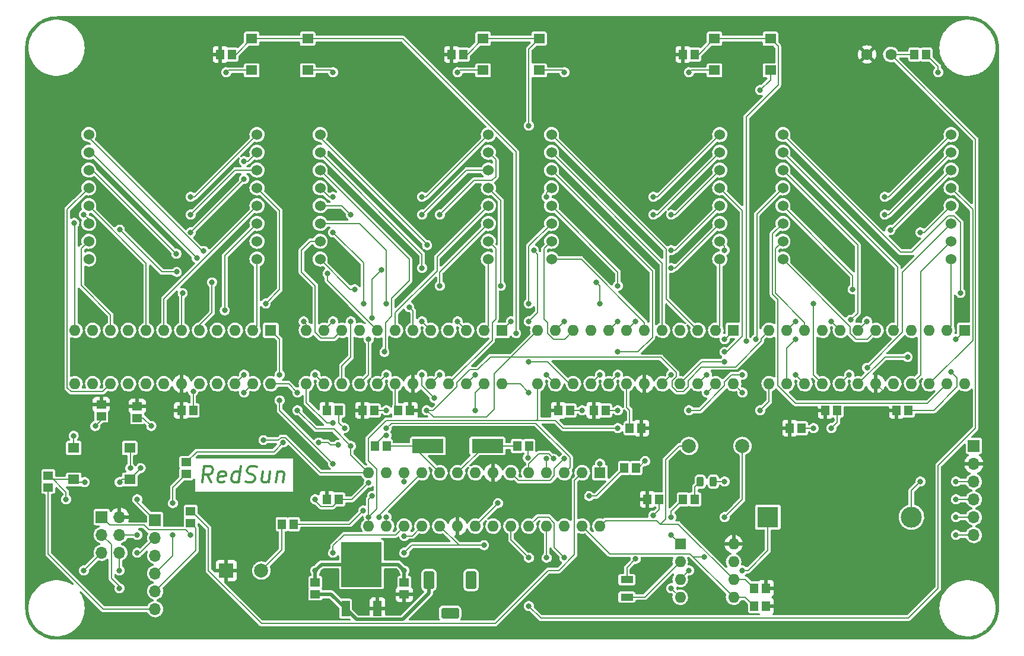
<source format=gbr>
%TF.GenerationSoftware,KiCad,Pcbnew,(6.0.5-0)*%
%TF.CreationDate,2022-07-22T01:22:37-04:00*%
%TF.ProjectId,YWS_clock,5957535f-636c-46f6-936b-2e6b69636164,rev?*%
%TF.SameCoordinates,PX4b17a20PY8a12ae0*%
%TF.FileFunction,Copper,L1,Top*%
%TF.FilePolarity,Positive*%
%FSLAX46Y46*%
G04 Gerber Fmt 4.6, Leading zero omitted, Abs format (unit mm)*
G04 Created by KiCad (PCBNEW (6.0.5-0)) date 2022-07-22 01:22:37*
%MOMM*%
%LPD*%
G01*
G04 APERTURE LIST*
G04 Aperture macros list*
%AMRoundRect*
0 Rectangle with rounded corners*
0 $1 Rounding radius*
0 $2 $3 $4 $5 $6 $7 $8 $9 X,Y pos of 4 corners*
0 Add a 4 corners polygon primitive as box body*
4,1,4,$2,$3,$4,$5,$6,$7,$8,$9,$2,$3,0*
0 Add four circle primitives for the rounded corners*
1,1,$1+$1,$2,$3*
1,1,$1+$1,$4,$5*
1,1,$1+$1,$6,$7*
1,1,$1+$1,$8,$9*
0 Add four rect primitives between the rounded corners*
20,1,$1+$1,$2,$3,$4,$5,0*
20,1,$1+$1,$4,$5,$6,$7,0*
20,1,$1+$1,$6,$7,$8,$9,0*
20,1,$1+$1,$8,$9,$2,$3,0*%
G04 Aperture macros list end*
%ADD10C,0.300000*%
%TA.AperFunction,NonConductor*%
%ADD11C,0.300000*%
%TD*%
%TA.AperFunction,ComponentPad*%
%ADD12R,1.600000X1.600000*%
%TD*%
%TA.AperFunction,ComponentPad*%
%ADD13O,1.600000X1.600000*%
%TD*%
%TA.AperFunction,ComponentPad*%
%ADD14C,2.000000*%
%TD*%
%TA.AperFunction,ComponentPad*%
%ADD15R,2.000000X2.000000*%
%TD*%
%TA.AperFunction,SMDPad,CuDef*%
%ADD16R,1.400000X1.150000*%
%TD*%
%TA.AperFunction,SMDPad,CuDef*%
%ADD17R,1.800000X1.000000*%
%TD*%
%TA.AperFunction,ComponentPad*%
%ADD18C,1.524000*%
%TD*%
%TA.AperFunction,SMDPad,CuDef*%
%ADD19R,1.150000X1.400000*%
%TD*%
%TA.AperFunction,ComponentPad*%
%ADD20R,1.700000X1.700000*%
%TD*%
%TA.AperFunction,ComponentPad*%
%ADD21O,1.700000X1.700000*%
%TD*%
%TA.AperFunction,SMDPad,CuDef*%
%ADD22R,1.600000X1.400000*%
%TD*%
%TA.AperFunction,ComponentPad*%
%ADD23RoundRect,0.400000X0.400000X-0.900000X0.400000X0.900000X-0.400000X0.900000X-0.400000X-0.900000X0*%
%TD*%
%TA.AperFunction,ComponentPad*%
%ADD24RoundRect,0.400000X0.900000X-0.400000X0.900000X0.400000X-0.900000X0.400000X-0.900000X-0.400000X0*%
%TD*%
%TA.AperFunction,ComponentPad*%
%ADD25C,1.600000*%
%TD*%
%TA.AperFunction,SMDPad,CuDef*%
%ADD26R,4.500000X2.000000*%
%TD*%
%TA.AperFunction,SMDPad,CuDef*%
%ADD27R,1.200000X2.200000*%
%TD*%
%TA.AperFunction,SMDPad,CuDef*%
%ADD28R,5.800000X6.400000*%
%TD*%
%TA.AperFunction,ComponentPad*%
%ADD29R,3.000000X3.000000*%
%TD*%
%TA.AperFunction,ComponentPad*%
%ADD30C,3.000000*%
%TD*%
%TA.AperFunction,SMDPad,CuDef*%
%ADD31RoundRect,0.243750X0.243750X0.456250X-0.243750X0.456250X-0.243750X-0.456250X0.243750X-0.456250X0*%
%TD*%
%TA.AperFunction,ViaPad*%
%ADD32C,0.812800*%
%TD*%
%TA.AperFunction,Conductor*%
%ADD33C,0.508000*%
%TD*%
%TA.AperFunction,Conductor*%
%ADD34C,0.203200*%
%TD*%
G04 APERTURE END LIST*
D10*
D11*
X28340435Y22745858D02*
X27714506Y23834429D01*
X27034149Y22745858D02*
X27319899Y25031858D01*
X28190756Y25031858D01*
X28394864Y24923000D01*
X28490114Y24814143D01*
X28571756Y24596429D01*
X28530935Y24269858D01*
X28394864Y24052143D01*
X28272399Y23943286D01*
X28041078Y23834429D01*
X27170221Y23834429D01*
X30204614Y22854715D02*
X29973292Y22745858D01*
X29537864Y22745858D01*
X29333756Y22854715D01*
X29252114Y23072429D01*
X29360971Y23943286D01*
X29497042Y24161000D01*
X29728364Y24269858D01*
X30163792Y24269858D01*
X30367899Y24161000D01*
X30449542Y23943286D01*
X30422328Y23725572D01*
X29306542Y23507858D01*
X32259292Y22745858D02*
X32545042Y25031858D01*
X32272899Y22854715D02*
X32041578Y22745858D01*
X31606149Y22745858D01*
X31402042Y22854715D01*
X31306792Y22963572D01*
X31225149Y23181286D01*
X31306792Y23834429D01*
X31442864Y24052143D01*
X31565328Y24161000D01*
X31796649Y24269858D01*
X32232078Y24269858D01*
X32436185Y24161000D01*
X33252614Y22854715D02*
X33565578Y22745858D01*
X34109864Y22745858D01*
X34341185Y22854715D01*
X34463649Y22963572D01*
X34599721Y23181286D01*
X34626935Y23399000D01*
X34545292Y23616715D01*
X34450042Y23725572D01*
X34245935Y23834429D01*
X33824114Y23943286D01*
X33620006Y24052143D01*
X33524756Y24161000D01*
X33443114Y24378715D01*
X33470328Y24596429D01*
X33606399Y24814143D01*
X33728864Y24923000D01*
X33960185Y25031858D01*
X34504471Y25031858D01*
X34817435Y24923000D01*
X36695221Y24269858D02*
X36504721Y22745858D01*
X35715506Y24269858D02*
X35565828Y23072429D01*
X35647471Y22854715D01*
X35851578Y22745858D01*
X36178149Y22745858D01*
X36409471Y22854715D01*
X36531935Y22963572D01*
X37783792Y24269858D02*
X37593292Y22745858D01*
X37756578Y24052143D02*
X37879042Y24161000D01*
X38110364Y24269858D01*
X38436935Y24269858D01*
X38641042Y24161000D01*
X38722685Y23943286D01*
X38573006Y22745858D01*
D12*
%TO.P,U5,1,DIN*%
%TO.N,Net-(U5-Pad1)*%
X135895000Y44440000D03*
D13*
%TO.P,U5,2,DIG_0*%
%TO.N,Net-(D3-Pad9)*%
X133355000Y44440000D03*
%TO.P,U5,3,DIG_4*%
%TO.N,Net-(D3-Pad1)*%
X130815000Y44440000D03*
%TO.P,U5,4,GND*%
%TO.N,GND*%
X128275000Y44440000D03*
%TO.P,U5,5,DIG_6*%
%TO.N,Net-(D3-Pad2)*%
X125735000Y44440000D03*
%TO.P,U5,6,DIG_2*%
%TO.N,Net-(D3-Pad8)*%
X123195000Y44440000D03*
%TO.P,U5,7,DIG_3*%
%TO.N,Net-(D3-Pad12)*%
X120655000Y44440000D03*
%TO.P,U5,8,DIG_7*%
%TO.N,Net-(D3-Pad5)*%
X118115000Y44440000D03*
%TO.P,U5,9,GND*%
%TO.N,GND*%
X115575000Y44440000D03*
%TO.P,U5,10,DIG_5*%
%TO.N,Net-(D3-Pad7)*%
X113035000Y44440000D03*
%TO.P,U5,11,DIG_1*%
%TO.N,Net-(D3-Pad14)*%
X110495000Y44440000D03*
%TO.P,U5,12,LOAD*%
%TO.N,DISP_LOAD*%
X107955000Y44440000D03*
%TO.P,U5,13,CLK*%
%TO.N,DISP_CLK*%
X107955000Y36820000D03*
%TO.P,U5,14,SEG_A*%
%TO.N,Net-(D3-Pad16)*%
X110495000Y36820000D03*
%TO.P,U5,15,SEG_F*%
%TO.N,Net-(D3-Pad4)*%
X113035000Y36820000D03*
%TO.P,U5,16,SEG_B*%
%TO.N,Net-(D3-Pad15)*%
X115575000Y36820000D03*
%TO.P,U5,17,SEG_G*%
%TO.N,Net-(D3-Pad3)*%
X118115000Y36820000D03*
%TO.P,U5,18,ISET*%
%TO.N,Net-(R8-Pad2)*%
X120655000Y36820000D03*
%TO.P,U5,19,V+*%
%TO.N,VCC*%
X123195000Y36820000D03*
%TO.P,U5,20,SEG_C*%
%TO.N,Net-(D3-Pad11)*%
X125735000Y36820000D03*
%TO.P,U5,21,SEG_E*%
%TO.N,Net-(D3-Pad10)*%
X128275000Y36820000D03*
%TO.P,U5,22,SEG_DP*%
%TO.N,Net-(D3-Pad13)*%
X130815000Y36820000D03*
%TO.P,U5,23,SEG_D*%
%TO.N,Net-(D3-Pad6)*%
X133355000Y36820000D03*
%TO.P,U5,24,DOUT*%
%TO.N,unconnected-(U5-Pad24)*%
X135895000Y36820000D03*
%TD*%
D14*
%TO.P,TP1,1,1*%
%TO.N,SDA*%
X104140000Y27940000D03*
%TD*%
D15*
%TO.P,BZ1,1,-*%
%TO.N,VCC*%
X30480000Y10160000D03*
D14*
%TO.P,BZ1,2,+*%
%TO.N,Net-(BZ1-Pad2)*%
X35480000Y10160000D03*
%TD*%
D16*
%TO.P,C9,1*%
%TO.N,VCC*%
X12630000Y33870000D03*
%TO.P,C9,2*%
%TO.N,GND*%
X12630000Y32170000D03*
%TD*%
%TO.P,C6,1*%
%TO.N,Net-(C6-Pad1)*%
X43180000Y6770000D03*
%TO.P,C6,2*%
%TO.N,GND*%
X43180000Y8470000D03*
%TD*%
D17*
%TO.P,Y1,1,1*%
%TO.N,Net-(U3-Pad1)*%
X87650000Y8870000D03*
%TO.P,Y1,2,2*%
%TO.N,Net-(U3-Pad2)*%
X87650000Y6370000D03*
%TD*%
D12*
%TO.P,U3,1,X1*%
%TO.N,Net-(U3-Pad1)*%
X95260000Y13960000D03*
D13*
%TO.P,U3,2,X2*%
%TO.N,Net-(U3-Pad2)*%
X95260000Y11420000D03*
%TO.P,U3,3,VBAT*%
%TO.N,Net-(BT1-Pad1)*%
X95260000Y8880000D03*
%TO.P,U3,4,GND*%
%TO.N,GND*%
X95260000Y6340000D03*
%TO.P,U3,5,SDA*%
%TO.N,SDA*%
X102880000Y6340000D03*
%TO.P,U3,6,SCL*%
%TO.N,SCL*%
X102880000Y8880000D03*
%TO.P,U3,7,SQW/OUT*%
%TO.N,unconnected-(U3-Pad7)*%
X102880000Y11420000D03*
%TO.P,U3,8,VCC*%
%TO.N,VCC*%
X102880000Y13960000D03*
%TD*%
D18*
%TO.P,D4,1,R5*%
%TO.N,Net-(D4-Pad1)*%
X76900000Y72390000D03*
%TO.P,D4,2,R7*%
%TO.N,Net-(D4-Pad2)*%
X76900000Y69850000D03*
%TO.P,D4,3,C2*%
%TO.N,Net-(D4-Pad3)*%
X76900000Y67310000D03*
%TO.P,D4,4,C3*%
%TO.N,Net-(D4-Pad4)*%
X76900000Y64770000D03*
%TO.P,D4,5,R8*%
%TO.N,Net-(D4-Pad5)*%
X76900000Y62230000D03*
%TO.P,D4,6,C5*%
%TO.N,Net-(D4-Pad6)*%
X76900000Y59690000D03*
%TO.P,D4,7,R6*%
%TO.N,Net-(D4-Pad7)*%
X76900000Y57150000D03*
%TO.P,D4,8,R3*%
%TO.N,Net-(D4-Pad8)*%
X76900000Y54610000D03*
%TO.P,D4,9,R1*%
%TO.N,Net-(D4-Pad9)*%
X100900000Y54610000D03*
%TO.P,D4,10,C4*%
%TO.N,Net-(D4-Pad10)*%
X100900000Y57150000D03*
%TO.P,D4,11,C6*%
%TO.N,Net-(D4-Pad11)*%
X100900000Y59690000D03*
%TO.P,D4,12,R4*%
%TO.N,Net-(D4-Pad12)*%
X100900000Y62230000D03*
%TO.P,D4,13,C1*%
%TO.N,Net-(D4-Pad13)*%
X100900000Y64770000D03*
%TO.P,D4,14,R2*%
%TO.N,Net-(D4-Pad14)*%
X100900000Y67310000D03*
%TO.P,D4,15,C7*%
%TO.N,Net-(D4-Pad15)*%
X100900000Y69850000D03*
%TO.P,D4,16,C8*%
%TO.N,Net-(D4-Pad16)*%
X100900000Y72390000D03*
%TD*%
D19*
%TO.P,R5,1*%
%TO.N,VCC*%
X107530000Y7620000D03*
%TO.P,R5,2*%
%TO.N,SCL*%
X105830000Y7620000D03*
%TD*%
%TO.P,C1,1*%
%TO.N,Net-(C1-Pad1)*%
X87260000Y24780000D03*
%TO.P,C1,2*%
%TO.N,GND*%
X88960000Y24780000D03*
%TD*%
%TO.P,R17,1*%
%TO.N,Net-(BZ1-Pad2)*%
X38410000Y16780000D03*
%TO.P,R17,2*%
%TO.N,BUZZER*%
X40110000Y16780000D03*
%TD*%
%TO.P,C14,1*%
%TO.N,VCC*%
X77890000Y33020000D03*
%TO.P,C14,2*%
%TO.N,GND*%
X79590000Y33020000D03*
%TD*%
D20*
%TO.P,J3,1,Pin_1*%
%TO.N,unconnected-(J3-Pad1)*%
X137160000Y27940000D03*
D21*
%TO.P,J3,2,Pin_2*%
%TO.N,VCC*%
X137160000Y25400000D03*
%TO.P,J3,3,Pin_3*%
%TO.N,GND*%
X137160000Y22860000D03*
%TO.P,J3,4,Pin_4*%
%TO.N,JOYST_X*%
X137160000Y20320000D03*
%TO.P,J3,5,Pin_5*%
%TO.N,JOYST_Y*%
X137160000Y17780000D03*
%TO.P,J3,6,Pin_6*%
%TO.N,JOYST_SW*%
X137160000Y15240000D03*
%TD*%
D19*
%TO.P,R6,1*%
%TO.N,VCC*%
X107530000Y5080000D03*
%TO.P,R6,2*%
%TO.N,SDA*%
X105830000Y5080000D03*
%TD*%
D22*
%TO.P,SW3,1,A*%
%TO.N,BTN_UP*%
X67120000Y86070000D03*
%TO.P,SW3,2,A*%
X75120000Y86070000D03*
%TO.P,SW3,3,B*%
%TO.N,GND*%
X67120000Y81570000D03*
%TO.P,SW3,4,B*%
X75120000Y81570000D03*
%TD*%
D19*
%TO.P,R13,1*%
%TO.N,VCC*%
X95670000Y83820000D03*
%TO.P,R13,2*%
%TO.N,BTN_DOWN*%
X97370000Y83820000D03*
%TD*%
D23*
%TO.P,J2,1,POLE*%
%TO.N,Net-(C6-Pad1)*%
X59410000Y8780000D03*
%TO.P,J2,2,OUT*%
%TO.N,GND*%
X65410000Y8780000D03*
D24*
%TO.P,J2,3,OUT*%
%TO.N,unconnected-(J2-Pad3)*%
X62410000Y4080000D03*
%TD*%
D19*
%TO.P,C3,1*%
%TO.N,Net-(C3-Pad1)*%
X71980000Y27940000D03*
%TO.P,C3,2*%
%TO.N,GND*%
X73680000Y27940000D03*
%TD*%
%TO.P,R1,1*%
%TO.N,VCC*%
X44870000Y20320000D03*
%TO.P,R1,2*%
%TO.N,RESET*%
X46570000Y20320000D03*
%TD*%
D18*
%TO.P,D2,1,R5*%
%TO.N,Net-(D2-Pad1)*%
X10860000Y72390000D03*
%TO.P,D2,2,R7*%
%TO.N,Net-(D2-Pad2)*%
X10860000Y69850000D03*
%TO.P,D2,3,C2*%
%TO.N,Net-(D2-Pad3)*%
X10860000Y67310000D03*
%TO.P,D2,4,C3*%
%TO.N,Net-(D2-Pad4)*%
X10860000Y64770000D03*
%TO.P,D2,5,R8*%
%TO.N,Net-(D2-Pad5)*%
X10860000Y62230000D03*
%TO.P,D2,6,C5*%
%TO.N,Net-(D2-Pad6)*%
X10860000Y59690000D03*
%TO.P,D2,7,R6*%
%TO.N,Net-(D2-Pad7)*%
X10860000Y57150000D03*
%TO.P,D2,8,R3*%
%TO.N,Net-(D2-Pad8)*%
X10860000Y54610000D03*
%TO.P,D2,9,R1*%
%TO.N,Net-(D2-Pad9)*%
X34860000Y54610000D03*
%TO.P,D2,10,C4*%
%TO.N,Net-(D2-Pad10)*%
X34860000Y57150000D03*
%TO.P,D2,11,C6*%
%TO.N,Net-(D2-Pad11)*%
X34860000Y59690000D03*
%TO.P,D2,12,R4*%
%TO.N,Net-(D2-Pad12)*%
X34860000Y62230000D03*
%TO.P,D2,13,C1*%
%TO.N,Net-(D2-Pad13)*%
X34860000Y64770000D03*
%TO.P,D2,14,R2*%
%TO.N,Net-(D2-Pad14)*%
X34860000Y67310000D03*
%TO.P,D2,15,C7*%
%TO.N,Net-(D2-Pad15)*%
X34860000Y69850000D03*
%TO.P,D2,16,C8*%
%TO.N,Net-(D2-Pad16)*%
X34860000Y72390000D03*
%TD*%
D19*
%TO.P,C12,1*%
%TO.N,VCC*%
X82970000Y33020000D03*
%TO.P,C12,2*%
%TO.N,GND*%
X84670000Y33020000D03*
%TD*%
%TO.P,R15,1*%
%TO.N,LIGHT_SENSOR*%
X128690000Y83820000D03*
%TO.P,R15,2*%
%TO.N,GND*%
X130390000Y83820000D03*
%TD*%
D16*
%TO.P,C8,1*%
%TO.N,VCC*%
X17780000Y33630000D03*
%TO.P,C8,2*%
%TO.N,GND*%
X17780000Y31930000D03*
%TD*%
D25*
%TO.P,R14,1*%
%TO.N,VCC*%
X121920000Y83820000D03*
%TO.P,R14,2*%
%TO.N,LIGHT_SENSOR*%
X125320000Y83820000D03*
%TD*%
D19*
%TO.P,R11,1*%
%TO.N,VCC*%
X29630000Y83820000D03*
%TO.P,R11,2*%
%TO.N,BTN_SEL*%
X31330000Y83820000D03*
%TD*%
D12*
%TO.P,U2,1,~{RESET}/PC6*%
%TO.N,RESET*%
X83820000Y24120000D03*
D13*
%TO.P,U2,2,RXD/PD0*%
%TO.N,RXD*%
X81280000Y24120000D03*
%TO.P,U2,3,TXD/PD1*%
%TO.N,TXD*%
X78740000Y24120000D03*
%TO.P,U2,4,INT0/PD2*%
%TO.N,BTN_SEL*%
X76200000Y24120000D03*
%TO.P,U2,5,INT1/PD3*%
%TO.N,BTN_UP*%
X73660000Y24120000D03*
%TO.P,U2,6,PD4*%
%TO.N,BTN_DOWN*%
X71120000Y24120000D03*
%TO.P,U2,7,VCC*%
%TO.N,VCC*%
X68580000Y24120000D03*
%TO.P,U2,8,GND*%
%TO.N,GND*%
X66040000Y24120000D03*
%TO.P,U2,9,XTAL1/PB6*%
%TO.N,Net-(C3-Pad1)*%
X63500000Y24120000D03*
%TO.P,U2,10,XTAL2/PB7*%
%TO.N,Net-(C4-Pad1)*%
X60960000Y24120000D03*
%TO.P,U2,11,OC0B/PD5*%
%TO.N,BUZZER*%
X58420000Y24120000D03*
%TO.P,U2,12,OC0A/PD6*%
%TO.N,JOYST_SW*%
X55880000Y24120000D03*
%TO.P,U2,13,PD7*%
%TO.N,unconnected-(U2-Pad13)*%
X53340000Y24120000D03*
%TO.P,U2,14,PB0*%
%TO.N,DISP_LOAD*%
X50800000Y24120000D03*
%TO.P,U2,15,OC1A/PB1*%
%TO.N,DISP_CLK*%
X50800000Y16500000D03*
%TO.P,U2,16,OC1B/PB2*%
%TO.N,DISP_DATA*%
X53340000Y16500000D03*
%TO.P,U2,17,MOSI/PB3*%
%TO.N,MOSI*%
X55880000Y16500000D03*
%TO.P,U2,18,MISO/PB4*%
%TO.N,MISO*%
X58420000Y16500000D03*
%TO.P,U2,19,SCK/PB5*%
%TO.N,LED_SCK*%
X60960000Y16500000D03*
%TO.P,U2,20,AVCC*%
%TO.N,VCC*%
X63500000Y16500000D03*
%TO.P,U2,21,AREF*%
%TO.N,Net-(C1-Pad1)*%
X66040000Y16500000D03*
%TO.P,U2,22,GND*%
%TO.N,GND*%
X68580000Y16500000D03*
%TO.P,U2,23,ADC0/PC0*%
%TO.N,LIGHT_SENSOR*%
X71120000Y16500000D03*
%TO.P,U2,24,ADC1/PC1*%
%TO.N,JOYST_X*%
X73660000Y16500000D03*
%TO.P,U2,25,ADC2/PC2*%
%TO.N,JOYST_Y*%
X76200000Y16500000D03*
%TO.P,U2,26,ADC3/PC3*%
%TO.N,unconnected-(U2-Pad26)*%
X78740000Y16500000D03*
%TO.P,U2,27,SDA/PC4*%
%TO.N,SDA*%
X81280000Y16500000D03*
%TO.P,U2,28,SCL/PC5*%
%TO.N,SCL*%
X83820000Y16500000D03*
%TD*%
D26*
%TO.P,Y2,1,1*%
%TO.N,Net-(C3-Pad1)*%
X67750000Y27940000D03*
%TO.P,Y2,2,2*%
%TO.N,Net-(C4-Pad1)*%
X59250000Y27940000D03*
%TD*%
D22*
%TO.P,SW2,1,A*%
%TO.N,BTN_SEL*%
X34100000Y86070000D03*
%TO.P,SW2,2,A*%
X42100000Y86070000D03*
%TO.P,SW2,3,B*%
%TO.N,GND*%
X34100000Y81570000D03*
%TO.P,SW2,4,B*%
X42100000Y81570000D03*
%TD*%
D19*
%TO.P,R10,1*%
%TO.N,VCC*%
X56730000Y33020000D03*
%TO.P,R10,2*%
%TO.N,Net-(R10-Pad2)*%
X55030000Y33020000D03*
%TD*%
D16*
%TO.P,R4,1*%
%TO.N,TXD*%
X24780000Y25630000D03*
%TO.P,R4,2*%
%TO.N,Net-(J1-Pad4)*%
X24780000Y23930000D03*
%TD*%
D22*
%TO.P,SW4,1,A*%
%TO.N,BTN_DOWN*%
X100140000Y86070000D03*
%TO.P,SW4,2,A*%
X108140000Y86070000D03*
%TO.P,SW4,3,B*%
%TO.N,GND*%
X100140000Y81570000D03*
%TO.P,SW4,4,B*%
X108140000Y81570000D03*
%TD*%
D18*
%TO.P,D5,1,R5*%
%TO.N,Net-(D5-Pad1)*%
X43880000Y72390000D03*
%TO.P,D5,2,R7*%
%TO.N,Net-(D5-Pad2)*%
X43880000Y69850000D03*
%TO.P,D5,3,C2*%
%TO.N,Net-(D5-Pad3)*%
X43880000Y67310000D03*
%TO.P,D5,4,C3*%
%TO.N,Net-(D5-Pad4)*%
X43880000Y64770000D03*
%TO.P,D5,5,R8*%
%TO.N,Net-(D5-Pad5)*%
X43880000Y62230000D03*
%TO.P,D5,6,C5*%
%TO.N,Net-(D5-Pad6)*%
X43880000Y59690000D03*
%TO.P,D5,7,R6*%
%TO.N,Net-(D5-Pad7)*%
X43880000Y57150000D03*
%TO.P,D5,8,R3*%
%TO.N,Net-(D5-Pad8)*%
X43880000Y54610000D03*
%TO.P,D5,9,R1*%
%TO.N,Net-(D5-Pad9)*%
X67880000Y54610000D03*
%TO.P,D5,10,C4*%
%TO.N,Net-(D5-Pad10)*%
X67880000Y57150000D03*
%TO.P,D5,11,C6*%
%TO.N,Net-(D5-Pad11)*%
X67880000Y59690000D03*
%TO.P,D5,12,R4*%
%TO.N,Net-(D5-Pad12)*%
X67880000Y62230000D03*
%TO.P,D5,13,C1*%
%TO.N,Net-(D5-Pad13)*%
X67880000Y64770000D03*
%TO.P,D5,14,R2*%
%TO.N,Net-(D5-Pad14)*%
X67880000Y67310000D03*
%TO.P,D5,15,C7*%
%TO.N,Net-(D5-Pad15)*%
X67880000Y69850000D03*
%TO.P,D5,16,C8*%
%TO.N,Net-(D5-Pad16)*%
X67880000Y72390000D03*
%TD*%
D20*
%TO.P,J1,1,Pin_1*%
%TO.N,GND*%
X20320000Y17355000D03*
D21*
%TO.P,J1,2,Pin_2*%
X20320000Y14815000D03*
%TO.P,J1,3,Pin_3*%
%TO.N,unconnected-(J1-Pad3)*%
X20320000Y12275000D03*
%TO.P,J1,4,Pin_4*%
%TO.N,Net-(J1-Pad4)*%
X20320000Y9735000D03*
%TO.P,J1,5,Pin_5*%
%TO.N,Net-(J1-Pad5)*%
X20320000Y7195000D03*
%TO.P,J1,6,Pin_6*%
%TO.N,Net-(C5-Pad2)*%
X20320000Y4655000D03*
%TD*%
D12*
%TO.P,U4,1,DIN*%
%TO.N,DISP_DATA*%
X36835000Y44440000D03*
D13*
%TO.P,U4,2,DIG_0*%
%TO.N,Net-(D2-Pad9)*%
X34295000Y44440000D03*
%TO.P,U4,3,DIG_4*%
%TO.N,Net-(D2-Pad1)*%
X31755000Y44440000D03*
%TO.P,U4,4,GND*%
%TO.N,GND*%
X29215000Y44440000D03*
%TO.P,U4,5,DIG_6*%
%TO.N,Net-(D2-Pad2)*%
X26675000Y44440000D03*
%TO.P,U4,6,DIG_2*%
%TO.N,Net-(D2-Pad8)*%
X24135000Y44440000D03*
%TO.P,U4,7,DIG_3*%
%TO.N,Net-(D2-Pad12)*%
X21595000Y44440000D03*
%TO.P,U4,8,DIG_7*%
%TO.N,Net-(D2-Pad5)*%
X19055000Y44440000D03*
%TO.P,U4,9,GND*%
%TO.N,GND*%
X16515000Y44440000D03*
%TO.P,U4,10,DIG_5*%
%TO.N,Net-(D2-Pad7)*%
X13975000Y44440000D03*
%TO.P,U4,11,DIG_1*%
%TO.N,Net-(D2-Pad14)*%
X11435000Y44440000D03*
%TO.P,U4,12,LOAD*%
%TO.N,DISP_LOAD*%
X8895000Y44440000D03*
%TO.P,U4,13,CLK*%
%TO.N,DISP_CLK*%
X8895000Y36820000D03*
%TO.P,U4,14,SEG_A*%
%TO.N,Net-(D2-Pad16)*%
X11435000Y36820000D03*
%TO.P,U4,15,SEG_F*%
%TO.N,Net-(D2-Pad4)*%
X13975000Y36820000D03*
%TO.P,U4,16,SEG_B*%
%TO.N,Net-(D2-Pad15)*%
X16515000Y36820000D03*
%TO.P,U4,17,SEG_G*%
%TO.N,Net-(D2-Pad3)*%
X19055000Y36820000D03*
%TO.P,U4,18,ISET*%
%TO.N,Net-(R7-Pad2)*%
X21595000Y36820000D03*
%TO.P,U4,19,V+*%
%TO.N,VCC*%
X24135000Y36820000D03*
%TO.P,U4,20,SEG_C*%
%TO.N,Net-(D2-Pad11)*%
X26675000Y36820000D03*
%TO.P,U4,21,SEG_E*%
%TO.N,Net-(D2-Pad10)*%
X29215000Y36820000D03*
%TO.P,U4,22,SEG_DP*%
%TO.N,Net-(D2-Pad13)*%
X31755000Y36820000D03*
%TO.P,U4,23,SEG_D*%
%TO.N,Net-(D2-Pad6)*%
X34295000Y36820000D03*
%TO.P,U4,24,DOUT*%
%TO.N,Net-(U4-Pad24)*%
X36835000Y36820000D03*
%TD*%
D12*
%TO.P,U6,1,DIN*%
%TO.N,Net-(U6-Pad1)*%
X102875000Y44440000D03*
D13*
%TO.P,U6,2,DIG_0*%
%TO.N,Net-(D4-Pad9)*%
X100335000Y44440000D03*
%TO.P,U6,3,DIG_4*%
%TO.N,Net-(D4-Pad1)*%
X97795000Y44440000D03*
%TO.P,U6,4,GND*%
%TO.N,GND*%
X95255000Y44440000D03*
%TO.P,U6,5,DIG_6*%
%TO.N,Net-(D4-Pad2)*%
X92715000Y44440000D03*
%TO.P,U6,6,DIG_2*%
%TO.N,Net-(D4-Pad8)*%
X90175000Y44440000D03*
%TO.P,U6,7,DIG_3*%
%TO.N,Net-(D4-Pad12)*%
X87635000Y44440000D03*
%TO.P,U6,8,DIG_7*%
%TO.N,Net-(D4-Pad5)*%
X85095000Y44440000D03*
%TO.P,U6,9,GND*%
%TO.N,GND*%
X82555000Y44440000D03*
%TO.P,U6,10,DIG_5*%
%TO.N,Net-(D4-Pad7)*%
X80015000Y44440000D03*
%TO.P,U6,11,DIG_1*%
%TO.N,Net-(D4-Pad14)*%
X77475000Y44440000D03*
%TO.P,U6,12,LOAD*%
%TO.N,DISP_LOAD*%
X74935000Y44440000D03*
%TO.P,U6,13,CLK*%
%TO.N,DISP_CLK*%
X74935000Y36820000D03*
%TO.P,U6,14,SEG_A*%
%TO.N,Net-(D4-Pad16)*%
X77475000Y36820000D03*
%TO.P,U6,15,SEG_F*%
%TO.N,Net-(D4-Pad4)*%
X80015000Y36820000D03*
%TO.P,U6,16,SEG_B*%
%TO.N,Net-(D4-Pad15)*%
X82555000Y36820000D03*
%TO.P,U6,17,SEG_G*%
%TO.N,Net-(D4-Pad3)*%
X85095000Y36820000D03*
%TO.P,U6,18,ISET*%
%TO.N,Net-(R9-Pad2)*%
X87635000Y36820000D03*
%TO.P,U6,19,V+*%
%TO.N,VCC*%
X90175000Y36820000D03*
%TO.P,U6,20,SEG_C*%
%TO.N,Net-(D4-Pad11)*%
X92715000Y36820000D03*
%TO.P,U6,21,SEG_E*%
%TO.N,Net-(D4-Pad10)*%
X95255000Y36820000D03*
%TO.P,U6,22,SEG_DP*%
%TO.N,Net-(D4-Pad13)*%
X97795000Y36820000D03*
%TO.P,U6,23,SEG_D*%
%TO.N,Net-(D4-Pad6)*%
X100335000Y36820000D03*
%TO.P,U6,24,DOUT*%
%TO.N,Net-(U5-Pad1)*%
X102875000Y36820000D03*
%TD*%
D14*
%TO.P,TP2,1,1*%
%TO.N,SCL*%
X96520000Y27940000D03*
%TD*%
D19*
%TO.P,C13,1*%
%TO.N,VCC*%
X49950000Y33020000D03*
%TO.P,C13,2*%
%TO.N,GND*%
X51650000Y33020000D03*
%TD*%
D27*
%TO.P,U1,1,IN*%
%TO.N,Net-(C6-Pad1)*%
X47505000Y4725000D03*
D28*
%TO.P,U1,2,GND*%
%TO.N,GND*%
X49785000Y11025000D03*
D27*
%TO.P,U1,3,OUT*%
%TO.N,VCC*%
X52065000Y4725000D03*
%TD*%
D19*
%TO.P,R7,1*%
%TO.N,VCC*%
X24080000Y33020000D03*
%TO.P,R7,2*%
%TO.N,Net-(R7-Pad2)*%
X25780000Y33020000D03*
%TD*%
%TO.P,R9,1*%
%TO.N,VCC*%
X89750000Y30480000D03*
%TO.P,R9,2*%
%TO.N,Net-(R9-Pad2)*%
X88050000Y30480000D03*
%TD*%
%TO.P,C2,1*%
%TO.N,VCC*%
X90590000Y20320000D03*
%TO.P,C2,2*%
%TO.N,GND*%
X92290000Y20320000D03*
%TD*%
D29*
%TO.P,BT1,1,+*%
%TO.N,Net-(BT1-Pad1)*%
X107766314Y17779983D03*
D30*
%TO.P,BT1,2,-*%
%TO.N,GND*%
X128256314Y17779983D03*
%TD*%
D19*
%TO.P,C11,1*%
%TO.N,VCC*%
X110910000Y30480000D03*
%TO.P,C11,2*%
%TO.N,GND*%
X112610000Y30480000D03*
%TD*%
D12*
%TO.P,U7,1,DIN*%
%TO.N,Net-(U4-Pad24)*%
X69855000Y44440000D03*
D13*
%TO.P,U7,2,DIG_0*%
%TO.N,Net-(D5-Pad9)*%
X67315000Y44440000D03*
%TO.P,U7,3,DIG_4*%
%TO.N,Net-(D5-Pad1)*%
X64775000Y44440000D03*
%TO.P,U7,4,GND*%
%TO.N,GND*%
X62235000Y44440000D03*
%TO.P,U7,5,DIG_6*%
%TO.N,Net-(D5-Pad2)*%
X59695000Y44440000D03*
%TO.P,U7,6,DIG_2*%
%TO.N,Net-(D5-Pad8)*%
X57155000Y44440000D03*
%TO.P,U7,7,DIG_3*%
%TO.N,Net-(D5-Pad12)*%
X54615000Y44440000D03*
%TO.P,U7,8,DIG_7*%
%TO.N,Net-(D5-Pad5)*%
X52075000Y44440000D03*
%TO.P,U7,9,GND*%
%TO.N,GND*%
X49535000Y44440000D03*
%TO.P,U7,10,DIG_5*%
%TO.N,Net-(D5-Pad7)*%
X46995000Y44440000D03*
%TO.P,U7,11,DIG_1*%
%TO.N,Net-(D5-Pad14)*%
X44455000Y44440000D03*
%TO.P,U7,12,LOAD*%
%TO.N,DISP_LOAD*%
X41915000Y44440000D03*
%TO.P,U7,13,CLK*%
%TO.N,DISP_CLK*%
X41915000Y36820000D03*
%TO.P,U7,14,SEG_A*%
%TO.N,Net-(D5-Pad16)*%
X44455000Y36820000D03*
%TO.P,U7,15,SEG_F*%
%TO.N,Net-(D5-Pad4)*%
X46995000Y36820000D03*
%TO.P,U7,16,SEG_B*%
%TO.N,Net-(D5-Pad15)*%
X49535000Y36820000D03*
%TO.P,U7,17,SEG_G*%
%TO.N,Net-(D5-Pad3)*%
X52075000Y36820000D03*
%TO.P,U7,18,ISET*%
%TO.N,Net-(R10-Pad2)*%
X54615000Y36820000D03*
%TO.P,U7,19,V+*%
%TO.N,VCC*%
X57155000Y36820000D03*
%TO.P,U7,20,SEG_C*%
%TO.N,Net-(D5-Pad11)*%
X59695000Y36820000D03*
%TO.P,U7,21,SEG_E*%
%TO.N,Net-(D5-Pad10)*%
X62235000Y36820000D03*
%TO.P,U7,22,SEG_DP*%
%TO.N,Net-(D5-Pad13)*%
X64775000Y36820000D03*
%TO.P,U7,23,SEG_D*%
%TO.N,Net-(D5-Pad6)*%
X67315000Y36820000D03*
%TO.P,U7,24,DOUT*%
%TO.N,Net-(U6-Pad1)*%
X69855000Y36820000D03*
%TD*%
D19*
%TO.P,C15,1*%
%TO.N,VCC*%
X44870000Y33020000D03*
%TO.P,C15,2*%
%TO.N,GND*%
X46570000Y33020000D03*
%TD*%
D16*
%TO.P,C7,1*%
%TO.N,VCC*%
X55880000Y6770000D03*
%TO.P,C7,2*%
%TO.N,GND*%
X55880000Y8470000D03*
%TD*%
D19*
%TO.P,C4,1*%
%TO.N,Net-(C4-Pad1)*%
X53360000Y27940000D03*
%TO.P,C4,2*%
%TO.N,GND*%
X51660000Y27940000D03*
%TD*%
%TO.P,R8,1*%
%TO.N,VCC*%
X126150000Y33020000D03*
%TO.P,R8,2*%
%TO.N,Net-(R8-Pad2)*%
X127850000Y33020000D03*
%TD*%
D31*
%TO.P,D1,1,K*%
%TO.N,GND*%
X99997500Y22860000D03*
%TO.P,D1,2,A*%
%TO.N,Net-(D1-Pad2)*%
X98122500Y22860000D03*
%TD*%
D19*
%TO.P,R2,1*%
%TO.N,LED_SCK*%
X95670000Y20320000D03*
%TO.P,R2,2*%
%TO.N,Net-(D1-Pad2)*%
X97370000Y20320000D03*
%TD*%
D16*
%TO.P,C5,1*%
%TO.N,RESET*%
X5080000Y23710000D03*
%TO.P,C5,2*%
%TO.N,Net-(C5-Pad2)*%
X5080000Y22010000D03*
%TD*%
D19*
%TO.P,R12,1*%
%TO.N,VCC*%
X62650000Y83820000D03*
%TO.P,R12,2*%
%TO.N,BTN_UP*%
X64350000Y83820000D03*
%TD*%
D20*
%TO.P,J4,1,Pin_1*%
%TO.N,MISO*%
X12700000Y17780000D03*
D21*
%TO.P,J4,2,Pin_2*%
%TO.N,VCC*%
X15240000Y17780000D03*
%TO.P,J4,3,Pin_3*%
%TO.N,LED_SCK*%
X12700000Y15240000D03*
%TO.P,J4,4,Pin_4*%
%TO.N,MOSI*%
X15240000Y15240000D03*
%TO.P,J4,5,Pin_5*%
%TO.N,RESET*%
X12700000Y12700000D03*
%TO.P,J4,6,Pin_6*%
%TO.N,GND*%
X15240000Y12700000D03*
%TD*%
D19*
%TO.P,C10,1*%
%TO.N,VCC*%
X115990000Y33020000D03*
%TO.P,C10,2*%
%TO.N,GND*%
X117690000Y33020000D03*
%TD*%
D18*
%TO.P,D3,1,R5*%
%TO.N,Net-(D3-Pad1)*%
X109920000Y72390000D03*
%TO.P,D3,2,R7*%
%TO.N,Net-(D3-Pad2)*%
X109920000Y69850000D03*
%TO.P,D3,3,C2*%
%TO.N,Net-(D3-Pad3)*%
X109920000Y67310000D03*
%TO.P,D3,4,C3*%
%TO.N,Net-(D3-Pad4)*%
X109920000Y64770000D03*
%TO.P,D3,5,R8*%
%TO.N,Net-(D3-Pad5)*%
X109920000Y62230000D03*
%TO.P,D3,6,C5*%
%TO.N,Net-(D3-Pad6)*%
X109920000Y59690000D03*
%TO.P,D3,7,R6*%
%TO.N,Net-(D3-Pad7)*%
X109920000Y57150000D03*
%TO.P,D3,8,R3*%
%TO.N,Net-(D3-Pad8)*%
X109920000Y54610000D03*
%TO.P,D3,9,R1*%
%TO.N,Net-(D3-Pad9)*%
X133920000Y54610000D03*
%TO.P,D3,10,C4*%
%TO.N,Net-(D3-Pad10)*%
X133920000Y57150000D03*
%TO.P,D3,11,C6*%
%TO.N,Net-(D3-Pad11)*%
X133920000Y59690000D03*
%TO.P,D3,12,R4*%
%TO.N,Net-(D3-Pad12)*%
X133920000Y62230000D03*
%TO.P,D3,13,C1*%
%TO.N,Net-(D3-Pad13)*%
X133920000Y64770000D03*
%TO.P,D3,14,R2*%
%TO.N,Net-(D3-Pad14)*%
X133920000Y67310000D03*
%TO.P,D3,15,C7*%
%TO.N,Net-(D3-Pad15)*%
X133920000Y69850000D03*
%TO.P,D3,16,C8*%
%TO.N,Net-(D3-Pad16)*%
X133920000Y72390000D03*
%TD*%
D22*
%TO.P,SW1,1,A*%
%TO.N,GND*%
X8700000Y27650000D03*
%TO.P,SW1,2,A*%
X16700000Y27650000D03*
%TO.P,SW1,3,B*%
%TO.N,RESET*%
X8700000Y23150000D03*
%TO.P,SW1,4,B*%
X16700000Y23150000D03*
%TD*%
D16*
%TO.P,R3,1*%
%TO.N,Net-(J1-Pad5)*%
X25400000Y16930000D03*
%TO.P,R3,2*%
%TO.N,RXD*%
X25400000Y18630000D03*
%TD*%
D32*
%TO.N,GND*%
X106680000Y78740000D03*
X53340000Y29464497D03*
X101600000Y22860000D03*
X91417460Y18010699D03*
X78740000Y81280000D03*
X96520000Y81280000D03*
X8700000Y29400000D03*
X45720000Y81280000D03*
X93980000Y7620000D03*
X17780000Y20320000D03*
X47337811Y30480000D03*
X11780000Y30780000D03*
X30480000Y81280000D03*
X53340000Y33020000D03*
X17780000Y12700000D03*
X43180000Y10160000D03*
X63500000Y81280000D03*
X86360000Y33020000D03*
X15240000Y10160000D03*
X114300000Y30480000D03*
X81280000Y33020000D03*
X73512809Y26257891D03*
X19780000Y30780000D03*
X129540000Y22860000D03*
X90260000Y25780000D03*
X55880000Y10160000D03*
X16780000Y24780000D03*
X134620000Y22860000D03*
X116840000Y30480000D03*
X132080000Y81280000D03*
%TO.N,Net-(BT1-Pad1)*%
X104140000Y10160000D03*
X96520000Y10160000D03*
%TO.N,BUZZER*%
X52324497Y17780000D03*
X50038500Y18729443D03*
%TO.N,VCC*%
X124460000Y33020000D03*
X124747937Y34849300D03*
%TO.N,Net-(C1-Pad1)*%
X82260000Y20780000D03*
X69260000Y19780000D03*
%TO.N,RESET*%
X83820000Y25400000D03*
X50800000Y22710897D03*
X10160000Y10160000D03*
X7620000Y20320000D03*
X15260000Y22780000D03*
X43180000Y20320000D03*
X18260000Y24780000D03*
X10260000Y22780000D03*
%TO.N,Net-(D2-Pad1)*%
X27260000Y55780000D03*
%TO.N,Net-(D2-Pad2)*%
X26260000Y54780000D03*
X28442541Y51302541D03*
%TO.N,Net-(D2-Pad3)*%
X23362541Y55377459D03*
%TO.N,Net-(D2-Pad6)*%
X33020000Y35560000D03*
X10160000Y60960000D03*
%TO.N,Net-(D2-Pad8)*%
X15287541Y58807541D03*
X23410011Y52780000D03*
X24260000Y49780000D03*
%TO.N,Net-(D2-Pad11)*%
X30260000Y47300000D03*
%TO.N,Net-(D2-Pad13)*%
X33020000Y38100000D03*
X36110011Y48260000D03*
%TO.N,Net-(D2-Pad14)*%
X25400000Y60960000D03*
%TO.N,Net-(D2-Pad15)*%
X25400000Y58420000D03*
X33020000Y68580000D03*
X33020000Y66040000D03*
%TO.N,Net-(D2-Pad16)*%
X25400000Y63500000D03*
%TO.N,Net-(D3-Pad1)*%
X135260000Y49780000D03*
%TO.N,Net-(D3-Pad3)*%
X119597541Y45937541D03*
X119380000Y38100000D03*
%TO.N,Net-(D3-Pad4)*%
X111760000Y38100000D03*
X106089189Y43180000D03*
%TO.N,Net-(D3-Pad5)*%
X116840000Y45720000D03*
X119882541Y50297459D03*
%TO.N,Net-(D3-Pad11)*%
X121934959Y39105041D03*
%TO.N,Net-(D3-Pad12)*%
X121920000Y45720000D03*
X129540000Y58420000D03*
%TO.N,Net-(D3-Pad14)*%
X111760000Y45720000D03*
X125260000Y58780000D03*
%TO.N,Net-(D3-Pad15)*%
X114300000Y48260000D03*
X124460000Y60960000D03*
%TO.N,Net-(D3-Pad16)*%
X111760000Y43180000D03*
X124460000Y63500000D03*
%TO.N,Net-(D4-Pad3)*%
X86360000Y38100000D03*
X86360000Y41350700D03*
%TO.N,Net-(D4-Pad4)*%
X73660000Y45720000D03*
X74370700Y55871092D03*
X76200000Y63500000D03*
X73660000Y39929300D03*
%TO.N,Net-(D4-Pad5)*%
X86360000Y50800000D03*
X86360000Y45720000D03*
%TO.N,Net-(D4-Pad6)*%
X73660000Y48260000D03*
X99060000Y35560000D03*
%TO.N,Net-(D4-Pad10)*%
X101600000Y55880000D03*
X101600000Y39929300D03*
%TO.N,Net-(D4-Pad11)*%
X93974092Y38105908D03*
X93980000Y53340000D03*
%TO.N,Net-(D4-Pad12)*%
X93980000Y55880000D03*
X88900000Y45720000D03*
%TO.N,Net-(D4-Pad13)*%
X101600000Y41350700D03*
X99060000Y38100000D03*
%TO.N,Net-(D4-Pad14)*%
X78740000Y45720000D03*
X93980000Y60960000D03*
%TO.N,Net-(D4-Pad15)*%
X91440000Y60960000D03*
X83820000Y38100000D03*
X83820000Y48260000D03*
X83317459Y51302541D03*
%TO.N,Net-(D4-Pad16)*%
X76200000Y38100000D03*
X91440000Y63500000D03*
%TO.N,Net-(D5-Pad1)*%
X63500000Y45720000D03*
X59138069Y56598069D03*
%TO.N,Net-(D5-Pad2)*%
X58420000Y45720000D03*
X58420000Y53340000D03*
%TO.N,Net-(D5-Pad3)*%
X53340000Y38100000D03*
X53047919Y41350700D03*
%TO.N,Net-(D5-Pad4)*%
X50089300Y48260000D03*
X45720000Y58420000D03*
X48260000Y45720000D03*
X45720000Y63500000D03*
%TO.N,Net-(D5-Pad5)*%
X48260000Y60960000D03*
X44932459Y52552459D03*
%TO.N,Net-(D5-Pad6)*%
X53340000Y48260000D03*
X58420000Y38100000D03*
X60176634Y34776633D03*
X66040000Y33020000D03*
%TO.N,Net-(D5-Pad8)*%
X48782493Y50317410D03*
X56590700Y47757459D03*
%TO.N,Net-(D5-Pad11)*%
X60960000Y50800000D03*
X60960000Y38100000D03*
%TO.N,Net-(D5-Pad13)*%
X66040000Y38100000D03*
X69657011Y50800000D03*
%TO.N,Net-(D5-Pad14)*%
X45720000Y45720000D03*
X58420000Y60960000D03*
%TO.N,Net-(D5-Pad15)*%
X50800000Y43180000D03*
X60960000Y60960000D03*
X52629300Y53052632D03*
X51300041Y46220041D03*
%TO.N,Net-(D5-Pad16)*%
X43180000Y38100000D03*
X58420000Y63500000D03*
%TO.N,Net-(J1-Pad4)*%
X22860000Y15240000D03*
X22860000Y19780000D03*
%TO.N,JOYST_X*%
X134620000Y20320000D03*
X78740000Y11989300D03*
%TO.N,JOYST_Y*%
X76200000Y11989300D03*
X134620000Y17780000D03*
%TO.N,JOYST_SW*%
X55880000Y22860000D03*
X134620000Y15240000D03*
%TO.N,LED_SCK*%
X67260000Y13780000D03*
X55880000Y12700000D03*
X15240000Y7620000D03*
X93980000Y17780000D03*
%TO.N,TXD*%
X53340000Y30480000D03*
X38602541Y28442541D03*
X43682541Y28442541D03*
X46430700Y28088715D03*
%TO.N,SDA*%
X98648333Y12106585D03*
X101600000Y17780000D03*
%TO.N,Net-(R7-Pad2)*%
X25755855Y35751944D03*
%TO.N,Net-(R8-Pad2)*%
X133909300Y38504453D03*
X127710700Y40640000D03*
%TO.N,BTN_SEL*%
X76200000Y26110700D03*
X71830700Y44046389D03*
%TO.N,BTN_UP*%
X77215503Y26110700D03*
X73660000Y73660000D03*
%TO.N,BTN_DOWN*%
X96520000Y33020000D03*
X78740000Y26110700D03*
X104140000Y38100000D03*
X104690011Y42880419D03*
%TO.N,LIGHT_SENSOR*%
X73660000Y11989300D03*
X73660000Y5080000D03*
%TO.N,DISP_LOAD*%
X48260000Y27940000D03*
X40640000Y33020000D03*
X41521389Y45720000D03*
X35780000Y28780000D03*
X59061889Y33020000D03*
X8780000Y59780000D03*
%TO.N,DISP_CLK*%
X45720000Y31190700D03*
X86360000Y30480000D03*
X50800000Y17780000D03*
X51302541Y20822541D03*
X106680000Y33020000D03*
%TO.N,DISP_DATA*%
X38100000Y34441411D03*
X38100000Y38100000D03*
X45720000Y25400000D03*
X53340000Y17780000D03*
%TO.N,MOSI*%
X45720000Y12700000D03*
X17780000Y15240000D03*
%TO.N,MISO*%
X55880000Y15090897D03*
X25400000Y15240000D03*
%TO.N,Net-(U3-Pad1)*%
X93980000Y15240000D03*
X88900000Y11813611D03*
%TO.N,Net-(U4-Pad24)*%
X71120000Y45720000D03*
X40640000Y35560000D03*
%TO.N,Net-(U5-Pad1)*%
X104140000Y35560000D03*
X134620000Y43180000D03*
%TO.N,Net-(U6-Pad1)*%
X101600000Y43180000D03*
X73660000Y35560000D03*
%TD*%
D33*
%TO.N,Net-(C6-Pad1)*%
X47505000Y4725000D02*
X49061711Y3168289D01*
X49061711Y3168289D02*
X55648289Y3168289D01*
X55648289Y3168289D02*
X59410000Y6930000D01*
X59410000Y6930000D02*
X59410000Y8780000D01*
D34*
%TO.N,GND*%
X16780000Y27570000D02*
X16700000Y27650000D01*
X73512809Y27772809D02*
X73680000Y27940000D01*
D33*
X55880000Y8470000D02*
X55880000Y10160000D01*
D34*
X18205000Y12700000D02*
X17780000Y12700000D01*
X96810000Y81570000D02*
X96520000Y81280000D01*
X16780000Y24780000D02*
X16780000Y27570000D01*
X12630000Y31630000D02*
X12630000Y32170000D01*
X112610000Y30480000D02*
X114300000Y30480000D01*
X20320000Y17355000D02*
X17780000Y19895000D01*
X46570000Y33020000D02*
X46570000Y31247811D01*
X46570000Y31247811D02*
X47337811Y30480000D01*
D33*
X55880000Y10160000D02*
X55015000Y11025000D01*
D34*
X63790000Y81570000D02*
X63500000Y81280000D01*
X100140000Y81570000D02*
X96810000Y81570000D01*
X78450000Y81570000D02*
X78740000Y81280000D01*
X17780000Y19895000D02*
X17780000Y20320000D01*
X73512809Y26257891D02*
X73512809Y27772809D01*
X84670000Y33020000D02*
X86360000Y33020000D01*
X30770000Y81570000D02*
X30480000Y81280000D01*
X108140000Y80200000D02*
X106680000Y78740000D01*
X128256314Y17779983D02*
X128256314Y21576314D01*
X18630000Y31930000D02*
X19780000Y30780000D01*
X8700000Y27650000D02*
X8700000Y29400000D01*
D33*
X43180000Y10160000D02*
X44045000Y11025000D01*
D34*
X92290000Y20320000D02*
X92290000Y18883239D01*
X42100000Y81570000D02*
X45430000Y81570000D01*
X11780000Y30780000D02*
X12630000Y31630000D01*
X15240000Y12700000D02*
X15240000Y10160000D01*
X117690000Y33020000D02*
X117690000Y31330000D01*
X89260000Y24780000D02*
X90260000Y25780000D01*
X75120000Y81570000D02*
X78450000Y81570000D01*
X128256314Y21576314D02*
X129540000Y22860000D01*
X34100000Y81570000D02*
X30770000Y81570000D01*
D33*
X44045000Y11025000D02*
X49785000Y11025000D01*
X55015000Y11025000D02*
X49785000Y11025000D01*
D34*
X51650000Y33020000D02*
X53340000Y33020000D01*
X79590000Y33020000D02*
X81280000Y33020000D01*
X95260000Y6340000D02*
X93980000Y7620000D01*
D33*
X43180000Y8470000D02*
X43180000Y10160000D01*
D34*
X51660000Y27940000D02*
X51660000Y28065000D01*
X53059497Y29464497D02*
X53340000Y29464497D01*
X67120000Y81570000D02*
X63790000Y81570000D01*
X137160000Y22860000D02*
X134620000Y22860000D01*
X88960000Y24780000D02*
X89260000Y24780000D01*
X51660000Y28065000D02*
X53059497Y29464497D01*
X45430000Y81570000D02*
X45720000Y81280000D01*
X108140000Y81570000D02*
X108140000Y80200000D01*
X99997500Y22860000D02*
X101600000Y22860000D01*
X17780000Y31930000D02*
X18630000Y31930000D01*
X92290000Y18883239D02*
X91417460Y18010699D01*
X117690000Y31330000D02*
X116840000Y30480000D01*
X132080000Y82130000D02*
X132080000Y81280000D01*
X20320000Y14815000D02*
X18205000Y12700000D01*
X130390000Y83820000D02*
X132080000Y82130000D01*
%TO.N,Net-(BT1-Pad1)*%
X104140000Y10160000D02*
X104930867Y10160000D01*
X96520000Y10160000D02*
X96520000Y10140000D01*
X104930867Y10160000D02*
X107766314Y12995447D01*
X96520000Y10140000D02*
X95260000Y8880000D01*
X107766314Y12995447D02*
X107766314Y17779983D01*
%TO.N,BUZZER*%
X50038500Y18729443D02*
X48089057Y16780000D01*
X52324497Y17780000D02*
X52324497Y18024497D01*
X52324497Y18024497D02*
X58420000Y24120000D01*
X48089057Y16780000D02*
X40110000Y16780000D01*
D33*
%TO.N,VCC*%
X55525000Y4725000D02*
X52065000Y4725000D01*
D34*
X124460000Y33020000D02*
X126150000Y33020000D01*
X123195000Y36820000D02*
X124747937Y35267063D01*
X124747937Y35267063D02*
X124747937Y34849300D01*
D33*
X55880000Y5080000D02*
X55525000Y4725000D01*
X55880000Y6770000D02*
X55880000Y5080000D01*
D34*
%TO.N,Net-(C1-Pad1)*%
X87260000Y24780000D02*
X83260000Y20780000D01*
X69260000Y19780000D02*
X69260000Y19720000D01*
X69260000Y19720000D02*
X66040000Y16500000D01*
X83260000Y20780000D02*
X82260000Y20780000D01*
%TO.N,Net-(C3-Pad1)*%
X67320000Y27940000D02*
X71980000Y27940000D01*
X63500000Y24120000D02*
X67320000Y27940000D01*
%TO.N,Net-(C4-Pad1)*%
X57140000Y27940000D02*
X60960000Y24120000D01*
X53360000Y27940000D02*
X57140000Y27940000D01*
%TO.N,RESET*%
X43990689Y19315689D02*
X45690689Y19315689D01*
X46570000Y20195000D02*
X46570000Y20320000D01*
X5263622Y23710000D02*
X5080000Y23710000D01*
X10260000Y22780000D02*
X9070000Y22780000D01*
X7620000Y21353622D02*
X5263622Y23710000D01*
X43180000Y20126378D02*
X43990689Y19315689D01*
X5640000Y23150000D02*
X5080000Y23710000D01*
X18260000Y24710000D02*
X18260000Y24780000D01*
X83820000Y25400000D02*
X83820000Y24120000D01*
X48409103Y20320000D02*
X50800000Y22710897D01*
X45690689Y19315689D02*
X46570000Y20195000D01*
X12700000Y12700000D02*
X10160000Y10160000D01*
X43180000Y20320000D02*
X43180000Y20126378D01*
X16700000Y23150000D02*
X15630000Y23150000D01*
X9070000Y22780000D02*
X8700000Y23150000D01*
X8700000Y23150000D02*
X5640000Y23150000D01*
X16700000Y23150000D02*
X18260000Y24710000D01*
X15630000Y23150000D02*
X15260000Y22780000D01*
X46570000Y20320000D02*
X48409103Y20320000D01*
X7620000Y20320000D02*
X7620000Y21353622D01*
%TO.N,Net-(C5-Pad2)*%
X12931378Y4655000D02*
X20320000Y4655000D01*
X5080000Y22010000D02*
X5080000Y12506378D01*
X5080000Y12506378D02*
X12931378Y4655000D01*
%TO.N,Net-(D1-Pad2)*%
X98122500Y22860000D02*
X97370000Y22107500D01*
X97370000Y22107500D02*
X97370000Y20320000D01*
%TO.N,Net-(D2-Pad1)*%
X10860000Y71954902D02*
X27034902Y55780000D01*
X10860000Y72390000D02*
X10860000Y71954902D01*
X27034902Y55780000D02*
X27260000Y55780000D01*
%TO.N,Net-(D2-Pad2)*%
X11190000Y69850000D02*
X10860000Y69850000D01*
X26260000Y54780000D02*
X11190000Y69850000D01*
X28442541Y51302541D02*
X28442541Y46962541D01*
X26675000Y45195000D02*
X26675000Y44440000D01*
X28442541Y46962541D02*
X26675000Y45195000D01*
%TO.N,Net-(D2-Pad3)*%
X23110000Y55630000D02*
X23557449Y55182551D01*
X11430000Y67310000D02*
X23110000Y55630000D01*
X10860000Y67310000D02*
X11430000Y67310000D01*
X23110000Y55630000D02*
X23362541Y55377459D01*
%TO.N,Net-(D2-Pad4)*%
X12870689Y35715689D02*
X8324311Y35715689D01*
X13975000Y36820000D02*
X12870689Y35715689D01*
X8324311Y35715689D02*
X7790689Y36249311D01*
X7790689Y36249311D02*
X7790689Y61700689D01*
X7790689Y61700689D02*
X10860000Y64770000D01*
%TO.N,Net-(D2-Pad5)*%
X10860000Y62230000D02*
X19055000Y54035000D01*
X19055000Y54035000D02*
X19055000Y44440000D01*
%TO.N,Net-(D2-Pad6)*%
X34280000Y36820000D02*
X33020000Y35560000D01*
X34295000Y36820000D02*
X34280000Y36820000D01*
X10860000Y60260000D02*
X10160000Y60960000D01*
X10860000Y59690000D02*
X10860000Y60260000D01*
%TO.N,Net-(D2-Pad7)*%
X9793689Y56083689D02*
X9793689Y50857000D01*
X10860000Y57150000D02*
X9793689Y56083689D01*
X13975000Y46675689D02*
X13975000Y44440000D01*
X9793689Y50857000D02*
X13975000Y46675689D01*
%TO.N,Net-(D2-Pad8)*%
X24135000Y49655000D02*
X24260000Y49780000D01*
X23410011Y52780000D02*
X21315082Y52780000D01*
X21315082Y52780000D02*
X15287541Y58807541D01*
X24135000Y44440000D02*
X24135000Y49655000D01*
%TO.N,Net-(D2-Pad9)*%
X34860000Y45005000D02*
X34295000Y44440000D01*
X34860000Y54610000D02*
X34860000Y45005000D01*
%TO.N,Net-(D2-Pad11)*%
X30260000Y55090000D02*
X30260000Y47046733D01*
X34860000Y59690000D02*
X30260000Y55090000D01*
%TO.N,Net-(D2-Pad12)*%
X34860000Y62230000D02*
X21595000Y48965000D01*
X21595000Y48965000D02*
X21595000Y44440000D01*
%TO.N,Net-(D2-Pad13)*%
X33020000Y38100000D02*
X33020000Y38085000D01*
X38100000Y61530000D02*
X38100000Y50249989D01*
X33020000Y38085000D02*
X31755000Y36820000D01*
X34860000Y64770000D02*
X38100000Y61530000D01*
X38100000Y50249989D02*
X36110011Y48260000D01*
%TO.N,Net-(D2-Pad14)*%
X31750000Y67310000D02*
X25400000Y60960000D01*
X34860000Y67310000D02*
X31750000Y67310000D01*
%TO.N,Net-(D2-Pad15)*%
X33590000Y68580000D02*
X33020000Y68580000D01*
X33223689Y66243689D02*
X25400000Y58420000D01*
X34860000Y69850000D02*
X33590000Y68580000D01*
%TO.N,Net-(D2-Pad16)*%
X34860000Y72390000D02*
X25970000Y63500000D01*
X25970000Y63500000D02*
X25400000Y63500000D01*
%TO.N,Net-(D3-Pad1)*%
X128336798Y55614791D02*
X133478318Y60756311D01*
X135260000Y59857993D02*
X135260000Y49780000D01*
X133478318Y60756311D02*
X134361682Y60756311D01*
X134361682Y60756311D02*
X135260000Y59857993D01*
X109920000Y72390000D02*
X126695209Y55614791D01*
X126695209Y55614791D02*
X128336798Y55614791D01*
%TO.N,Net-(D3-Pad2)*%
X126289289Y44994289D02*
X125735000Y44440000D01*
X126289289Y53480711D02*
X126289289Y44994289D01*
X109920000Y69850000D02*
X126289289Y53480711D01*
%TO.N,Net-(D3-Pad3)*%
X120593252Y56636748D02*
X120593252Y46933252D01*
X119380000Y38085000D02*
X118115000Y36820000D01*
X120593252Y46933252D02*
X119597541Y45937541D01*
X119380000Y38100000D02*
X119380000Y38085000D01*
X109920000Y67310000D02*
X120593252Y56636748D01*
%TO.N,Net-(D3-Pad4)*%
X111760000Y38100000D02*
X111760000Y38095000D01*
X106089189Y43180000D02*
X106184959Y43275770D01*
X106184959Y43275770D02*
X106184959Y61034959D01*
X106184959Y61034959D02*
X109920000Y64770000D01*
X111760000Y38095000D02*
X113035000Y36820000D01*
%TO.N,Net-(D3-Pad5)*%
X109920000Y62230000D02*
X119882541Y52267459D01*
X118115000Y44445000D02*
X116840000Y45720000D01*
X119882541Y52267459D02*
X119882541Y50297459D01*
X118115000Y44440000D02*
X118115000Y44445000D01*
%TO.N,Net-(D3-Pad6)*%
X109920000Y59690000D02*
X108447769Y58217769D01*
X111730689Y34022578D02*
X111732422Y34024311D01*
X108447769Y49584543D02*
X109220000Y48812312D01*
X109220000Y36533267D02*
X111730689Y34022578D01*
X108447769Y58217769D02*
X108447769Y49584543D01*
X130559311Y34024311D02*
X133355000Y36820000D01*
X109220000Y48812312D02*
X109220000Y36533267D01*
X111732422Y34024311D02*
X130559311Y34024311D01*
%TO.N,Net-(D3-Pad7)*%
X108853689Y49752681D02*
X113035000Y45571370D01*
X113035000Y45571370D02*
X113035000Y44440000D01*
X109920000Y57150000D02*
X108853689Y56083689D01*
X108853689Y56083689D02*
X108853689Y49752681D01*
%TO.N,Net-(D3-Pad8)*%
X119550689Y44979311D02*
X119550689Y43982578D01*
X121935000Y43180000D02*
X123195000Y44440000D01*
X119550689Y43982578D02*
X120353267Y43180000D01*
X109920000Y54610000D02*
X119550689Y44979311D01*
X120353267Y43180000D02*
X121935000Y43180000D01*
%TO.N,Net-(D3-Pad9)*%
X133920000Y54610000D02*
X133920000Y45005000D01*
X133920000Y45005000D02*
X133355000Y44440000D01*
%TO.N,Net-(D3-Pad10)*%
X129555000Y52785000D02*
X129555000Y38100000D01*
X133920000Y57150000D02*
X129555000Y52785000D01*
X129555000Y38100000D02*
X128275000Y36820000D01*
%TO.N,Net-(D3-Pad11)*%
X121961774Y39105041D02*
X127000000Y44143267D01*
X127000000Y52770000D02*
X133920000Y59690000D01*
X127000000Y44143267D02*
X127000000Y52770000D01*
X121934959Y39105041D02*
X121961774Y39105041D01*
%TO.N,Net-(D3-Pad12)*%
X121920000Y45705000D02*
X120655000Y44440000D01*
X133920000Y62230000D02*
X130110000Y58420000D01*
X121920000Y45720000D02*
X121920000Y45705000D01*
X130110000Y58420000D02*
X129540000Y58420000D01*
%TO.N,Net-(D3-Pad13)*%
X136999311Y61690689D02*
X136999311Y43004311D01*
X133920000Y64770000D02*
X136999311Y61690689D01*
X136999311Y43004311D02*
X130815000Y36820000D01*
%TO.N,Net-(D3-Pad14)*%
X111760000Y45705000D02*
X110495000Y44440000D01*
X111760000Y45720000D02*
X111760000Y45705000D01*
X125260000Y58780000D02*
X125390000Y58780000D01*
X125390000Y58780000D02*
X133920000Y67310000D01*
%TO.N,Net-(D3-Pad15)*%
X114300000Y48260000D02*
X114300000Y38095000D01*
X114300000Y38095000D02*
X115575000Y36820000D01*
X133920000Y69850000D02*
X125030000Y60960000D01*
X125030000Y60960000D02*
X124460000Y60960000D01*
%TO.N,Net-(D3-Pad16)*%
X125030000Y63500000D02*
X124460000Y63500000D01*
X110495000Y41915000D02*
X110495000Y36820000D01*
X133920000Y72390000D02*
X125030000Y63500000D01*
X111760000Y43180000D02*
X110495000Y41915000D01*
%TO.N,Net-(D4-Pad1)*%
X93269289Y48965711D02*
X97795000Y44440000D01*
X76900000Y72390000D02*
X93269289Y56020711D01*
X93269289Y56020711D02*
X93269289Y48965711D01*
%TO.N,Net-(D4-Pad2)*%
X92715000Y44440000D02*
X92715000Y54035000D01*
X92715000Y54035000D02*
X76900000Y69850000D01*
%TO.N,Net-(D4-Pad3)*%
X86360000Y38085000D02*
X85095000Y36820000D01*
X89204780Y41350700D02*
X86360000Y41350700D01*
X76900000Y67310000D02*
X91279311Y52930689D01*
X91279311Y43425231D02*
X89204780Y41350700D01*
X86360000Y38100000D02*
X86360000Y38085000D01*
X91279311Y52930689D02*
X91279311Y43425231D01*
%TO.N,Net-(D4-Pad4)*%
X79445942Y36820000D02*
X76336642Y39929300D01*
X73660000Y45720000D02*
X74932029Y46992029D01*
X76200000Y63500000D02*
X76200000Y64070000D01*
X80015000Y36820000D02*
X79445942Y36820000D01*
X76200000Y64070000D02*
X76900000Y64770000D01*
X74932029Y55309763D02*
X74370700Y55871092D01*
X74932029Y46992029D02*
X74932029Y55309763D01*
X76336642Y39929300D02*
X73660000Y39929300D01*
%TO.N,Net-(D4-Pad5)*%
X86360000Y52770000D02*
X86360000Y50800000D01*
X86360000Y45720000D02*
X86360000Y45705000D01*
X86360000Y45705000D02*
X85095000Y44440000D01*
X76900000Y62230000D02*
X86360000Y52770000D01*
%TO.N,Net-(D4-Pad6)*%
X99075000Y35560000D02*
X100335000Y36820000D01*
X76900000Y59690000D02*
X73660000Y56450000D01*
X73660000Y56450000D02*
X73660000Y48260000D01*
X99060000Y35560000D02*
X99075000Y35560000D01*
%TO.N,Net-(D4-Pad7)*%
X75833689Y56083689D02*
X75833689Y46086311D01*
X76900000Y57150000D02*
X75833689Y56083689D01*
X76370689Y45549311D02*
X76370689Y43982578D01*
X78755000Y43180000D02*
X80015000Y44440000D01*
X77173267Y43180000D02*
X78755000Y43180000D01*
X75833689Y46086311D02*
X76370689Y45549311D01*
X76370689Y43982578D02*
X77173267Y43180000D01*
%TO.N,Net-(D4-Pad8)*%
X81128578Y54610000D02*
X90175000Y45563578D01*
X76900000Y54610000D02*
X81128578Y54610000D01*
X90175000Y45563578D02*
X90175000Y44440000D01*
%TO.N,Net-(D4-Pad9)*%
X100900000Y45005000D02*
X100335000Y44440000D01*
X100900000Y54610000D02*
X100900000Y45005000D01*
%TO.N,Net-(D4-Pad10)*%
X101600000Y56450000D02*
X100900000Y57150000D01*
X98364300Y39929300D02*
X101600000Y39929300D01*
X95255000Y36820000D02*
X98364300Y39929300D01*
X101600000Y55880000D02*
X101600000Y56450000D01*
%TO.N,Net-(D4-Pad11)*%
X100900000Y59690000D02*
X94550000Y53340000D01*
X94550000Y53340000D02*
X93980000Y53340000D01*
X93974092Y38079092D02*
X92715000Y36820000D01*
X93974092Y38105908D02*
X93974092Y38079092D01*
%TO.N,Net-(D4-Pad12)*%
X94550000Y55880000D02*
X93980000Y55880000D01*
X88900000Y45720000D02*
X88900000Y45705000D01*
X100900000Y62230000D02*
X94550000Y55880000D01*
X88900000Y45705000D02*
X87635000Y44440000D01*
%TO.N,Net-(D4-Pad13)*%
X104140000Y43585920D02*
X101904780Y41350700D01*
X101904780Y41350700D02*
X101600000Y41350700D01*
X100900000Y64770000D02*
X104140000Y61530000D01*
X104140000Y61530000D02*
X104140000Y43585920D01*
X99060000Y38085000D02*
X97795000Y36820000D01*
X99060000Y38100000D02*
X99060000Y38085000D01*
%TO.N,Net-(D4-Pad14)*%
X94550000Y60960000D02*
X93980000Y60960000D01*
X100900000Y67310000D02*
X94550000Y60960000D01*
X78740000Y45705000D02*
X77475000Y44440000D01*
X78740000Y45720000D02*
X78740000Y45705000D01*
%TO.N,Net-(D4-Pad15)*%
X100900000Y69850000D02*
X92010000Y60960000D01*
X83820000Y38100000D02*
X83820000Y38085000D01*
X83317459Y51302541D02*
X83820000Y50800000D01*
X83820000Y38085000D02*
X82555000Y36820000D01*
X92010000Y60960000D02*
X91440000Y60960000D01*
X83820000Y50800000D02*
X83820000Y48260000D01*
%TO.N,Net-(D4-Pad16)*%
X92010000Y63500000D02*
X91440000Y63500000D01*
X76200000Y38095000D02*
X77475000Y36820000D01*
X100900000Y72390000D02*
X92010000Y63500000D01*
X76200000Y38100000D02*
X76200000Y38095000D01*
%TO.N,Net-(D5-Pad1)*%
X59130711Y56605427D02*
X59138069Y56598069D01*
X59130711Y56704191D02*
X59130711Y56605427D01*
X63500000Y45715000D02*
X64775000Y44440000D01*
X43880000Y71954902D02*
X59130711Y56704191D01*
X63500000Y45720000D02*
X63500000Y45715000D01*
X43880000Y72390000D02*
X43880000Y71954902D01*
%TO.N,Net-(D5-Pad2)*%
X58420000Y55310000D02*
X58420000Y53340000D01*
X58420000Y45715000D02*
X59695000Y44440000D01*
X58420000Y45720000D02*
X58420000Y45715000D01*
X43880000Y69850000D02*
X58420000Y55310000D01*
%TO.N,Net-(D5-Pad3)*%
X54050711Y48974769D02*
X54050711Y46430711D01*
X53179311Y45559311D02*
X53179311Y41482092D01*
X54050711Y46430711D02*
X53179311Y45559311D01*
X56590711Y54599289D02*
X56590711Y51514769D01*
X53340000Y38100000D02*
X53340000Y38085000D01*
X56590711Y51514769D02*
X54050711Y48974769D01*
X53179311Y41482092D02*
X53047919Y41350700D01*
X43880000Y67310000D02*
X56590711Y54599289D01*
X53340000Y38085000D02*
X52075000Y36820000D01*
%TO.N,Net-(D5-Pad4)*%
X46995000Y39375000D02*
X48260000Y40640000D01*
X50089300Y48260000D02*
X50089300Y54050700D01*
X45720000Y63500000D02*
X45150000Y63500000D01*
X48260000Y45720000D02*
X48260000Y40640000D01*
X46995000Y36820000D02*
X46995000Y39375000D01*
X45150000Y63500000D02*
X43880000Y64770000D01*
X50089300Y54050700D02*
X45720000Y58420000D01*
%TO.N,Net-(D5-Pad5)*%
X48260000Y48260566D02*
X44932459Y51588107D01*
X44932459Y51588107D02*
X44932459Y52552459D01*
X46990000Y62230000D02*
X48260000Y60960000D01*
X48260000Y48255000D02*
X48260000Y48260566D01*
X43880000Y62230000D02*
X46990000Y62230000D01*
X52075000Y44440000D02*
X48260000Y48255000D01*
%TO.N,Net-(D5-Pad6)*%
X66040000Y35545000D02*
X66040000Y33020000D01*
X43880000Y59690000D02*
X49530000Y59690000D01*
X58420000Y36533267D02*
X60176634Y34776633D01*
X66040000Y35545000D02*
X67315000Y36820000D01*
X49530000Y59690000D02*
X53340000Y55880000D01*
X53340000Y55880000D02*
X53340000Y48260000D01*
X58420000Y38100000D02*
X58420000Y36533267D01*
%TO.N,Net-(D5-Pad7)*%
X41216609Y55880000D02*
X42486609Y57150000D01*
X45890689Y43335689D02*
X43997578Y43335689D01*
X46995000Y44440000D02*
X45890689Y43335689D01*
X43997578Y43335689D02*
X43180000Y44153267D01*
X42486609Y57150000D02*
X43880000Y57150000D01*
X41216609Y52763391D02*
X41216609Y55880000D01*
X43180000Y44153267D02*
X43180000Y50800000D01*
X43180000Y50800000D02*
X41216609Y52763391D01*
%TO.N,Net-(D5-Pad8)*%
X48172590Y50317410D02*
X48782493Y50317410D01*
X57155000Y44440000D02*
X57155000Y47193159D01*
X57155000Y47193159D02*
X56590700Y47757459D01*
X43880000Y54610000D02*
X48172590Y50317410D01*
%TO.N,Net-(D5-Pad9)*%
X67880000Y45005000D02*
X67315000Y44440000D01*
X67880000Y54610000D02*
X67880000Y45005000D01*
%TO.N,Net-(D5-Pad10)*%
X68419311Y43004311D02*
X62235000Y36820000D01*
X68419311Y45559311D02*
X68419311Y43004311D01*
X68946311Y46086311D02*
X68419311Y45559311D01*
X67880000Y57150000D02*
X68946311Y56083689D01*
X68946311Y56083689D02*
X68946311Y46086311D01*
%TO.N,Net-(D5-Pad11)*%
X60960000Y52770000D02*
X60960000Y50800000D01*
X67880000Y59690000D02*
X60960000Y52770000D01*
X60960000Y38100000D02*
X60960000Y38085000D01*
X60960000Y38085000D02*
X59695000Y36820000D01*
%TO.N,Net-(D5-Pad12)*%
X54615000Y46995000D02*
X60554080Y52934080D01*
X60554080Y52934080D02*
X60554080Y54904080D01*
X54615000Y44440000D02*
X54615000Y46995000D01*
X60554080Y54904080D02*
X67880000Y62230000D01*
%TO.N,Net-(D5-Pad13)*%
X69657011Y62992989D02*
X69657011Y50800000D01*
X66040000Y38100000D02*
X66040000Y38085000D01*
X67880000Y64770000D02*
X69657011Y62992989D01*
X66040000Y38085000D02*
X64775000Y36820000D01*
%TO.N,Net-(D5-Pad14)*%
X64770000Y67310000D02*
X58420000Y60960000D01*
X45720000Y45705000D02*
X44455000Y44440000D01*
X45720000Y45720000D02*
X45720000Y45705000D01*
X67880000Y67310000D02*
X64770000Y67310000D01*
%TO.N,Net-(D5-Pad15)*%
X68946311Y68783689D02*
X68946311Y66406311D01*
X50800000Y38085000D02*
X49535000Y36820000D01*
X68376311Y65836311D02*
X65836311Y65836311D01*
X65836311Y65836311D02*
X60960000Y60960000D01*
X50800000Y43180000D02*
X50800000Y38100000D01*
X51300041Y51723373D02*
X51300041Y46220041D01*
X68946311Y66406311D02*
X68376311Y65836311D01*
X52629300Y53052632D02*
X51300041Y51723373D01*
X50800000Y38100000D02*
X50800000Y38085000D01*
X67880000Y69850000D02*
X68946311Y68783689D01*
%TO.N,Net-(D5-Pad16)*%
X67880000Y72390000D02*
X58990000Y63500000D01*
X43180000Y38100000D02*
X43180000Y38095000D01*
X58990000Y63500000D02*
X58420000Y63500000D01*
X43180000Y38095000D02*
X44455000Y36820000D01*
%TO.N,Net-(J1-Pad5)*%
X26110711Y12985711D02*
X26110711Y16219289D01*
X26110711Y16219289D02*
X25400000Y16930000D01*
X20320000Y7195000D02*
X26110711Y12985711D01*
%TO.N,Net-(J1-Pad4)*%
X20320000Y9735000D02*
X22860000Y12275000D01*
X22860000Y19780000D02*
X22860000Y22010000D01*
X22860000Y12275000D02*
X22860000Y15240000D01*
X22860000Y22010000D02*
X24780000Y23930000D01*
%TO.N,JOYST_X*%
X76481733Y17780000D02*
X74940000Y17780000D01*
X77304311Y16957422D02*
X76481733Y17780000D01*
X78740000Y11989300D02*
X77304311Y13424989D01*
X137160000Y20320000D02*
X134620000Y20320000D01*
X77304311Y13424989D02*
X77304311Y16957422D01*
X74940000Y17780000D02*
X73660000Y16500000D01*
%TO.N,JOYST_Y*%
X137160000Y17780000D02*
X134620000Y17780000D01*
X76200000Y11989300D02*
X76200000Y16500000D01*
%TO.N,JOYST_SW*%
X137160000Y15240000D02*
X134620000Y15240000D01*
X55880000Y22860000D02*
X55880000Y24120000D01*
%TO.N,LED_SCK*%
X95670000Y20320000D02*
X93980000Y18630000D01*
X56960000Y13780000D02*
X55880000Y12700000D01*
X14085689Y13854311D02*
X14085689Y9060011D01*
X67260000Y13780000D02*
X63680000Y13780000D01*
X14085689Y9060011D02*
X15240000Y7905700D01*
X15240000Y7905700D02*
X15240000Y7620000D01*
X63680000Y13780000D02*
X60960000Y16500000D01*
X93980000Y18630000D02*
X93980000Y17780000D01*
X12700000Y15240000D02*
X14085689Y13854311D01*
X67260000Y13780000D02*
X56960000Y13780000D01*
%TO.N,RXD*%
X77915798Y10160000D02*
X76393622Y10160000D01*
X81280000Y24120000D02*
X80175689Y23015689D01*
X76393622Y10160000D02*
X68843591Y2609969D01*
X35490031Y2609969D02*
X27940000Y10160000D01*
X25525000Y18630000D02*
X25400000Y18630000D01*
X80175689Y23015689D02*
X80175689Y12419891D01*
X27940000Y16215000D02*
X25525000Y18630000D01*
X80175689Y12419891D02*
X77915798Y10160000D01*
X27940000Y10160000D02*
X27940000Y16215000D01*
X68843591Y2609969D02*
X35490031Y2609969D01*
%TO.N,TXD*%
X74677402Y31178396D02*
X54038396Y31178396D01*
X79539999Y24919999D02*
X79539999Y26315799D01*
X44974616Y28442541D02*
X43682541Y28442541D01*
X78740000Y24120000D02*
X79539999Y24919999D01*
X79539999Y26315799D02*
X74677402Y31178396D01*
X46430700Y28088715D02*
X45328442Y28088715D01*
X37266178Y27106178D02*
X38602541Y28442541D01*
X26256178Y27106178D02*
X37266178Y27106178D01*
X54038396Y31178396D02*
X53340000Y30480000D01*
X45328442Y28088715D02*
X44974616Y28442541D01*
X24780000Y25630000D02*
X26256178Y27106178D01*
%TO.N,SCL*%
X93169311Y17500689D02*
X92444311Y16775689D01*
X93169311Y26003524D02*
X93169311Y17500689D01*
X95105787Y27940000D02*
X93169311Y26003524D01*
X102880000Y8880000D02*
X94984311Y16775689D01*
X102880000Y8880000D02*
X104570000Y8880000D01*
X92444311Y16775689D02*
X91920001Y17299999D01*
X94984311Y16775689D02*
X92444311Y16775689D01*
X104570000Y8880000D02*
X105830000Y7620000D01*
X84619999Y17299999D02*
X83820000Y16500000D01*
X91920001Y17299999D02*
X84619999Y17299999D01*
X96520000Y27940000D02*
X95105787Y27940000D01*
%TO.N,SDA*%
X104140000Y27940000D02*
X104140000Y20320000D01*
X96695689Y12524311D02*
X85255689Y12524311D01*
X104570000Y6340000D02*
X105830000Y5080000D01*
X98648333Y12106585D02*
X97113415Y12106585D01*
X102880000Y6340000D02*
X96695689Y12524311D01*
X97113415Y12106585D02*
X96695689Y12524311D01*
X102880000Y6340000D02*
X104570000Y6340000D01*
X85255689Y12524311D02*
X81280000Y16500000D01*
X104140000Y20320000D02*
X101600000Y17780000D01*
%TO.N,Net-(R9-Pad2)*%
X87635000Y36820000D02*
X87635000Y33435000D01*
X87635000Y33435000D02*
X88050000Y33020000D01*
X88050000Y33020000D02*
X88050000Y30480000D01*
%TO.N,Net-(R10-Pad2)*%
X54615000Y36820000D02*
X54615000Y33435000D01*
X54615000Y33435000D02*
X55030000Y33020000D01*
%TO.N,Net-(R7-Pad2)*%
X25755855Y35751944D02*
X25755855Y32804145D01*
%TO.N,Net-(R8-Pad2)*%
X127710700Y40640000D02*
X124475000Y40640000D01*
X133909300Y38504453D02*
X134790689Y37623064D01*
X131448111Y33020000D02*
X127850000Y33020000D01*
X134790689Y37623064D02*
X134790689Y36362578D01*
X134790689Y36362578D02*
X131448111Y33020000D01*
X124475000Y40640000D02*
X120655000Y36820000D01*
%TO.N,BTN_SEL*%
X31330000Y83820000D02*
X31850000Y83820000D01*
X31850000Y83820000D02*
X34100000Y86070000D01*
X71830711Y69947282D02*
X71830711Y44046400D01*
X34100000Y86070000D02*
X42100000Y86070000D01*
X55707993Y86070000D02*
X71830711Y69947282D01*
X42100000Y86070000D02*
X55707993Y86070000D01*
X71830711Y44046400D02*
X71830700Y44046389D01*
X76200000Y26110700D02*
X76200000Y24120000D01*
%TO.N,BTN_UP*%
X67120000Y86070000D02*
X75120000Y86070000D01*
X73660000Y25400000D02*
X73660000Y24120000D01*
X64870000Y83820000D02*
X67120000Y86070000D01*
X75120000Y86070000D02*
X73660000Y84610000D01*
X64350000Y83820000D02*
X64870000Y83820000D01*
X76504792Y26821411D02*
X75081411Y26821411D01*
X75081411Y26821411D02*
X73660000Y25400000D01*
X77215503Y26110700D02*
X76504792Y26821411D01*
X73660000Y84610000D02*
X73660000Y73660000D01*
%TO.N,BTN_DOWN*%
X104690011Y74911367D02*
X109244311Y79465667D01*
X78740000Y26110700D02*
X77304311Y24675011D01*
X77304311Y23662578D02*
X76657422Y23015689D01*
X76657422Y23015689D02*
X72224311Y23015689D01*
X104690011Y74911367D02*
X104690011Y42880419D01*
X100140000Y86070000D02*
X108140000Y86070000D01*
X98096733Y33020000D02*
X96520000Y33020000D01*
X101600000Y36523267D02*
X98096733Y33020000D01*
X97370000Y83820000D02*
X97890000Y83820000D01*
X77304311Y24675011D02*
X77304311Y23662578D01*
X97890000Y83820000D02*
X100140000Y86070000D01*
X109244311Y79465667D02*
X109244311Y84965689D01*
X104140000Y38100000D02*
X102593267Y38100000D01*
X101600000Y37106733D02*
X101600000Y36523267D01*
X102593267Y38100000D02*
X101600000Y37106733D01*
X109244311Y84965689D02*
X108140000Y86070000D01*
X72224311Y23015689D02*
X71120000Y24120000D01*
%TO.N,LIGHT_SENSOR*%
X127815689Y3355689D02*
X75384311Y3355689D01*
X137405231Y30493853D02*
X132080000Y25168622D01*
X71120000Y14529300D02*
X71120000Y16500000D01*
X132080000Y7620000D02*
X127815689Y3355689D01*
X132080000Y25168622D02*
X132080000Y7620000D01*
X128690000Y83820000D02*
X125320000Y83820000D01*
X137405231Y71734769D02*
X137405231Y30493853D01*
X73660000Y11989300D02*
X71120000Y14529300D01*
X125320000Y83820000D02*
X137405231Y71734769D01*
X75384311Y3355689D02*
X73660000Y5080000D01*
%TO.N,DISP_LOAD*%
X48260000Y27940000D02*
X48260000Y26660000D01*
X38308154Y29153252D02*
X37934902Y28780000D01*
X41915000Y44440000D02*
X41915000Y45326389D01*
X74935000Y44440000D02*
X68750689Y38255689D01*
X67601031Y32041031D02*
X60040858Y32041031D01*
X68750689Y33190689D02*
X67601031Y32041031D01*
X50800000Y24120000D02*
X43930180Y24120000D01*
X48260000Y26660000D02*
X50800000Y24120000D01*
X41915000Y45326389D02*
X41521389Y45720000D01*
X45838439Y30361561D02*
X48260000Y27940000D01*
X94684803Y37811536D02*
X94684803Y38400295D01*
X96359311Y37277422D02*
X96359311Y36362578D01*
X94797578Y35715689D02*
X94150689Y36362578D01*
X65203978Y38810711D02*
X66334387Y38810711D01*
X38896928Y29153252D02*
X38308154Y29153252D01*
X59061889Y33020000D02*
X59996733Y33020000D01*
X66334387Y38810711D02*
X68163676Y40640000D01*
X92495876Y40589222D02*
X76250778Y40589222D01*
X68163676Y40640000D02*
X76200000Y40640000D01*
X95712422Y35715689D02*
X94797578Y35715689D01*
X98300478Y39218589D02*
X96359311Y37277422D01*
X43930180Y24120000D02*
X38896928Y29153252D01*
X76200000Y40640000D02*
X76250778Y40589222D01*
X63339311Y36946044D02*
X65203978Y38810711D01*
X68750689Y38255689D02*
X68750689Y33190689D01*
X94150689Y37277422D02*
X94684803Y37811536D01*
X106799900Y43284900D02*
X106799900Y42885613D01*
X107955000Y44440000D02*
X106799900Y43284900D01*
X8895000Y44440000D02*
X8895000Y59665000D01*
X8895000Y59665000D02*
X8780000Y59780000D01*
X60040858Y32041031D02*
X59061889Y33020000D01*
X96359311Y36362578D02*
X95712422Y35715689D01*
X43298439Y30361561D02*
X45838439Y30361561D01*
X63339311Y36362578D02*
X63339311Y36946044D01*
X37934902Y28780000D02*
X35780000Y28780000D01*
X94150689Y36362578D02*
X94150689Y37277422D01*
X103132876Y39218589D02*
X98300478Y39218589D01*
X59996733Y33020000D02*
X63339311Y36362578D01*
X106799900Y42885613D02*
X103132876Y39218589D01*
X40640000Y33020000D02*
X43298439Y30361561D01*
X94684803Y38400295D02*
X92495876Y40589222D01*
%TO.N,DISP_CLK*%
X78546378Y30480000D02*
X77442062Y31584316D01*
X107955000Y34295000D02*
X106680000Y33020000D01*
X51955111Y18935111D02*
X50800000Y17780000D01*
X77442062Y31584316D02*
X74764316Y31584316D01*
X50729889Y25823686D02*
X51955111Y24598464D01*
X74935000Y31755000D02*
X74764316Y31584316D01*
X74935000Y36820000D02*
X74935000Y31755000D01*
X44815678Y31190700D02*
X45720000Y31190700D01*
X41915000Y36820000D02*
X41915000Y34091378D01*
X41915000Y34091378D02*
X44815678Y31190700D01*
X50800000Y17780000D02*
X50800000Y16500000D01*
X50729889Y28995111D02*
X50729889Y25823686D01*
X107955000Y36820000D02*
X107955000Y34295000D01*
X50800000Y20320000D02*
X50800000Y16500000D01*
X51955111Y24598464D02*
X51955111Y18935111D01*
X86360000Y30480000D02*
X78546378Y30480000D01*
X74764316Y31584316D02*
X53319094Y31584316D01*
X51302541Y20822541D02*
X50800000Y20320000D01*
X53319094Y31584316D02*
X50729889Y28995111D01*
%TO.N,DISP_DATA*%
X38100000Y43175000D02*
X38100000Y38100000D01*
X45720000Y25400000D02*
X38100000Y33020000D01*
X38100000Y33020000D02*
X38100000Y34441411D01*
X36835000Y44440000D02*
X38100000Y43175000D01*
X53340000Y17780000D02*
X53340000Y16500000D01*
%TO.N,MOSI*%
X45720000Y13668622D02*
X45720000Y12700000D01*
X54620000Y15240000D02*
X47291378Y15240000D01*
X47291378Y15240000D02*
X45720000Y13668622D01*
X55880000Y16500000D02*
X54620000Y15240000D01*
X17780000Y15240000D02*
X15240000Y15240000D01*
%TO.N,MISO*%
X13854311Y16625689D02*
X18740689Y16625689D01*
X24670689Y15969311D02*
X25400000Y15240000D01*
X19397067Y15969311D02*
X24670689Y15969311D01*
X55880000Y15090897D02*
X57010897Y15090897D01*
X12700000Y17780000D02*
X13854311Y16625689D01*
X18740689Y16625689D02*
X19397067Y15969311D01*
X57010897Y15090897D02*
X58420000Y16500000D01*
%TO.N,Net-(U3-Pad1)*%
X93980000Y15240000D02*
X95260000Y13960000D01*
X87650000Y8870000D02*
X87650000Y10563611D01*
X87650000Y10563611D02*
X88900000Y11813611D01*
%TO.N,Net-(U3-Pad2)*%
X90210000Y6370000D02*
X95260000Y11420000D01*
X87650000Y6370000D02*
X90210000Y6370000D01*
%TO.N,Net-(U4-Pad24)*%
X71120000Y45720000D02*
X71120000Y45705000D01*
X39380000Y36820000D02*
X40640000Y35560000D01*
X36835000Y36820000D02*
X39380000Y36820000D01*
X71120000Y45705000D02*
X69855000Y44440000D01*
%TO.N,Net-(U5-Pad1)*%
X102880000Y36820000D02*
X104140000Y35560000D01*
X134620000Y43180000D02*
X134635000Y43180000D01*
X134635000Y43180000D02*
X135895000Y44440000D01*
X102875000Y36820000D02*
X102880000Y36820000D01*
%TO.N,Net-(U6-Pad1)*%
X101600000Y43180000D02*
X101615000Y43180000D01*
X69855000Y36820000D02*
X72400000Y36820000D01*
X101615000Y43180000D02*
X102875000Y44440000D01*
X72400000Y36820000D02*
X73660000Y35560000D01*
D33*
%TO.N,Net-(C6-Pad1)*%
X45460000Y6770000D02*
X47505000Y4725000D01*
X43180000Y6770000D02*
X45460000Y6770000D01*
D34*
%TO.N,Net-(BZ1-Pad2)*%
X38410000Y13090000D02*
X35480000Y10160000D01*
X38410000Y16780000D02*
X38410000Y13090000D01*
%TD*%
%TA.AperFunction,Conductor*%
%TO.N,VCC*%
G36*
X136231964Y89269697D02*
G01*
X136243061Y89267969D01*
X136243063Y89267969D01*
X136253724Y89266309D01*
X136264423Y89267708D01*
X136264424Y89267708D01*
X136271989Y89268697D01*
X136298222Y89269831D01*
X136644855Y89254696D01*
X136658012Y89253545D01*
X137033391Y89204126D01*
X137046399Y89201832D01*
X137416027Y89119888D01*
X137428785Y89116470D01*
X137789887Y89002614D01*
X137802298Y88998096D01*
X138152081Y88853211D01*
X138164042Y88847635D01*
X138499906Y88672795D01*
X138511327Y88666200D01*
X138830640Y88462775D01*
X138841459Y88455200D01*
X139141830Y88224718D01*
X139151948Y88216228D01*
X139431096Y87960436D01*
X139440436Y87951096D01*
X139696228Y87671948D01*
X139704718Y87661830D01*
X139935200Y87361459D01*
X139942775Y87350640D01*
X140146200Y87031327D01*
X140152795Y87019906D01*
X140327635Y86684042D01*
X140333211Y86672081D01*
X140478096Y86322298D01*
X140482614Y86309887D01*
X140584320Y85987321D01*
X140596470Y85948785D01*
X140599888Y85936027D01*
X140681832Y85566399D01*
X140684126Y85553391D01*
X140733545Y85178012D01*
X140734696Y85164855D01*
X140740672Y85028000D01*
X140749148Y84833883D01*
X140749493Y84825971D01*
X140747993Y84798930D01*
X140747969Y84796935D01*
X140746309Y84786276D01*
X140750024Y84757863D01*
X140750222Y84756352D01*
X140751500Y84736721D01*
X140751500Y4831329D01*
X140749697Y4808036D01*
X140749355Y4805836D01*
X140746309Y4786276D01*
X140747708Y4775577D01*
X140747708Y4775576D01*
X140748697Y4768011D01*
X140749831Y4741778D01*
X140734696Y4395145D01*
X140733545Y4381988D01*
X140684126Y4006609D01*
X140681832Y3993601D01*
X140599888Y3623973D01*
X140596470Y3611215D01*
X140482614Y3250113D01*
X140478096Y3237702D01*
X140333211Y2887919D01*
X140327635Y2875958D01*
X140152795Y2540094D01*
X140146200Y2528673D01*
X139942775Y2209360D01*
X139935200Y2198541D01*
X139704718Y1898170D01*
X139696228Y1888052D01*
X139440436Y1608904D01*
X139431096Y1599564D01*
X139151948Y1343772D01*
X139141830Y1335282D01*
X138841459Y1104800D01*
X138830640Y1097225D01*
X138511327Y893800D01*
X138499906Y887205D01*
X138164042Y712365D01*
X138152081Y706789D01*
X137802298Y561904D01*
X137789887Y557386D01*
X137428785Y443530D01*
X137416027Y440112D01*
X137046399Y358168D01*
X137033391Y355874D01*
X136658012Y306455D01*
X136644855Y305304D01*
X136460650Y297261D01*
X136305968Y290507D01*
X136278930Y292007D01*
X136276935Y292031D01*
X136266276Y293691D01*
X136237863Y289976D01*
X136236352Y289778D01*
X136216721Y288500D01*
X6311329Y288500D01*
X6288036Y290303D01*
X6276939Y292031D01*
X6276937Y292031D01*
X6266276Y293691D01*
X6255577Y292292D01*
X6255576Y292292D01*
X6248011Y291303D01*
X6221778Y290169D01*
X5875145Y305304D01*
X5861988Y306455D01*
X5486609Y355874D01*
X5473601Y358168D01*
X5103973Y440112D01*
X5091215Y443530D01*
X4730113Y557386D01*
X4717702Y561904D01*
X4367919Y706789D01*
X4355958Y712365D01*
X4020094Y887205D01*
X4008673Y893800D01*
X3689360Y1097225D01*
X3678541Y1104800D01*
X3378170Y1335282D01*
X3368052Y1343772D01*
X3088904Y1599564D01*
X3079564Y1608904D01*
X2823772Y1888052D01*
X2815282Y1898170D01*
X2584800Y2198541D01*
X2577225Y2209360D01*
X2373800Y2528673D01*
X2367205Y2540094D01*
X2192365Y2875958D01*
X2186789Y2887919D01*
X2041904Y3237702D01*
X2037386Y3250113D01*
X1923530Y3611215D01*
X1920112Y3623973D01*
X1838168Y3993601D01*
X1835874Y4006609D01*
X1786455Y4381988D01*
X1785304Y4395145D01*
X1770678Y4730115D01*
X1772263Y4755835D01*
X1772083Y4755851D01*
X1772606Y4761680D01*
X1773576Y4767448D01*
X1773729Y4780000D01*
X1771727Y4793981D01*
X2254883Y4793981D01*
X2273974Y4389167D01*
X2274538Y4385393D01*
X2274539Y4385383D01*
X2328291Y4025725D01*
X2333876Y3988354D01*
X2334821Y3984645D01*
X2334823Y3984637D01*
X2427723Y3620177D01*
X2433975Y3595648D01*
X2448613Y3555647D01*
X2571933Y3218659D01*
X2571937Y3218650D01*
X2573248Y3215067D01*
X2574917Y3211631D01*
X2574919Y3211625D01*
X2595972Y3168269D01*
X2750268Y2850509D01*
X2963223Y2505706D01*
X2965553Y2502670D01*
X2965554Y2502668D01*
X2989618Y2471307D01*
X3209932Y2184188D01*
X3212556Y2181403D01*
X3212559Y2181400D01*
X3348900Y2036719D01*
X3487869Y1889249D01*
X3794189Y1623906D01*
X4125755Y1390877D01*
X4479173Y1192548D01*
X4850825Y1030950D01*
X5236904Y907736D01*
X5633458Y824169D01*
X5637256Y823763D01*
X5637263Y823762D01*
X5917598Y793803D01*
X6036427Y781104D01*
X6260173Y779932D01*
X6437857Y779002D01*
X6437858Y779002D01*
X6441685Y778982D01*
X6581355Y792431D01*
X6841262Y817457D01*
X6841264Y817457D01*
X6845083Y817825D01*
X6848839Y818576D01*
X6848849Y818577D01*
X7238739Y896485D01*
X7238744Y896486D01*
X7242491Y897235D01*
X7435919Y956741D01*
X7626170Y1015270D01*
X7626175Y1015272D01*
X7629839Y1016399D01*
X8003162Y1174096D01*
X8006516Y1175932D01*
X8355284Y1366878D01*
X8355288Y1366881D01*
X8358637Y1368714D01*
X8394095Y1393083D01*
X8689467Y1596086D01*
X8692626Y1598257D01*
X8695547Y1600734D01*
X8695552Y1600738D01*
X8998788Y1857902D01*
X9001708Y1860378D01*
X9282718Y2152391D01*
X9330311Y2213088D01*
X9530422Y2468298D01*
X9530425Y2468303D01*
X9532781Y2471307D01*
X9592244Y2565369D01*
X9747284Y2810617D01*
X9747290Y2810628D01*
X9749334Y2813861D01*
X9780290Y2875948D01*
X9928448Y3173108D01*
X9928449Y3173110D01*
X9930162Y3176546D01*
X10073412Y3555647D01*
X10177619Y3947284D01*
X10178227Y3951078D01*
X10241108Y4343655D01*
X10241109Y4343662D01*
X10241715Y4347447D01*
X10242101Y4354131D01*
X10264926Y4750010D01*
X10265043Y4752039D01*
X10265121Y4774154D01*
X10265134Y4777948D01*
X10265134Y4777955D01*
X10265141Y4780000D01*
X10247398Y5130264D01*
X10244832Y5180917D01*
X10244832Y5180919D01*
X10244638Y5184745D01*
X10183337Y5585345D01*
X10084004Y5969437D01*
X10082826Y5973993D01*
X10082826Y5973994D01*
X10081867Y5977701D01*
X9941267Y6357793D01*
X9762975Y6721731D01*
X9760070Y6726399D01*
X9636983Y6924145D01*
X9592216Y6996067D01*
X9569433Y7071052D01*
X9587196Y7147383D01*
X9640744Y7204606D01*
X9715730Y7227389D01*
X9792061Y7209626D01*
X9827806Y7183128D01*
X12666300Y4344634D01*
X12666304Y4344631D01*
X12689227Y4321708D01*
X12707505Y4312394D01*
X12727750Y4299988D01*
X12744346Y4287930D01*
X12755680Y4284248D01*
X12755681Y4284247D01*
X12763849Y4281593D01*
X12785802Y4272500D01*
X12804072Y4263191D01*
X12824332Y4259982D01*
X12847427Y4254437D01*
X12855598Y4251782D01*
X12855605Y4251781D01*
X12866931Y4248101D01*
X12899350Y4248101D01*
X12899354Y4248100D01*
X19138419Y4248100D01*
X19214119Y4227816D01*
X19269535Y4172400D01*
X19275911Y4160086D01*
X19312285Y4081186D01*
X19312290Y4081177D01*
X19315195Y4074876D01*
X19319201Y4069207D01*
X19319202Y4069206D01*
X19353239Y4021045D01*
X19437740Y3901479D01*
X19442710Y3896637D01*
X19442713Y3896634D01*
X19584860Y3758160D01*
X19584863Y3758157D01*
X19589832Y3753317D01*
X19595602Y3749461D01*
X19595604Y3749460D01*
X19760603Y3639211D01*
X19766377Y3635353D01*
X19772757Y3632612D01*
X19955089Y3554276D01*
X19955093Y3554275D01*
X19961463Y3551538D01*
X19968222Y3550008D01*
X19968227Y3550007D01*
X20161789Y3506208D01*
X20161794Y3506207D01*
X20168557Y3504677D01*
X20175488Y3504405D01*
X20175493Y3504404D01*
X20322217Y3498640D01*
X20380723Y3496341D01*
X20387599Y3497338D01*
X20387600Y3497338D01*
X20583981Y3525812D01*
X20583984Y3525813D01*
X20590855Y3526809D01*
X20746496Y3579642D01*
X20785344Y3592829D01*
X20785345Y3592829D01*
X20791916Y3595060D01*
X20977172Y3698808D01*
X21011778Y3727589D01*
X21135085Y3830143D01*
X21140420Y3834580D01*
X21234155Y3947284D01*
X21271751Y3992488D01*
X21271752Y3992490D01*
X21276192Y3997828D01*
X21379940Y4183084D01*
X21383716Y4194206D01*
X21445958Y4377567D01*
X21448191Y4384145D01*
X21452100Y4411101D01*
X21478019Y4589864D01*
X21478659Y4594277D01*
X21480249Y4655000D01*
X21473347Y4730115D01*
X21461456Y4859529D01*
X21461456Y4859530D01*
X21460821Y4866439D01*
X21455961Y4883674D01*
X21410791Y5043831D01*
X21403186Y5070796D01*
X21399419Y5078436D01*
X21323942Y5231486D01*
X21309275Y5261228D01*
X21182233Y5431358D01*
X21127246Y5482188D01*
X21031419Y5570769D01*
X21031418Y5570769D01*
X21026315Y5575487D01*
X20974213Y5608361D01*
X20852610Y5685087D01*
X20852606Y5685089D01*
X20846742Y5688789D01*
X20840303Y5691358D01*
X20840301Y5691359D01*
X20655971Y5764900D01*
X20655970Y5764900D01*
X20649529Y5767470D01*
X20610697Y5775194D01*
X20540408Y5809856D01*
X20496867Y5875018D01*
X20491741Y5953220D01*
X20526403Y6023509D01*
X20591566Y6067050D01*
X20725869Y6112640D01*
X20791916Y6135060D01*
X20977172Y6238808D01*
X21028991Y6281905D01*
X21124391Y6361249D01*
X21140420Y6374580D01*
X21266066Y6525653D01*
X21271751Y6532488D01*
X21271752Y6532490D01*
X21276192Y6537828D01*
X21379940Y6723084D01*
X21383628Y6733947D01*
X21445958Y6917567D01*
X21448191Y6924145D01*
X21450124Y6937473D01*
X21471189Y7082758D01*
X21478659Y7134277D01*
X21480249Y7195000D01*
X21478905Y7209626D01*
X21461456Y7399529D01*
X21461456Y7399530D01*
X21460821Y7406439D01*
X21458938Y7413117D01*
X21407046Y7597111D01*
X21406020Y7675475D01*
X21445706Y7745263D01*
X26444003Y12743560D01*
X26449412Y12754177D01*
X26449417Y12754183D01*
X26453312Y12761828D01*
X26465726Y12782086D01*
X26470776Y12789037D01*
X26470777Y12789040D01*
X26477781Y12798679D01*
X26482655Y12813679D01*
X26484120Y12818186D01*
X26493209Y12840129D01*
X26497110Y12847785D01*
X26497112Y12847791D01*
X26502520Y12858405D01*
X26505729Y12878666D01*
X26511274Y12901762D01*
X26513929Y12909933D01*
X26517611Y12921265D01*
X26517611Y16283736D01*
X26511272Y16303247D01*
X26505728Y16326341D01*
X26504384Y16334825D01*
X26502520Y16346595D01*
X26493208Y16364870D01*
X26484118Y16386816D01*
X26477781Y16406321D01*
X26470775Y16415964D01*
X26465726Y16422914D01*
X26453312Y16443172D01*
X26449417Y16450817D01*
X26449412Y16450823D01*
X26444003Y16461440D01*
X26435576Y16469867D01*
X26434215Y16471740D01*
X26406129Y16544905D01*
X26405300Y16560732D01*
X26405300Y16808745D01*
X26425584Y16884445D01*
X26481000Y16939861D01*
X26556700Y16960145D01*
X26632400Y16939861D01*
X26663756Y16915801D01*
X27488756Y16090801D01*
X27527941Y16022930D01*
X27533100Y15983745D01*
X27533100Y10095554D01*
X27536782Y10084222D01*
X27539437Y10076051D01*
X27544982Y10052955D01*
X27548191Y10032694D01*
X27553599Y10022080D01*
X27553601Y10022074D01*
X27557502Y10014418D01*
X27566591Y9992475D01*
X27568137Y9987718D01*
X27572930Y9972968D01*
X27579934Y9963329D01*
X27579935Y9963326D01*
X27584985Y9956375D01*
X27597399Y9936117D01*
X27601294Y9928472D01*
X27601299Y9928466D01*
X27606708Y9917849D01*
X27629634Y9894923D01*
X35224953Y2299603D01*
X35224957Y2299600D01*
X35247880Y2276677D01*
X35266158Y2267363D01*
X35286403Y2254957D01*
X35302999Y2242899D01*
X35314333Y2239217D01*
X35314334Y2239216D01*
X35322502Y2236562D01*
X35344455Y2227469D01*
X35362725Y2218160D01*
X35382966Y2214954D01*
X35382985Y2214951D01*
X35406080Y2209406D01*
X35414251Y2206751D01*
X35414258Y2206750D01*
X35425584Y2203070D01*
X35458003Y2203070D01*
X35458007Y2203069D01*
X68908037Y2203069D01*
X68927540Y2209406D01*
X68950636Y2214951D01*
X68970897Y2218160D01*
X68981511Y2223568D01*
X68981517Y2223570D01*
X68989173Y2227471D01*
X69011116Y2236560D01*
X69019289Y2239216D01*
X69019291Y2239217D01*
X69030623Y2242899D01*
X69040262Y2249903D01*
X69040265Y2249904D01*
X69047216Y2254954D01*
X69067474Y2267368D01*
X69075119Y2271263D01*
X69075125Y2271268D01*
X69085742Y2276677D01*
X72846897Y6037832D01*
X76517822Y9708756D01*
X76585693Y9747941D01*
X76624878Y9753100D01*
X77980244Y9753100D01*
X77999747Y9759437D01*
X78022843Y9764982D01*
X78043104Y9768191D01*
X78053718Y9773599D01*
X78053724Y9773601D01*
X78061380Y9777502D01*
X78083323Y9786591D01*
X78091496Y9789247D01*
X78091498Y9789248D01*
X78102830Y9792930D01*
X78112469Y9799934D01*
X78112472Y9799935D01*
X78119423Y9804985D01*
X78139681Y9817399D01*
X78147326Y9821294D01*
X78147332Y9821299D01*
X78157949Y9826708D01*
X80508981Y12177740D01*
X80514390Y12188357D01*
X80514395Y12188363D01*
X80518290Y12196008D01*
X80530704Y12216266D01*
X80535754Y12223217D01*
X80535755Y12223220D01*
X80542759Y12232859D01*
X80546442Y12244193D01*
X80549098Y12252366D01*
X80558187Y12274309D01*
X80562088Y12281965D01*
X80562090Y12281971D01*
X80567498Y12292585D01*
X80570707Y12312846D01*
X80576252Y12335942D01*
X80578907Y12344113D01*
X80582589Y12355445D01*
X80582589Y15366724D01*
X80602873Y15442424D01*
X80658289Y15497840D01*
X80733989Y15518124D01*
X80793753Y15505829D01*
X80926115Y15448962D01*
X80936980Y15444294D01*
X80943749Y15442762D01*
X80943750Y15442762D01*
X81124133Y15401946D01*
X81135111Y15399462D01*
X81142045Y15399190D01*
X81142049Y15399189D01*
X81269559Y15394179D01*
X81338095Y15391486D01*
X81344971Y15392483D01*
X81344972Y15392483D01*
X81440369Y15406315D01*
X81539133Y15420635D01*
X81545703Y15422865D01*
X81545706Y15422866D01*
X81616556Y15446917D01*
X81632735Y15452409D01*
X81710937Y15457535D01*
X81781225Y15422873D01*
X81788457Y15416100D01*
X84990611Y12213945D01*
X84990615Y12213942D01*
X85013538Y12191019D01*
X85031816Y12181705D01*
X85052061Y12169299D01*
X85068657Y12157241D01*
X85079991Y12153559D01*
X85079992Y12153558D01*
X85088160Y12150904D01*
X85110113Y12141811D01*
X85128383Y12132502D01*
X85147873Y12129415D01*
X85148643Y12129293D01*
X85171738Y12123748D01*
X85179909Y12121093D01*
X85179916Y12121092D01*
X85191242Y12117412D01*
X85223661Y12117412D01*
X85223665Y12117411D01*
X88049481Y12117411D01*
X88125181Y12097127D01*
X88180597Y12041711D01*
X88200881Y11966011D01*
X88199586Y11946249D01*
X88184347Y11830498D01*
X88183112Y11821119D01*
X88189727Y11761203D01*
X88189944Y11759238D01*
X88178090Y11681770D01*
X88146514Y11635568D01*
X87316708Y10805762D01*
X87311299Y10795145D01*
X87311294Y10795139D01*
X87307399Y10787494D01*
X87294985Y10767236D01*
X87289935Y10760285D01*
X87289934Y10760282D01*
X87282930Y10750643D01*
X87279248Y10739311D01*
X87279247Y10739309D01*
X87276591Y10731136D01*
X87267502Y10709193D01*
X87263601Y10701537D01*
X87263599Y10701531D01*
X87258191Y10690917D01*
X87254982Y10670656D01*
X87249437Y10647560D01*
X87243100Y10628057D01*
X87243100Y9826700D01*
X87222816Y9751000D01*
X87167400Y9695584D01*
X87091700Y9675300D01*
X86704642Y9675300D01*
X86692289Y9673830D01*
X86689301Y9673475D01*
X86689300Y9673475D01*
X86678022Y9672133D01*
X86629876Y9650747D01*
X86586856Y9631639D01*
X86586854Y9631637D01*
X86574081Y9625964D01*
X86493730Y9545472D01*
X86447742Y9441451D01*
X86444700Y9415358D01*
X86444700Y8324642D01*
X86447867Y8298022D01*
X86452479Y8287640D01*
X86488361Y8206856D01*
X86488363Y8206854D01*
X86494036Y8194081D01*
X86503927Y8184207D01*
X86503928Y8184206D01*
X86515428Y8172726D01*
X86574528Y8113730D01*
X86678549Y8067742D01*
X86689856Y8066424D01*
X86689859Y8066423D01*
X86696092Y8065697D01*
X86704642Y8064700D01*
X88595358Y8064700D01*
X88609841Y8066423D01*
X88610699Y8066525D01*
X88610700Y8066525D01*
X88621978Y8067867D01*
X88683259Y8095087D01*
X88713144Y8108361D01*
X88713146Y8108363D01*
X88725919Y8114036D01*
X88749051Y8137208D01*
X88793524Y8181760D01*
X88806270Y8194528D01*
X88852258Y8298549D01*
X88853727Y8311143D01*
X88854621Y8318818D01*
X88855300Y8324642D01*
X88855300Y9415358D01*
X88852133Y9441978D01*
X88829284Y9493418D01*
X88811639Y9533144D01*
X88811637Y9533146D01*
X88805964Y9545919D01*
X88793106Y9558755D01*
X88765636Y9586176D01*
X88725472Y9626270D01*
X88656506Y9656760D01*
X88631863Y9667655D01*
X88631862Y9667655D01*
X88621451Y9672258D01*
X88610144Y9673576D01*
X88610141Y9673577D01*
X88603908Y9674303D01*
X88595358Y9675300D01*
X88208300Y9675300D01*
X88132600Y9695584D01*
X88077184Y9751000D01*
X88056900Y9826700D01*
X88056900Y10332356D01*
X88077184Y10408056D01*
X88101244Y10439412D01*
X88720398Y11058566D01*
X88788269Y11097751D01*
X88829831Y11102891D01*
X88880543Y11102094D01*
X88965810Y11100754D01*
X88965814Y11100754D01*
X88974939Y11100611D01*
X89142850Y11139068D01*
X89151005Y11143170D01*
X89151009Y11143171D01*
X89288587Y11212366D01*
X89296741Y11216467D01*
X89303678Y11222391D01*
X89303680Y11222393D01*
X89416628Y11318860D01*
X89427728Y11328340D01*
X89448677Y11357493D01*
X89514192Y11448668D01*
X89528248Y11468229D01*
X89533809Y11482061D01*
X89589096Y11619594D01*
X89589096Y11619595D01*
X89592498Y11628057D01*
X89607930Y11736487D01*
X89616073Y11793697D01*
X89616073Y11793703D01*
X89616770Y11798597D01*
X89616836Y11804859D01*
X89616875Y11808655D01*
X89616927Y11813611D01*
X89600685Y11947823D01*
X89611727Y12025410D01*
X89660084Y12087083D01*
X89732799Y12116314D01*
X89750988Y12117411D01*
X94127162Y12117411D01*
X94202862Y12097127D01*
X94258278Y12041711D01*
X94278562Y11966011D01*
X94261150Y11895519D01*
X94234461Y11844792D01*
X94204484Y11748249D01*
X94176437Y11657921D01*
X94174222Y11650789D01*
X94158944Y11521710D01*
X94154329Y11482713D01*
X94150345Y11449057D01*
X94154133Y11391266D01*
X94161659Y11276443D01*
X94163631Y11246352D01*
X94212774Y11052853D01*
X94211748Y10974492D01*
X94173088Y10908532D01*
X90085801Y6821244D01*
X90017930Y6782059D01*
X89978745Y6776900D01*
X89005933Y6776900D01*
X88930233Y6797184D01*
X88874817Y6852600D01*
X88855969Y6915438D01*
X88855300Y6915358D01*
X88854844Y6919189D01*
X88852133Y6941978D01*
X88823352Y7006774D01*
X88811639Y7033144D01*
X88811637Y7033146D01*
X88805964Y7045919D01*
X88725472Y7126270D01*
X88651161Y7159123D01*
X88631863Y7167655D01*
X88631862Y7167655D01*
X88621451Y7172258D01*
X88610144Y7173576D01*
X88610141Y7173577D01*
X88603908Y7174303D01*
X88595358Y7175300D01*
X86704642Y7175300D01*
X86692289Y7173830D01*
X86689301Y7173475D01*
X86689300Y7173475D01*
X86678022Y7172133D01*
X86643077Y7156611D01*
X86586856Y7131639D01*
X86586854Y7131637D01*
X86574081Y7125964D01*
X86493730Y7045472D01*
X86463536Y6977176D01*
X86453033Y6953418D01*
X86447742Y6941451D01*
X86444700Y6915358D01*
X86444700Y5824642D01*
X86447867Y5798022D01*
X86461438Y5767470D01*
X86488361Y5706856D01*
X86488363Y5706854D01*
X86494036Y5694081D01*
X86503927Y5684207D01*
X86503928Y5684206D01*
X86525539Y5662633D01*
X86574528Y5613730D01*
X86678549Y5567742D01*
X86689856Y5566424D01*
X86689859Y5566423D01*
X86695910Y5565718D01*
X86704642Y5564700D01*
X88595358Y5564700D01*
X88609841Y5566423D01*
X88610699Y5566525D01*
X88610700Y5566525D01*
X88621978Y5567867D01*
X88670124Y5589253D01*
X88713144Y5608361D01*
X88713146Y5608363D01*
X88725919Y5614036D01*
X88736628Y5624763D01*
X88796396Y5684637D01*
X88806270Y5694528D01*
X88838518Y5767470D01*
X88847655Y5788137D01*
X88847655Y5788138D01*
X88852258Y5798549D01*
X88855300Y5824642D01*
X88856146Y5824543D01*
X88879449Y5894886D01*
X88937990Y5946991D01*
X89005948Y5963100D01*
X90274446Y5963100D01*
X90293949Y5969437D01*
X90317045Y5974982D01*
X90337306Y5978191D01*
X90347920Y5983599D01*
X90347926Y5983601D01*
X90355582Y5987502D01*
X90377525Y5996591D01*
X90385698Y5999247D01*
X90385700Y5999248D01*
X90397032Y6002930D01*
X90406671Y6009934D01*
X90406674Y6009935D01*
X90413625Y6014985D01*
X90433883Y6027399D01*
X90441528Y6031294D01*
X90441534Y6031299D01*
X90452151Y6036708D01*
X90543292Y6127849D01*
X94111639Y9696195D01*
X94179508Y9735379D01*
X94257878Y9735379D01*
X94325749Y9696194D01*
X94364934Y9628323D01*
X94364934Y9549953D01*
X94337594Y9495412D01*
X94333341Y9490017D01*
X94333338Y9490012D01*
X94329046Y9484568D01*
X94325817Y9478430D01*
X94325816Y9478429D01*
X94242922Y9320873D01*
X94234461Y9304792D01*
X94174222Y9110789D01*
X94164099Y9025259D01*
X94152071Y8923636D01*
X94150345Y8909057D01*
X94152542Y8875540D01*
X94161469Y8739345D01*
X94163631Y8706352D01*
X94165339Y8699628D01*
X94165339Y8699626D01*
X94170717Y8678451D01*
X94207125Y8535099D01*
X94210966Y8519974D01*
X94209941Y8441611D01*
X94169871Y8374258D01*
X94101493Y8335965D01*
X94063433Y8331308D01*
X93961019Y8331844D01*
X93897598Y8332176D01*
X93888722Y8330045D01*
X93755337Y8298022D01*
X93730099Y8291963D01*
X93577027Y8212956D01*
X93561115Y8199075D01*
X93454096Y8105718D01*
X93454092Y8105714D01*
X93447219Y8099718D01*
X93348170Y7958784D01*
X93328503Y7908340D01*
X93290329Y7810428D01*
X93285597Y7798292D01*
X93282199Y7772483D01*
X93264630Y7639036D01*
X93263112Y7627508D01*
X93270194Y7563361D01*
X93280014Y7474415D01*
X93282015Y7456289D01*
X93285152Y7447718D01*
X93285152Y7447716D01*
X93303653Y7397160D01*
X93341213Y7294522D01*
X93354588Y7274618D01*
X93432197Y7159123D01*
X93432200Y7159119D01*
X93437290Y7151545D01*
X93564698Y7035613D01*
X93572718Y7031259D01*
X93572720Y7031257D01*
X93637534Y6996066D01*
X93716082Y6953418D01*
X93724908Y6951102D01*
X93724912Y6951101D01*
X93873873Y6912022D01*
X93873875Y6912022D01*
X93882702Y6909706D01*
X94054939Y6907000D01*
X94054890Y6903857D01*
X94116214Y6894134D01*
X94161662Y6862894D01*
X94168936Y6855621D01*
X94175810Y6848747D01*
X94214997Y6780878D01*
X94213347Y6696793D01*
X94174222Y6570789D01*
X94150345Y6369057D01*
X94156346Y6277493D01*
X94163088Y6174644D01*
X94163631Y6166352D01*
X94165338Y6159630D01*
X94165339Y6159625D01*
X94202074Y6014985D01*
X94213635Y5969463D01*
X94216542Y5963158D01*
X94216542Y5963157D01*
X94295759Y5791322D01*
X94298681Y5784983D01*
X94302687Y5779314D01*
X94302688Y5779313D01*
X94305232Y5775714D01*
X94415923Y5619090D01*
X94420893Y5614248D01*
X94420896Y5614245D01*
X94463770Y5572479D01*
X94561432Y5477341D01*
X94567207Y5473482D01*
X94567211Y5473479D01*
X94671775Y5403612D01*
X94730337Y5364482D01*
X94736718Y5361740D01*
X94736719Y5361740D01*
X94898199Y5292363D01*
X94916980Y5284294D01*
X94923749Y5282762D01*
X94923750Y5282762D01*
X95104133Y5241946D01*
X95115111Y5239462D01*
X95122045Y5239190D01*
X95122049Y5239189D01*
X95249559Y5234179D01*
X95318095Y5231486D01*
X95324971Y5232483D01*
X95324972Y5232483D01*
X95390237Y5241946D01*
X95519133Y5260635D01*
X95525703Y5262865D01*
X95525706Y5262866D01*
X95704923Y5323703D01*
X95704924Y5323703D01*
X95711492Y5325933D01*
X95888731Y5425191D01*
X96044913Y5555087D01*
X96174809Y5711269D01*
X96274067Y5888508D01*
X96277660Y5899092D01*
X96337134Y6074294D01*
X96337135Y6074297D01*
X96339365Y6080867D01*
X96368514Y6281905D01*
X96368739Y6290479D01*
X96369918Y6335540D01*
X96370035Y6340000D01*
X96351447Y6542288D01*
X96296307Y6737801D01*
X96282997Y6764792D01*
X96233255Y6865658D01*
X96206460Y6919992D01*
X96084917Y7082758D01*
X95935746Y7220650D01*
X95763945Y7329048D01*
X95670524Y7366319D01*
X95581710Y7401753D01*
X95581705Y7401754D01*
X95575267Y7404323D01*
X95376030Y7443954D01*
X95369087Y7444045D01*
X95369086Y7444045D01*
X95298065Y7444975D01*
X95172908Y7446613D01*
X95166071Y7445438D01*
X95166069Y7445438D01*
X94979545Y7413387D01*
X94979543Y7413387D01*
X94972702Y7412211D01*
X94913467Y7390358D01*
X94910610Y7389304D01*
X94832568Y7382134D01*
X94761397Y7414945D01*
X94751156Y7424288D01*
X94734528Y7440915D01*
X94695341Y7508784D01*
X94691692Y7569308D01*
X94696070Y7600068D01*
X94696770Y7604986D01*
X94696927Y7620000D01*
X94690379Y7674106D01*
X94701422Y7751692D01*
X94749780Y7813365D01*
X94822495Y7842596D01*
X94900446Y7831397D01*
X94910597Y7827036D01*
X94910600Y7827035D01*
X94916980Y7824294D01*
X94923749Y7822762D01*
X94923750Y7822762D01*
X95104133Y7781946D01*
X95115111Y7779462D01*
X95122045Y7779190D01*
X95122049Y7779189D01*
X95249559Y7774179D01*
X95318095Y7771486D01*
X95324971Y7772483D01*
X95324972Y7772483D01*
X95405279Y7784127D01*
X95519133Y7800635D01*
X95525703Y7802865D01*
X95525706Y7802866D01*
X95704923Y7863703D01*
X95704924Y7863703D01*
X95711492Y7865933D01*
X95888731Y7965191D01*
X96044913Y8095087D01*
X96174809Y8251269D01*
X96274067Y8428508D01*
X96280451Y8447314D01*
X96337134Y8614294D01*
X96337135Y8614297D01*
X96339365Y8620867D01*
X96368514Y8821905D01*
X96368687Y8828483D01*
X96369918Y8875540D01*
X96370035Y8880000D01*
X96351447Y9082288D01*
X96316877Y9204864D01*
X96306521Y9241586D01*
X96305496Y9319950D01*
X96345181Y9389738D01*
X96360088Y9404645D01*
X96427959Y9443830D01*
X96469522Y9448970D01*
X96585809Y9447143D01*
X96585813Y9447143D01*
X96594939Y9447000D01*
X96762850Y9485457D01*
X96771005Y9489559D01*
X96771009Y9489560D01*
X96908587Y9558755D01*
X96916741Y9562856D01*
X96923678Y9568780D01*
X96923680Y9568782D01*
X96990631Y9625964D01*
X97047728Y9674729D01*
X97058737Y9690049D01*
X97137697Y9799935D01*
X97148248Y9814618D01*
X97159695Y9843092D01*
X97209096Y9965983D01*
X97209096Y9965984D01*
X97212498Y9974446D01*
X97229735Y10095554D01*
X97236073Y10140086D01*
X97236073Y10140092D01*
X97236770Y10144986D01*
X97236927Y10160000D01*
X97216232Y10331011D01*
X97212596Y10340635D01*
X97158569Y10483612D01*
X97158569Y10483613D01*
X97155343Y10492149D01*
X97057775Y10634112D01*
X96929160Y10748704D01*
X96914769Y10756324D01*
X96795197Y10819634D01*
X96776924Y10829309D01*
X96609855Y10871274D01*
X96600733Y10871322D01*
X96600731Y10871322D01*
X96553872Y10871567D01*
X96451826Y10872101D01*
X96376235Y10892781D01*
X96321109Y10948486D01*
X96301222Y11024291D01*
X96309255Y11072165D01*
X96337133Y11154290D01*
X96337135Y11154296D01*
X96339365Y11160867D01*
X96368514Y11361905D01*
X96370035Y11420000D01*
X96351447Y11622288D01*
X96296307Y11817801D01*
X96292467Y11825589D01*
X96261836Y11887701D01*
X96256240Y11899049D01*
X96240950Y11975912D01*
X96266141Y12050124D01*
X96325063Y12101797D01*
X96392026Y12117411D01*
X96464434Y12117411D01*
X96540134Y12097127D01*
X96571490Y12073067D01*
X101795812Y6848744D01*
X101834997Y6780873D01*
X101833346Y6696793D01*
X101796743Y6578909D01*
X101794222Y6570789D01*
X101770345Y6369057D01*
X101776346Y6277493D01*
X101783088Y6174644D01*
X101783631Y6166352D01*
X101785338Y6159630D01*
X101785339Y6159625D01*
X101822074Y6014985D01*
X101833635Y5969463D01*
X101836542Y5963158D01*
X101836542Y5963157D01*
X101915759Y5791322D01*
X101918681Y5784983D01*
X101922687Y5779314D01*
X101922688Y5779313D01*
X101925232Y5775714D01*
X102035923Y5619090D01*
X102040893Y5614248D01*
X102040896Y5614245D01*
X102083770Y5572479D01*
X102181432Y5477341D01*
X102187207Y5473482D01*
X102187211Y5473479D01*
X102291775Y5403612D01*
X102350337Y5364482D01*
X102356718Y5361740D01*
X102356719Y5361740D01*
X102518199Y5292363D01*
X102536980Y5284294D01*
X102543749Y5282762D01*
X102543750Y5282762D01*
X102724133Y5241946D01*
X102735111Y5239462D01*
X102742045Y5239190D01*
X102742049Y5239189D01*
X102869559Y5234179D01*
X102938095Y5231486D01*
X102944971Y5232483D01*
X102944972Y5232483D01*
X103010237Y5241946D01*
X103139133Y5260635D01*
X103145703Y5262865D01*
X103145706Y5262866D01*
X103324923Y5323703D01*
X103324924Y5323703D01*
X103331492Y5325933D01*
X103508731Y5425191D01*
X103664913Y5555087D01*
X103794809Y5711269D01*
X103875681Y5855677D01*
X103930367Y5911814D01*
X104007777Y5933100D01*
X104338745Y5933100D01*
X104414445Y5912816D01*
X104445801Y5888756D01*
X104905356Y5429201D01*
X104944541Y5361330D01*
X104949700Y5322145D01*
X104949700Y4334642D01*
X104952867Y4308022D01*
X104965660Y4279222D01*
X104993361Y4216856D01*
X104993363Y4216854D01*
X104999036Y4204081D01*
X105079528Y4123730D01*
X105183549Y4077742D01*
X105194856Y4076424D01*
X105194859Y4076423D01*
X105201092Y4075697D01*
X105209642Y4074700D01*
X106450358Y4074700D01*
X106454810Y4075230D01*
X106459287Y4075495D01*
X106459346Y4074494D01*
X106532074Y4063992D01*
X106579445Y4031909D01*
X106590309Y4021045D01*
X106629494Y3953174D01*
X106629494Y3874804D01*
X106590309Y3806933D01*
X106522438Y3767748D01*
X106483253Y3762589D01*
X75615566Y3762589D01*
X75539866Y3782873D01*
X75508510Y3806933D01*
X74414525Y4900918D01*
X74375340Y4968789D01*
X74371692Y5029308D01*
X74376070Y5060068D01*
X74376770Y5064986D01*
X74376927Y5080000D01*
X74356232Y5251011D01*
X74352596Y5260635D01*
X74298569Y5403612D01*
X74298569Y5403613D01*
X74295343Y5412149D01*
X74197775Y5554112D01*
X74069160Y5668704D01*
X74033767Y5687444D01*
X73977331Y5717325D01*
X73916924Y5749309D01*
X73749855Y5791274D01*
X73740733Y5791322D01*
X73740731Y5791322D01*
X73658937Y5791750D01*
X73577598Y5792176D01*
X73410099Y5751963D01*
X73257027Y5672956D01*
X73237402Y5655836D01*
X73134096Y5565718D01*
X73134092Y5565714D01*
X73127219Y5559718D01*
X73028170Y5418784D01*
X72965597Y5258292D01*
X72964406Y5249245D01*
X72945579Y5106244D01*
X72943112Y5087508D01*
X72952563Y5001899D01*
X72955092Y4979000D01*
X72962015Y4916289D01*
X72965152Y4907718D01*
X72965152Y4907716D01*
X72980257Y4866439D01*
X73021213Y4754522D01*
X73026303Y4746948D01*
X73112197Y4619123D01*
X73112200Y4619119D01*
X73117290Y4611545D01*
X73244698Y4495613D01*
X73252718Y4491259D01*
X73252720Y4491257D01*
X73326741Y4451067D01*
X73396082Y4413418D01*
X73404908Y4411102D01*
X73404912Y4411101D01*
X73553873Y4372022D01*
X73553875Y4372022D01*
X73562702Y4369706D01*
X73734939Y4367000D01*
X73734890Y4363859D01*
X73796222Y4354131D01*
X73841667Y4322890D01*
X75142160Y3022397D01*
X75152777Y3016988D01*
X75152783Y3016983D01*
X75160428Y3013088D01*
X75180686Y3000674D01*
X75187637Y2995624D01*
X75187640Y2995623D01*
X75197279Y2988619D01*
X75208611Y2984937D01*
X75208613Y2984936D01*
X75216786Y2982280D01*
X75238729Y2973191D01*
X75246385Y2969290D01*
X75246391Y2969288D01*
X75257005Y2963880D01*
X75277266Y2960671D01*
X75300362Y2955126D01*
X75319865Y2948789D01*
X127880135Y2948789D01*
X127899638Y2955126D01*
X127922734Y2960671D01*
X127942995Y2963880D01*
X127953609Y2969288D01*
X127953615Y2969290D01*
X127961271Y2973191D01*
X127983214Y2982280D01*
X127991387Y2984936D01*
X127991389Y2984937D01*
X128002721Y2988619D01*
X128012360Y2995623D01*
X128012363Y2995624D01*
X128019314Y3000674D01*
X128039572Y3013088D01*
X128047217Y3016983D01*
X128047223Y3016988D01*
X128057840Y3022397D01*
X128148981Y3113538D01*
X129829424Y4793981D01*
X132254883Y4793981D01*
X132273974Y4389167D01*
X132274538Y4385393D01*
X132274539Y4385383D01*
X132328291Y4025725D01*
X132333876Y3988354D01*
X132334821Y3984645D01*
X132334823Y3984637D01*
X132427723Y3620177D01*
X132433975Y3595648D01*
X132448613Y3555647D01*
X132571933Y3218659D01*
X132571937Y3218650D01*
X132573248Y3215067D01*
X132574917Y3211631D01*
X132574919Y3211625D01*
X132595972Y3168269D01*
X132750268Y2850509D01*
X132963223Y2505706D01*
X132965553Y2502670D01*
X132965554Y2502668D01*
X132989618Y2471307D01*
X133209932Y2184188D01*
X133212556Y2181403D01*
X133212559Y2181400D01*
X133348900Y2036719D01*
X133487869Y1889249D01*
X133794189Y1623906D01*
X134125755Y1390877D01*
X134479173Y1192548D01*
X134850825Y1030950D01*
X135236904Y907736D01*
X135633458Y824169D01*
X135637256Y823763D01*
X135637263Y823762D01*
X135917598Y793803D01*
X136036427Y781104D01*
X136260173Y779932D01*
X136437857Y779002D01*
X136437858Y779002D01*
X136441685Y778982D01*
X136581355Y792431D01*
X136841262Y817457D01*
X136841264Y817457D01*
X136845083Y817825D01*
X136848839Y818576D01*
X136848849Y818577D01*
X137238739Y896485D01*
X137238744Y896486D01*
X137242491Y897235D01*
X137435919Y956741D01*
X137626170Y1015270D01*
X137626175Y1015272D01*
X137629839Y1016399D01*
X138003162Y1174096D01*
X138006516Y1175932D01*
X138355284Y1366878D01*
X138355288Y1366881D01*
X138358637Y1368714D01*
X138394095Y1393083D01*
X138689467Y1596086D01*
X138692626Y1598257D01*
X138695547Y1600734D01*
X138695552Y1600738D01*
X138998788Y1857902D01*
X139001708Y1860378D01*
X139282718Y2152391D01*
X139330311Y2213088D01*
X139530422Y2468298D01*
X139530425Y2468303D01*
X139532781Y2471307D01*
X139592244Y2565369D01*
X139747284Y2810617D01*
X139747290Y2810628D01*
X139749334Y2813861D01*
X139780290Y2875948D01*
X139928448Y3173108D01*
X139928449Y3173110D01*
X139930162Y3176546D01*
X140073412Y3555647D01*
X140177619Y3947284D01*
X140178227Y3951078D01*
X140241108Y4343655D01*
X140241109Y4343662D01*
X140241715Y4347447D01*
X140242101Y4354131D01*
X140264926Y4750010D01*
X140265043Y4752039D01*
X140265121Y4774154D01*
X140265134Y4777948D01*
X140265134Y4777955D01*
X140265141Y4780000D01*
X140247398Y5130264D01*
X140244832Y5180917D01*
X140244832Y5180919D01*
X140244638Y5184745D01*
X140183337Y5585345D01*
X140084004Y5969437D01*
X140082826Y5973993D01*
X140082826Y5973994D01*
X140081867Y5977701D01*
X139941267Y6357793D01*
X139762975Y6721731D01*
X139639731Y6919730D01*
X139550839Y7062542D01*
X139550834Y7062549D01*
X139548818Y7065788D01*
X139539956Y7077255D01*
X139345153Y7329300D01*
X139300989Y7386442D01*
X139290815Y7397164D01*
X139109746Y7587970D01*
X139022024Y7680410D01*
X139000092Y7699275D01*
X138882249Y7800635D01*
X138714779Y7944682D01*
X138382401Y8176552D01*
X138071035Y8349856D01*
X138031635Y8371786D01*
X138031633Y8371787D01*
X138028293Y8373646D01*
X138018323Y8377940D01*
X137797364Y8473100D01*
X137656080Y8533947D01*
X137652431Y8535098D01*
X137652427Y8535099D01*
X137273234Y8654658D01*
X137273228Y8654659D01*
X137269573Y8655812D01*
X137265819Y8656589D01*
X137265809Y8656592D01*
X136876484Y8737217D01*
X136876476Y8737218D01*
X136872730Y8737994D01*
X136868925Y8738387D01*
X136868920Y8738388D01*
X136473416Y8779259D01*
X136469613Y8779652D01*
X136465799Y8779659D01*
X136465792Y8779659D01*
X136261109Y8780016D01*
X136064350Y8780359D01*
X136060535Y8779978D01*
X136060531Y8779978D01*
X135905612Y8764515D01*
X135661090Y8740109D01*
X135630233Y8733831D01*
X135267715Y8660076D01*
X135267707Y8660074D01*
X135263962Y8659312D01*
X134877032Y8538797D01*
X134504262Y8379797D01*
X134500898Y8377940D01*
X134152826Y8185794D01*
X134152822Y8185791D01*
X134149468Y8183940D01*
X133816283Y7953232D01*
X133508118Y7690034D01*
X133505465Y7687258D01*
X133505461Y7687254D01*
X133235733Y7405000D01*
X133228128Y7397042D01*
X133225782Y7394029D01*
X133225779Y7394025D01*
X132987135Y7087472D01*
X132979181Y7077255D01*
X132977146Y7074012D01*
X132977146Y7074011D01*
X132965448Y7055363D01*
X132763824Y6733947D01*
X132762127Y6730513D01*
X132762124Y6730508D01*
X132679411Y6563150D01*
X132584263Y6370633D01*
X132582921Y6367043D01*
X132582919Y6367039D01*
X132455933Y6027399D01*
X132442337Y5991034D01*
X132339498Y5599036D01*
X132338906Y5595257D01*
X132338905Y5595251D01*
X132310233Y5412149D01*
X132276800Y5198651D01*
X132276592Y5194820D01*
X132276592Y5194815D01*
X132269394Y5061900D01*
X132254883Y4793981D01*
X129829424Y4793981D01*
X132390366Y7354922D01*
X132390369Y7354926D01*
X132413292Y7377849D01*
X132418702Y7388467D01*
X132418705Y7388471D01*
X132422605Y7396125D01*
X132435015Y7416376D01*
X132440063Y7423325D01*
X132447069Y7432968D01*
X132453405Y7452467D01*
X132462495Y7474415D01*
X132471809Y7492694D01*
X132473673Y7504463D01*
X132473675Y7504469D01*
X132475020Y7512961D01*
X132480564Y7536054D01*
X132483216Y7544217D01*
X132483216Y7544218D01*
X132486899Y7555553D01*
X132486899Y7587970D01*
X132486900Y7587976D01*
X132486900Y15247508D01*
X133903112Y15247508D01*
X133910139Y15183861D01*
X133920989Y15085584D01*
X133922015Y15076289D01*
X133925152Y15067718D01*
X133925152Y15067716D01*
X133957748Y14978643D01*
X133981213Y14914522D01*
X134015895Y14862910D01*
X134072197Y14779123D01*
X134072200Y14779119D01*
X134077290Y14771545D01*
X134204698Y14655613D01*
X134212718Y14651259D01*
X134212720Y14651257D01*
X134338751Y14582828D01*
X134356082Y14573418D01*
X134364908Y14571102D01*
X134364912Y14571101D01*
X134513873Y14532022D01*
X134513875Y14532022D01*
X134522702Y14529706D01*
X134604468Y14528421D01*
X134685809Y14527143D01*
X134685813Y14527143D01*
X134694939Y14527000D01*
X134862850Y14565457D01*
X134871005Y14569559D01*
X134871009Y14569560D01*
X135008587Y14638755D01*
X135016741Y14642856D01*
X135023678Y14648780D01*
X135023680Y14648782D01*
X135125661Y14735882D01*
X135147728Y14754729D01*
X135153052Y14762138D01*
X135153054Y14762140D01*
X135158737Y14770049D01*
X135219384Y14819687D01*
X135281686Y14833100D01*
X135978419Y14833100D01*
X136054119Y14812816D01*
X136109535Y14757400D01*
X136115911Y14745086D01*
X136152285Y14666186D01*
X136152289Y14666179D01*
X136155195Y14659876D01*
X136159201Y14654207D01*
X136159202Y14654206D01*
X136168946Y14640419D01*
X136277740Y14486479D01*
X136282710Y14481637D01*
X136282713Y14481634D01*
X136424860Y14343160D01*
X136424863Y14343157D01*
X136429832Y14338317D01*
X136435602Y14334461D01*
X136435604Y14334460D01*
X136593120Y14229211D01*
X136606377Y14220353D01*
X136612757Y14217612D01*
X136795089Y14139276D01*
X136795093Y14139275D01*
X136801463Y14136538D01*
X136808222Y14135008D01*
X136808227Y14135007D01*
X137001789Y14091208D01*
X137001794Y14091207D01*
X137008557Y14089677D01*
X137015488Y14089405D01*
X137015493Y14089404D01*
X137162217Y14083640D01*
X137220723Y14081341D01*
X137227599Y14082338D01*
X137227600Y14082338D01*
X137423981Y14110812D01*
X137423984Y14110813D01*
X137430855Y14111809D01*
X137545580Y14150753D01*
X137625344Y14177829D01*
X137625345Y14177829D01*
X137631916Y14180060D01*
X137817172Y14283808D01*
X137878075Y14334460D01*
X137975085Y14415143D01*
X137980420Y14419580D01*
X138036427Y14486921D01*
X138111751Y14577488D01*
X138111752Y14577490D01*
X138116192Y14582828D01*
X138219940Y14768084D01*
X138235125Y14812816D01*
X138285958Y14962567D01*
X138288191Y14969145D01*
X138295497Y15019529D01*
X138318019Y15174864D01*
X138318659Y15179277D01*
X138318967Y15191020D01*
X138319701Y15219077D01*
X138320249Y15240000D01*
X138319841Y15244441D01*
X138301456Y15444529D01*
X138301456Y15444530D01*
X138300821Y15451439D01*
X138294362Y15474343D01*
X138256928Y15607070D01*
X138243186Y15655796D01*
X138233884Y15674660D01*
X138175661Y15792723D01*
X138149275Y15846228D01*
X138137168Y15862442D01*
X138075531Y15944983D01*
X138022233Y16016358D01*
X138015124Y16022930D01*
X137871419Y16155769D01*
X137871418Y16155769D01*
X137866315Y16160487D01*
X137806060Y16198505D01*
X137692610Y16270087D01*
X137692606Y16270089D01*
X137686742Y16273789D01*
X137680303Y16276358D01*
X137680301Y16276359D01*
X137495971Y16349900D01*
X137495970Y16349900D01*
X137489529Y16352470D01*
X137450697Y16360194D01*
X137380408Y16394856D01*
X137336867Y16460018D01*
X137331741Y16538220D01*
X137366403Y16608509D01*
X137431566Y16652050D01*
X137548269Y16691666D01*
X137631916Y16720060D01*
X137817172Y16823808D01*
X137847168Y16848755D01*
X137956710Y16939861D01*
X137980420Y16959580D01*
X138050334Y17043642D01*
X138111751Y17117488D01*
X138111752Y17117490D01*
X138116192Y17122828D01*
X138219940Y17308084D01*
X138235125Y17352816D01*
X138285958Y17502567D01*
X138288191Y17509145D01*
X138289892Y17520872D01*
X138311623Y17670750D01*
X138318659Y17719277D01*
X138318846Y17726396D01*
X138319558Y17753603D01*
X138320249Y17780000D01*
X138319797Y17784915D01*
X138301456Y17984529D01*
X138301456Y17984530D01*
X138300821Y17991439D01*
X138298228Y18000636D01*
X138258541Y18141351D01*
X138243186Y18195796D01*
X138229274Y18224008D01*
X138187221Y18309282D01*
X138149275Y18386228D01*
X138022233Y18556358D01*
X138014633Y18563384D01*
X137871419Y18695769D01*
X137871418Y18695769D01*
X137866315Y18700487D01*
X137790886Y18748079D01*
X137692610Y18810087D01*
X137692606Y18810089D01*
X137686742Y18813789D01*
X137680303Y18816358D01*
X137680301Y18816359D01*
X137495971Y18889900D01*
X137495970Y18889900D01*
X137489529Y18892470D01*
X137450697Y18900194D01*
X137380408Y18934856D01*
X137336867Y19000018D01*
X137331741Y19078220D01*
X137366403Y19148509D01*
X137431566Y19192050D01*
X137590119Y19245872D01*
X137631916Y19260060D01*
X137817172Y19363808D01*
X137832350Y19376431D01*
X137975085Y19495143D01*
X137980420Y19499580D01*
X138040778Y19572152D01*
X138111751Y19657488D01*
X138111752Y19657490D01*
X138116192Y19662828D01*
X138219940Y19848084D01*
X138235125Y19892816D01*
X138285958Y20042567D01*
X138288191Y20049145D01*
X138291076Y20069038D01*
X138318019Y20254864D01*
X138318659Y20259277D01*
X138319411Y20287976D01*
X138319587Y20294729D01*
X138320249Y20320000D01*
X138319841Y20324441D01*
X138301456Y20524529D01*
X138301456Y20524530D01*
X138300821Y20531439D01*
X138297312Y20543883D01*
X138245070Y20729115D01*
X138243186Y20735796D01*
X138229274Y20764008D01*
X138179193Y20865560D01*
X138149275Y20926228D01*
X138022233Y21096358D01*
X138007175Y21110278D01*
X137871419Y21235769D01*
X137871418Y21235769D01*
X137866315Y21240487D01*
X137800646Y21281921D01*
X137692610Y21350087D01*
X137692606Y21350089D01*
X137686742Y21353789D01*
X137680303Y21356358D01*
X137680301Y21356359D01*
X137495971Y21429900D01*
X137495970Y21429900D01*
X137489529Y21432470D01*
X137450697Y21440194D01*
X137380408Y21474856D01*
X137336867Y21540018D01*
X137331741Y21618220D01*
X137366403Y21688509D01*
X137431566Y21732050D01*
X137572641Y21779939D01*
X137631916Y21800060D01*
X137817172Y21903808D01*
X137828048Y21912853D01*
X137975085Y22035143D01*
X137980420Y22039580D01*
X138041578Y22113114D01*
X138111751Y22197488D01*
X138111752Y22197490D01*
X138116192Y22202828D01*
X138219940Y22388084D01*
X138224050Y22400190D01*
X138285958Y22582567D01*
X138288191Y22589145D01*
X138289519Y22598299D01*
X138312419Y22756244D01*
X138318659Y22799277D01*
X138318826Y22805627D01*
X138319701Y22839077D01*
X138320249Y22860000D01*
X138319841Y22864441D01*
X138301456Y23064529D01*
X138301456Y23064530D01*
X138300821Y23071439D01*
X138298369Y23080135D01*
X138256397Y23228954D01*
X138243186Y23275796D01*
X138230105Y23302323D01*
X138172463Y23419207D01*
X138149275Y23466228D01*
X138123950Y23500143D01*
X138026384Y23630799D01*
X138022233Y23636358D01*
X137994002Y23662455D01*
X137871419Y23775769D01*
X137871418Y23775769D01*
X137866315Y23780487D01*
X137749338Y23854294D01*
X137690364Y23891504D01*
X137637166Y23949053D01*
X137619870Y24025491D01*
X137643110Y24100336D01*
X137707169Y24156762D01*
X137835603Y24216651D01*
X137847009Y24223237D01*
X138030824Y24351946D01*
X138040914Y24360412D01*
X138199589Y24519087D01*
X138208053Y24529174D01*
X138336763Y24712991D01*
X138343350Y24724401D01*
X138438182Y24927768D01*
X138442689Y24940153D01*
X138492687Y25126746D01*
X138492687Y25143021D01*
X138487527Y25146000D01*
X135842087Y25146000D01*
X135826366Y25141788D01*
X135824824Y25136034D01*
X135877311Y24940153D01*
X135881818Y24927768D01*
X135976650Y24724401D01*
X135983237Y24712991D01*
X136111947Y24529174D01*
X136120411Y24519087D01*
X136279086Y24360412D01*
X136289176Y24351946D01*
X136472991Y24223237D01*
X136484397Y24216652D01*
X136615264Y24155628D01*
X136675299Y24105253D01*
X136702104Y24031609D01*
X136688495Y23954429D01*
X136638120Y23894394D01*
X136628690Y23888299D01*
X136483984Y23802208D01*
X136483980Y23802205D01*
X136478023Y23798661D01*
X136472813Y23794092D01*
X136472809Y23794089D01*
X136325539Y23664937D01*
X136318385Y23658663D01*
X136186933Y23491917D01*
X136183704Y23485779D01*
X136183703Y23485778D01*
X136111113Y23347806D01*
X136057916Y23290257D01*
X135977126Y23266900D01*
X135283624Y23266900D01*
X135207924Y23287184D01*
X135170881Y23321420D01*
X135168980Y23319744D01*
X135162945Y23326590D01*
X135157775Y23334112D01*
X135029160Y23448704D01*
X135019506Y23453816D01*
X134884992Y23525037D01*
X134876924Y23529309D01*
X134709855Y23571274D01*
X134700733Y23571322D01*
X134700731Y23571322D01*
X134618937Y23571750D01*
X134537598Y23572176D01*
X134370099Y23531963D01*
X134217027Y23452956D01*
X134200788Y23438790D01*
X134094096Y23345718D01*
X134094092Y23345714D01*
X134087219Y23339718D01*
X133988170Y23198784D01*
X133953663Y23110278D01*
X133931280Y23052867D01*
X133925597Y23038292D01*
X133903112Y22867508D01*
X133906526Y22836588D01*
X133917922Y22733365D01*
X133922015Y22696289D01*
X133925152Y22687718D01*
X133925152Y22687716D01*
X133941779Y22642280D01*
X133981213Y22534522D01*
X133988900Y22523083D01*
X134072197Y22399123D01*
X134072200Y22399119D01*
X134077290Y22391545D01*
X134204698Y22275613D01*
X134212718Y22271259D01*
X134212720Y22271257D01*
X134340722Y22201758D01*
X134356082Y22193418D01*
X134364908Y22191102D01*
X134364912Y22191101D01*
X134513873Y22152022D01*
X134513875Y22152022D01*
X134522702Y22149706D01*
X134604468Y22148421D01*
X134685809Y22147143D01*
X134685813Y22147143D01*
X134694939Y22147000D01*
X134862850Y22185457D01*
X134871005Y22189559D01*
X134871009Y22189560D01*
X135008587Y22258755D01*
X135016741Y22262856D01*
X135023678Y22268780D01*
X135023680Y22268782D01*
X135118365Y22349651D01*
X135147728Y22374729D01*
X135153052Y22382138D01*
X135153054Y22382140D01*
X135158737Y22390049D01*
X135219384Y22439687D01*
X135281686Y22453100D01*
X135978419Y22453100D01*
X136054119Y22432816D01*
X136109535Y22377400D01*
X136115911Y22365086D01*
X136152285Y22286186D01*
X136152290Y22286177D01*
X136155195Y22279876D01*
X136159201Y22274207D01*
X136159202Y22274206D01*
X136167470Y22262507D01*
X136277740Y22106479D01*
X136282710Y22101637D01*
X136282713Y22101634D01*
X136424860Y21963160D01*
X136424863Y21963157D01*
X136429832Y21958317D01*
X136435602Y21954461D01*
X136435604Y21954460D01*
X136574185Y21861863D01*
X136606377Y21840353D01*
X136612757Y21837612D01*
X136795089Y21759276D01*
X136795093Y21759275D01*
X136801463Y21756538D01*
X136808226Y21755008D01*
X136808228Y21755007D01*
X136877541Y21739323D01*
X136946898Y21702832D01*
X136988717Y21636552D01*
X136991794Y21558242D01*
X136955303Y21488885D01*
X136889023Y21447066D01*
X136869767Y21442443D01*
X136866548Y21441890D01*
X136866546Y21441890D01*
X136859705Y21440714D01*
X136853192Y21438311D01*
X136853191Y21438311D01*
X136667013Y21369627D01*
X136667011Y21369626D01*
X136660500Y21367224D01*
X136624127Y21345584D01*
X136483984Y21262208D01*
X136483980Y21262205D01*
X136478023Y21258661D01*
X136472813Y21254092D01*
X136472809Y21254089D01*
X136330970Y21129700D01*
X136318385Y21118663D01*
X136186933Y20951917D01*
X136183704Y20945779D01*
X136183703Y20945778D01*
X136111113Y20807806D01*
X136057916Y20750257D01*
X135977126Y20726900D01*
X135283624Y20726900D01*
X135207924Y20747184D01*
X135170881Y20781420D01*
X135168980Y20779744D01*
X135162945Y20786590D01*
X135157775Y20794112D01*
X135029160Y20908704D01*
X134986932Y20931063D01*
X134884992Y20985037D01*
X134876924Y20989309D01*
X134709855Y21031274D01*
X134700733Y21031322D01*
X134700731Y21031322D01*
X134618937Y21031750D01*
X134537598Y21032176D01*
X134370099Y20991963D01*
X134217027Y20912956D01*
X134197402Y20895836D01*
X134094096Y20805718D01*
X134094092Y20805714D01*
X134087219Y20799718D01*
X133988170Y20658784D01*
X133947562Y20554630D01*
X133929005Y20507032D01*
X133925597Y20498292D01*
X133920963Y20463092D01*
X133907349Y20359687D01*
X133903112Y20327508D01*
X133909934Y20265718D01*
X133920014Y20174415D01*
X133922015Y20156289D01*
X133925152Y20147718D01*
X133925152Y20147716D01*
X133946833Y20088471D01*
X133981213Y19994522D01*
X134015895Y19942910D01*
X134072197Y19859123D01*
X134072200Y19859119D01*
X134077290Y19851545D01*
X134204698Y19735613D01*
X134212718Y19731259D01*
X134212720Y19731257D01*
X134327588Y19668889D01*
X134356082Y19653418D01*
X134364908Y19651102D01*
X134364912Y19651101D01*
X134513873Y19612022D01*
X134513875Y19612022D01*
X134522702Y19609706D01*
X134604468Y19608421D01*
X134685809Y19607143D01*
X134685813Y19607143D01*
X134694939Y19607000D01*
X134862850Y19645457D01*
X134871005Y19649559D01*
X134871009Y19649560D01*
X135008587Y19718755D01*
X135016741Y19722856D01*
X135023678Y19728780D01*
X135023680Y19728782D01*
X135136437Y19825086D01*
X135147728Y19834729D01*
X135153052Y19842138D01*
X135153054Y19842140D01*
X135158737Y19850049D01*
X135219384Y19899687D01*
X135281686Y19913100D01*
X135978419Y19913100D01*
X136054119Y19892816D01*
X136109535Y19837400D01*
X136115911Y19825086D01*
X136152285Y19746186D01*
X136152290Y19746177D01*
X136155195Y19739876D01*
X136159201Y19734207D01*
X136159202Y19734206D01*
X136167412Y19722589D01*
X136277740Y19566479D01*
X136282710Y19561637D01*
X136282713Y19561634D01*
X136424860Y19423160D01*
X136424863Y19423157D01*
X136429832Y19418317D01*
X136435602Y19414461D01*
X136435604Y19414460D01*
X136584905Y19314700D01*
X136606377Y19300353D01*
X136612757Y19297612D01*
X136795089Y19219276D01*
X136795093Y19219275D01*
X136801463Y19216538D01*
X136808226Y19215008D01*
X136808228Y19215007D01*
X136877541Y19199323D01*
X136946898Y19162832D01*
X136988717Y19096552D01*
X136991794Y19018242D01*
X136955303Y18948885D01*
X136889023Y18907066D01*
X136869767Y18902443D01*
X136866548Y18901890D01*
X136866546Y18901890D01*
X136859705Y18900714D01*
X136853192Y18898311D01*
X136853191Y18898311D01*
X136667013Y18829627D01*
X136667011Y18829626D01*
X136660500Y18827224D01*
X136627860Y18807805D01*
X136483984Y18722208D01*
X136483980Y18722205D01*
X136478023Y18718661D01*
X136472813Y18714092D01*
X136472809Y18714089D01*
X136323598Y18583235D01*
X136318385Y18578663D01*
X136186933Y18411917D01*
X136183704Y18405779D01*
X136183703Y18405778D01*
X136111113Y18267806D01*
X136057916Y18210257D01*
X135977126Y18186900D01*
X135283624Y18186900D01*
X135207924Y18207184D01*
X135170881Y18241420D01*
X135168980Y18239744D01*
X135162945Y18246590D01*
X135157775Y18254112D01*
X135029160Y18368704D01*
X134987440Y18390794D01*
X134884992Y18445037D01*
X134876924Y18449309D01*
X134709855Y18491274D01*
X134700733Y18491322D01*
X134700731Y18491322D01*
X134618937Y18491750D01*
X134537598Y18492176D01*
X134370099Y18451963D01*
X134217027Y18372956D01*
X134201727Y18359609D01*
X134094096Y18265718D01*
X134094092Y18265714D01*
X134087219Y18259718D01*
X133988170Y18118784D01*
X133925597Y17958292D01*
X133919930Y17915248D01*
X133906953Y17816679D01*
X133903112Y17787508D01*
X133909859Y17726396D01*
X133919969Y17634824D01*
X133922015Y17616289D01*
X133925152Y17607718D01*
X133925152Y17607716D01*
X133942850Y17559355D01*
X133981213Y17454522D01*
X134013022Y17407185D01*
X134072197Y17319123D01*
X134072200Y17319119D01*
X134077290Y17311545D01*
X134204698Y17195613D01*
X134212718Y17191259D01*
X134212720Y17191257D01*
X134324245Y17130704D01*
X134356082Y17113418D01*
X134364908Y17111102D01*
X134364912Y17111101D01*
X134513873Y17072022D01*
X134513875Y17072022D01*
X134522702Y17069706D01*
X134604468Y17068421D01*
X134685809Y17067143D01*
X134685813Y17067143D01*
X134694939Y17067000D01*
X134862850Y17105457D01*
X134871005Y17109559D01*
X134871009Y17109560D01*
X135008587Y17178755D01*
X135016741Y17182856D01*
X135023678Y17188780D01*
X135023680Y17188782D01*
X135082234Y17238792D01*
X135147728Y17294729D01*
X135153052Y17302138D01*
X135153054Y17302140D01*
X135158737Y17310049D01*
X135219384Y17359687D01*
X135281686Y17373100D01*
X135978419Y17373100D01*
X136054119Y17352816D01*
X136109535Y17297400D01*
X136115911Y17285086D01*
X136152285Y17206186D01*
X136152290Y17206177D01*
X136155195Y17199876D01*
X136159201Y17194207D01*
X136159202Y17194206D01*
X136178188Y17167341D01*
X136277740Y17026479D01*
X136282710Y17021637D01*
X136282713Y17021634D01*
X136424860Y16883160D01*
X136424863Y16883157D01*
X136429832Y16878317D01*
X136435602Y16874461D01*
X136435604Y16874460D01*
X136600603Y16764211D01*
X136606377Y16760353D01*
X136612757Y16757612D01*
X136795089Y16679276D01*
X136795093Y16679275D01*
X136801463Y16676538D01*
X136808226Y16675008D01*
X136808228Y16675007D01*
X136877541Y16659323D01*
X136946898Y16622832D01*
X136988717Y16556552D01*
X136991794Y16478242D01*
X136955303Y16408885D01*
X136889023Y16367066D01*
X136869767Y16362443D01*
X136866548Y16361890D01*
X136866546Y16361890D01*
X136859705Y16360714D01*
X136853192Y16358311D01*
X136853191Y16358311D01*
X136667013Y16289627D01*
X136667011Y16289626D01*
X136660500Y16287224D01*
X136627399Y16267531D01*
X136483984Y16182208D01*
X136483980Y16182205D01*
X136478023Y16178661D01*
X136472813Y16174092D01*
X136472809Y16174089D01*
X136323598Y16043235D01*
X136318385Y16038663D01*
X136186933Y15871917D01*
X136183704Y15865779D01*
X136183703Y15865778D01*
X136111113Y15727806D01*
X136057916Y15670257D01*
X135977126Y15646900D01*
X135283624Y15646900D01*
X135207924Y15667184D01*
X135170881Y15701420D01*
X135168980Y15699744D01*
X135162945Y15706590D01*
X135157775Y15714112D01*
X135029160Y15828704D01*
X135019506Y15833816D01*
X134921553Y15885679D01*
X134876924Y15909309D01*
X134709855Y15951274D01*
X134700733Y15951322D01*
X134700731Y15951322D01*
X134618937Y15951750D01*
X134537598Y15952176D01*
X134370099Y15911963D01*
X134217027Y15832956D01*
X134200296Y15818361D01*
X134094096Y15725718D01*
X134094092Y15725714D01*
X134087219Y15719718D01*
X133988170Y15578784D01*
X133925597Y15418292D01*
X133921846Y15389800D01*
X133905435Y15265151D01*
X133903112Y15247508D01*
X132486900Y15247508D01*
X132486900Y24937367D01*
X132507184Y25013067D01*
X132531244Y25044423D01*
X135746244Y28259423D01*
X135814115Y28298608D01*
X135892485Y28298608D01*
X135960356Y28259423D01*
X135999541Y28191552D01*
X136004700Y28152367D01*
X136004700Y27044642D01*
X136007867Y27018022D01*
X136017523Y26996283D01*
X136048361Y26926856D01*
X136048363Y26926854D01*
X136054036Y26914081D01*
X136063927Y26904207D01*
X136063928Y26904206D01*
X136078859Y26889301D01*
X136134528Y26833730D01*
X136238549Y26787742D01*
X136249856Y26786424D01*
X136249859Y26786423D01*
X136256092Y26785697D01*
X136264642Y26784700D01*
X136289777Y26784700D01*
X136365477Y26764416D01*
X136420893Y26709000D01*
X136441177Y26633300D01*
X136420893Y26557600D01*
X136376616Y26509280D01*
X136289173Y26448052D01*
X136279087Y26439589D01*
X136120411Y26280913D01*
X136111947Y26270826D01*
X135983237Y26087009D01*
X135976650Y26075599D01*
X135881818Y25872232D01*
X135877311Y25859847D01*
X135827313Y25673254D01*
X135827313Y25656979D01*
X135832473Y25654000D01*
X138477913Y25654000D01*
X138493634Y25658212D01*
X138495176Y25663966D01*
X138442689Y25859847D01*
X138438182Y25872232D01*
X138343350Y26075599D01*
X138336763Y26087009D01*
X138208053Y26270826D01*
X138199589Y26280913D01*
X138040914Y26439588D01*
X138030824Y26448054D01*
X137943384Y26509281D01*
X137893009Y26569316D01*
X137879400Y26646496D01*
X137906205Y26720140D01*
X137966240Y26770515D01*
X138030224Y26784700D01*
X138055358Y26784700D01*
X138069841Y26786423D01*
X138070699Y26786525D01*
X138070700Y26786525D01*
X138081978Y26787867D01*
X138137115Y26812358D01*
X138173144Y26828361D01*
X138173146Y26828363D01*
X138185919Y26834036D01*
X138203922Y26852070D01*
X138241644Y26889859D01*
X138266270Y26914528D01*
X138312258Y27018549D01*
X138315300Y27044642D01*
X138315300Y28835358D01*
X138312133Y28861978D01*
X138286947Y28918679D01*
X138271639Y28953144D01*
X138271637Y28953146D01*
X138265964Y28965919D01*
X138242198Y28989644D01*
X138195363Y29036396D01*
X138185472Y29046270D01*
X138081451Y29092258D01*
X138070144Y29093576D01*
X138070141Y29093577D01*
X138063908Y29094303D01*
X138055358Y29095300D01*
X136947633Y29095300D01*
X136871933Y29115584D01*
X136816517Y29171000D01*
X136796233Y29246700D01*
X136816517Y29322400D01*
X136840577Y29353756D01*
X137738523Y30251702D01*
X137743932Y30262319D01*
X137743937Y30262325D01*
X137747832Y30269970D01*
X137760246Y30290228D01*
X137765296Y30297179D01*
X137765297Y30297182D01*
X137772301Y30306821D01*
X137775984Y30318155D01*
X137778640Y30326328D01*
X137787729Y30348271D01*
X137791630Y30355927D01*
X137791632Y30355933D01*
X137797040Y30366547D01*
X137800249Y30386808D01*
X137805794Y30409904D01*
X137808449Y30418075D01*
X137812131Y30429407D01*
X137812131Y71799215D01*
X137805794Y71818718D01*
X137800249Y71841814D01*
X137797040Y71862075D01*
X137791632Y71872689D01*
X137791630Y71872695D01*
X137787729Y71880351D01*
X137778640Y71902294D01*
X137775984Y71910467D01*
X137775983Y71910469D01*
X137772301Y71921801D01*
X137765297Y71931440D01*
X137765296Y71931443D01*
X137760246Y71938394D01*
X137747832Y71958652D01*
X137743937Y71966297D01*
X137743932Y71966303D01*
X137738523Y71976920D01*
X126560799Y83154644D01*
X126521614Y83222515D01*
X126521614Y83300885D01*
X126560799Y83368756D01*
X126628670Y83407941D01*
X126667855Y83413100D01*
X127658300Y83413100D01*
X127734000Y83392816D01*
X127789416Y83337400D01*
X127809700Y83261700D01*
X127809700Y83074642D01*
X127812867Y83048022D01*
X127817479Y83037640D01*
X127853361Y82956856D01*
X127853363Y82956854D01*
X127859036Y82944081D01*
X127939528Y82863730D01*
X128043549Y82817742D01*
X128054856Y82816424D01*
X128054859Y82816423D01*
X128061092Y82815697D01*
X128069642Y82814700D01*
X129310358Y82814700D01*
X129324841Y82816423D01*
X129325699Y82816525D01*
X129325700Y82816525D01*
X129336978Y82817867D01*
X129440919Y82864036D01*
X129450795Y82873929D01*
X129454220Y82876283D01*
X129528095Y82902442D01*
X129605153Y82888160D01*
X129625508Y82876431D01*
X129629636Y82873604D01*
X129639528Y82863730D01*
X129743549Y82817742D01*
X129754856Y82816424D01*
X129754859Y82816423D01*
X129761092Y82815697D01*
X129769642Y82814700D01*
X130757145Y82814700D01*
X130832845Y82794416D01*
X130864201Y82770356D01*
X131607594Y82026963D01*
X131646779Y81959092D01*
X131646779Y81880722D01*
X131607594Y81812851D01*
X131600067Y81805820D01*
X131547219Y81759718D01*
X131448170Y81618784D01*
X131385597Y81458292D01*
X131363112Y81287508D01*
X131372563Y81201899D01*
X131377014Y81161590D01*
X131382015Y81116289D01*
X131441213Y80954522D01*
X131446303Y80946948D01*
X131532197Y80819123D01*
X131532200Y80819119D01*
X131537290Y80811545D01*
X131664698Y80695613D01*
X131672718Y80691259D01*
X131672720Y80691257D01*
X131796725Y80623928D01*
X131816082Y80613418D01*
X131824908Y80611102D01*
X131824912Y80611101D01*
X131973873Y80572022D01*
X131973875Y80572022D01*
X131982702Y80569706D01*
X132064468Y80568421D01*
X132145809Y80567143D01*
X132145813Y80567143D01*
X132154939Y80567000D01*
X132322850Y80605457D01*
X132331005Y80609559D01*
X132331009Y80609560D01*
X132468587Y80678755D01*
X132476741Y80682856D01*
X132483678Y80688780D01*
X132483680Y80688782D01*
X132542234Y80738792D01*
X132607728Y80794729D01*
X132619812Y80811545D01*
X132702924Y80927209D01*
X132708248Y80934618D01*
X132719695Y80963092D01*
X132769096Y81085983D01*
X132769096Y81085984D01*
X132772498Y81094446D01*
X132783834Y81174096D01*
X132796073Y81260086D01*
X132796073Y81260092D01*
X132796770Y81264986D01*
X132796927Y81280000D01*
X132776232Y81451011D01*
X132715343Y81612149D01*
X132617775Y81754112D01*
X132537584Y81825560D01*
X132494557Y81891063D01*
X132486900Y81938601D01*
X132486900Y82194446D01*
X132480563Y82213949D01*
X132475018Y82237045D01*
X132471809Y82257306D01*
X132466401Y82267920D01*
X132466399Y82267926D01*
X132462498Y82275582D01*
X132453409Y82297525D01*
X132450753Y82305698D01*
X132450752Y82305700D01*
X132447070Y82317032D01*
X132440066Y82326671D01*
X132440065Y82326674D01*
X132435015Y82333625D01*
X132422601Y82353883D01*
X132418706Y82361528D01*
X132418701Y82361534D01*
X132413292Y82372151D01*
X131314644Y83470799D01*
X131275459Y83538670D01*
X131270300Y83577855D01*
X131270300Y84565358D01*
X131267133Y84591978D01*
X131239990Y84653085D01*
X131226639Y84683144D01*
X131226637Y84683146D01*
X131220964Y84695919D01*
X131140472Y84776270D01*
X131100411Y84793981D01*
X132254883Y84793981D01*
X132273974Y84389167D01*
X132274538Y84385393D01*
X132274539Y84385383D01*
X132325947Y84041409D01*
X132333876Y83988354D01*
X132334821Y83984645D01*
X132334823Y83984637D01*
X132421051Y83646352D01*
X132433975Y83595648D01*
X132444825Y83566000D01*
X132571933Y83218659D01*
X132571937Y83218650D01*
X132573248Y83215067D01*
X132574917Y83211631D01*
X132574919Y83211625D01*
X132644740Y83067836D01*
X132750268Y82850509D01*
X132963223Y82505706D01*
X132965553Y82502670D01*
X132965554Y82502668D01*
X132989618Y82471307D01*
X133209932Y82184188D01*
X133212556Y82181403D01*
X133212559Y82181400D01*
X133348901Y82036718D01*
X133487869Y81889249D01*
X133794189Y81623906D01*
X134125755Y81390877D01*
X134479173Y81192548D01*
X134850825Y81030950D01*
X135236904Y80907736D01*
X135240654Y80906946D01*
X135240653Y80906946D01*
X135609931Y80829127D01*
X135633458Y80824169D01*
X135637256Y80823763D01*
X135637263Y80823762D01*
X135873190Y80798549D01*
X136036427Y80781104D01*
X136260173Y80779932D01*
X136437857Y80779002D01*
X136437858Y80779002D01*
X136441685Y80778982D01*
X136716035Y80805399D01*
X136841262Y80817457D01*
X136841264Y80817457D01*
X136845083Y80817825D01*
X136848839Y80818576D01*
X136848849Y80818577D01*
X137238739Y80896485D01*
X137238744Y80896486D01*
X137242491Y80897235D01*
X137614565Y81011700D01*
X137626170Y81015270D01*
X137626175Y81015272D01*
X137629839Y81016399D01*
X137900765Y81130842D01*
X137999642Y81172609D01*
X137999644Y81172610D01*
X138003162Y81174096D01*
X138006516Y81175932D01*
X138355284Y81366878D01*
X138355288Y81366881D01*
X138358637Y81368714D01*
X138394095Y81393083D01*
X138689467Y81596086D01*
X138692626Y81598257D01*
X138695547Y81600734D01*
X138695552Y81600738D01*
X138998788Y81857902D01*
X139001708Y81860378D01*
X139091892Y81954093D01*
X139280073Y82149642D01*
X139280077Y82149646D01*
X139282718Y82152391D01*
X139373309Y82267926D01*
X139530422Y82468298D01*
X139530425Y82468303D01*
X139532781Y82471307D01*
X139593605Y82567521D01*
X139747284Y82810617D01*
X139747290Y82810628D01*
X139749334Y82813861D01*
X139751332Y82817867D01*
X139928448Y83173108D01*
X139928449Y83173110D01*
X139930162Y83176546D01*
X140073412Y83555647D01*
X140177619Y83947284D01*
X140183602Y83984637D01*
X140241108Y84343655D01*
X140241109Y84343662D01*
X140241715Y84347447D01*
X140243903Y84385383D01*
X140264926Y84750010D01*
X140265043Y84752039D01*
X140265130Y84776739D01*
X140265134Y84777948D01*
X140265134Y84777955D01*
X140265141Y84780000D01*
X140250325Y85072479D01*
X140244832Y85180917D01*
X140244832Y85180919D01*
X140244638Y85184745D01*
X140183337Y85585345D01*
X140081867Y85977701D01*
X139941267Y86357793D01*
X139762975Y86721731D01*
X139617552Y86955363D01*
X139550839Y87062542D01*
X139550834Y87062549D01*
X139548818Y87065788D01*
X139543818Y87072258D01*
X139303333Y87383409D01*
X139300989Y87386442D01*
X139022024Y87680410D01*
X138714779Y87944682D01*
X138382401Y88176552D01*
X138028293Y88373646D01*
X138018323Y88377940D01*
X137883898Y88435832D01*
X137656080Y88533947D01*
X137652431Y88535098D01*
X137652427Y88535099D01*
X137273234Y88654658D01*
X137273228Y88654659D01*
X137269573Y88655812D01*
X137265819Y88656589D01*
X137265809Y88656592D01*
X136876484Y88737217D01*
X136876476Y88737218D01*
X136872730Y88737994D01*
X136868925Y88738387D01*
X136868920Y88738388D01*
X136473416Y88779259D01*
X136469613Y88779652D01*
X136465799Y88779659D01*
X136465792Y88779659D01*
X136261109Y88780016D01*
X136064350Y88780359D01*
X136060535Y88779978D01*
X136060531Y88779978D01*
X135905612Y88764515D01*
X135661090Y88740109D01*
X135630233Y88733831D01*
X135267715Y88660076D01*
X135267707Y88660074D01*
X135263962Y88659312D01*
X134877032Y88538797D01*
X134504262Y88379797D01*
X134500898Y88377940D01*
X134152826Y88185794D01*
X134152822Y88185791D01*
X134149468Y88183940D01*
X133816283Y87953232D01*
X133508118Y87690034D01*
X133505465Y87687258D01*
X133505461Y87687254D01*
X133481166Y87661830D01*
X133228128Y87397042D01*
X132979181Y87077255D01*
X132763824Y86733947D01*
X132762127Y86730513D01*
X132762124Y86730508D01*
X132757786Y86721731D01*
X132584263Y86370633D01*
X132582921Y86367043D01*
X132582919Y86367039D01*
X132566191Y86322298D01*
X132442337Y85991034D01*
X132339498Y85599036D01*
X132338906Y85595257D01*
X132338905Y85595251D01*
X132323332Y85495799D01*
X132276800Y85198651D01*
X132276592Y85194820D01*
X132276592Y85194815D01*
X132269574Y85065230D01*
X132254883Y84793981D01*
X131100411Y84793981D01*
X131036451Y84822258D01*
X131025144Y84823576D01*
X131025141Y84823577D01*
X131018901Y84824304D01*
X131010358Y84825300D01*
X129769642Y84825300D01*
X129757289Y84823830D01*
X129754301Y84823475D01*
X129754300Y84823475D01*
X129743022Y84822133D01*
X129639081Y84775964D01*
X129629205Y84766071D01*
X129625780Y84763717D01*
X129551905Y84737558D01*
X129474847Y84751840D01*
X129454492Y84763569D01*
X129450364Y84766396D01*
X129440472Y84776270D01*
X129336451Y84822258D01*
X129325144Y84823576D01*
X129325141Y84823577D01*
X129318901Y84824304D01*
X129310358Y84825300D01*
X128069642Y84825300D01*
X128057289Y84823830D01*
X128054301Y84823475D01*
X128054300Y84823475D01*
X128043022Y84822133D01*
X128017821Y84810939D01*
X127951856Y84781639D01*
X127951854Y84781637D01*
X127939081Y84775964D01*
X127929207Y84766073D01*
X127929206Y84766072D01*
X127917228Y84754073D01*
X127858730Y84695472D01*
X127812742Y84591451D01*
X127809700Y84565358D01*
X127809700Y84378300D01*
X127789416Y84302600D01*
X127734000Y84247184D01*
X127658300Y84226900D01*
X126445966Y84226900D01*
X126370266Y84247184D01*
X126314850Y84302600D01*
X126310180Y84311337D01*
X126269531Y84393764D01*
X126266460Y84399992D01*
X126252693Y84418429D01*
X126160469Y84541931D01*
X126144917Y84562758D01*
X125995746Y84700650D01*
X125842809Y84797146D01*
X125829822Y84805340D01*
X125829821Y84805340D01*
X125823945Y84809048D01*
X125694782Y84860579D01*
X125641710Y84881753D01*
X125641705Y84881754D01*
X125635267Y84884323D01*
X125436030Y84923954D01*
X125429087Y84924045D01*
X125429086Y84924045D01*
X125358065Y84924975D01*
X125232908Y84926613D01*
X125226071Y84925438D01*
X125226069Y84925438D01*
X125039545Y84893387D01*
X125039543Y84893387D01*
X125032702Y84892211D01*
X125026189Y84889808D01*
X125026188Y84889808D01*
X124848631Y84824304D01*
X124848629Y84824303D01*
X124842118Y84821901D01*
X124809004Y84802200D01*
X124673499Y84721584D01*
X124673495Y84721581D01*
X124667538Y84718037D01*
X124662328Y84713468D01*
X124662324Y84713465D01*
X124520022Y84588670D01*
X124514809Y84584098D01*
X124389046Y84424568D01*
X124385817Y84418430D01*
X124385816Y84418429D01*
X124303876Y84262686D01*
X124294461Y84244792D01*
X124234222Y84050789D01*
X124210345Y83849057D01*
X124223631Y83646352D01*
X124225338Y83639630D01*
X124225339Y83639625D01*
X124250979Y83538670D01*
X124273635Y83449463D01*
X124358681Y83264983D01*
X124362687Y83259314D01*
X124362688Y83259313D01*
X124391420Y83218659D01*
X124475923Y83099090D01*
X124480893Y83094248D01*
X124480896Y83094245D01*
X124538493Y83038137D01*
X124621432Y82957341D01*
X124627207Y82953482D01*
X124627211Y82953479D01*
X124703594Y82902442D01*
X124790337Y82844482D01*
X124796718Y82841740D01*
X124796719Y82841740D01*
X124959277Y82771900D01*
X124976980Y82764294D01*
X124983749Y82762762D01*
X124983750Y82762762D01*
X125168340Y82720994D01*
X125175111Y82719462D01*
X125182045Y82719190D01*
X125182049Y82719189D01*
X125309559Y82714179D01*
X125378095Y82711486D01*
X125384971Y82712483D01*
X125384972Y82712483D01*
X125477493Y82725898D01*
X125579133Y82740635D01*
X125585703Y82742865D01*
X125585706Y82742866D01*
X125653044Y82765725D01*
X125672735Y82772409D01*
X125750937Y82777535D01*
X125821225Y82742873D01*
X125828457Y82736100D01*
X136953987Y71610570D01*
X136993172Y71542699D01*
X136998331Y71503514D01*
X136998331Y62632625D01*
X136978047Y62556925D01*
X136922631Y62501509D01*
X136846931Y62481225D01*
X136771231Y62501509D01*
X136739875Y62525569D01*
X134973829Y64291614D01*
X134934644Y64359485D01*
X134934644Y64437855D01*
X134937225Y64446459D01*
X134965813Y64532397D01*
X134992046Y64740055D01*
X134992464Y64770000D01*
X134972039Y64978309D01*
X134911542Y65178684D01*
X134813278Y65363493D01*
X134803154Y65375907D01*
X134759516Y65429411D01*
X134680989Y65525695D01*
X134675286Y65530413D01*
X134675282Y65530417D01*
X134525421Y65654392D01*
X134525419Y65654393D01*
X134519714Y65659113D01*
X134454049Y65694618D01*
X134342106Y65755146D01*
X134342103Y65755147D01*
X134335597Y65758665D01*
X134284235Y65774564D01*
X134142722Y65818370D01*
X134142718Y65818371D01*
X134135649Y65820559D01*
X134128293Y65821332D01*
X134128289Y65821333D01*
X133934845Y65841665D01*
X133934841Y65841665D01*
X133927487Y65842438D01*
X133792143Y65830121D01*
X133726411Y65824139D01*
X133726409Y65824139D01*
X133719040Y65823468D01*
X133711939Y65821378D01*
X133525352Y65766462D01*
X133525351Y65766461D01*
X133518248Y65764371D01*
X133511689Y65760942D01*
X133511684Y65760940D01*
X133370649Y65687209D01*
X133332758Y65667400D01*
X133169636Y65536246D01*
X133035095Y65375907D01*
X133031529Y65369420D01*
X133031528Y65369419D01*
X133008287Y65327143D01*
X132934260Y65192489D01*
X132870972Y64992978D01*
X132847641Y64784974D01*
X132865155Y64576400D01*
X132922848Y64375200D01*
X133018523Y64189037D01*
X133023116Y64183242D01*
X133023120Y64183236D01*
X133118963Y64062313D01*
X133148534Y64025004D01*
X133307930Y63889347D01*
X133314391Y63885736D01*
X133314394Y63885734D01*
X133398402Y63838784D01*
X133490640Y63787234D01*
X133689704Y63722554D01*
X133697051Y63721678D01*
X133697055Y63721677D01*
X133858694Y63702403D01*
X133897540Y63697771D01*
X133904922Y63698339D01*
X133904923Y63698339D01*
X133973836Y63703642D01*
X134106231Y63713829D01*
X134251240Y63754316D01*
X134329603Y63755137D01*
X134399008Y63715549D01*
X135475872Y62638684D01*
X136548067Y61566489D01*
X136587252Y61498618D01*
X136592411Y61459433D01*
X136592411Y45696700D01*
X136572127Y45621000D01*
X136516711Y45565584D01*
X136441011Y45545300D01*
X135049642Y45545300D01*
X135037289Y45543830D01*
X135034301Y45543475D01*
X135034300Y45543475D01*
X135023022Y45542133D01*
X134992213Y45528448D01*
X134931856Y45501639D01*
X134931854Y45501637D01*
X134919081Y45495964D01*
X134909207Y45486073D01*
X134909206Y45486072D01*
X134902059Y45478912D01*
X134838730Y45415472D01*
X134817261Y45366911D01*
X134798446Y45324352D01*
X134792742Y45311451D01*
X134789700Y45285358D01*
X134789700Y44043051D01*
X134769416Y43967351D01*
X134714000Y43911935D01*
X134637507Y43891653D01*
X134546836Y43892128D01*
X134471243Y43912808D01*
X134416118Y43968514D01*
X134396231Y44044319D01*
X134404264Y44092192D01*
X134432133Y44174290D01*
X134432135Y44174296D01*
X134434365Y44180867D01*
X134463514Y44381905D01*
X134465035Y44440000D01*
X134446447Y44642288D01*
X134391307Y44837801D01*
X134383159Y44854325D01*
X134342514Y44936743D01*
X134326900Y45003706D01*
X134326900Y49404498D01*
X134347184Y49480198D01*
X134402600Y49535614D01*
X134478300Y49555898D01*
X134554000Y49535614D01*
X134609416Y49480198D01*
X134613672Y49471092D01*
X134613933Y49471225D01*
X134618076Y49463093D01*
X134621213Y49454522D01*
X134626303Y49446948D01*
X134712197Y49319123D01*
X134712200Y49319119D01*
X134717290Y49311545D01*
X134844698Y49195613D01*
X134852718Y49191259D01*
X134852720Y49191257D01*
X134957707Y49134254D01*
X134996082Y49113418D01*
X135004908Y49111102D01*
X135004912Y49111101D01*
X135153873Y49072022D01*
X135153875Y49072022D01*
X135162702Y49069706D01*
X135244468Y49068421D01*
X135325809Y49067143D01*
X135325813Y49067143D01*
X135334939Y49067000D01*
X135502850Y49105457D01*
X135511005Y49109559D01*
X135511009Y49109560D01*
X135648587Y49178755D01*
X135656741Y49182856D01*
X135663678Y49188780D01*
X135663680Y49188782D01*
X135746611Y49259612D01*
X135787728Y49294729D01*
X135799812Y49311545D01*
X135882924Y49427209D01*
X135888248Y49434618D01*
X135899695Y49463092D01*
X135949096Y49585983D01*
X135949096Y49585984D01*
X135952498Y49594446D01*
X135961142Y49655183D01*
X135976073Y49760086D01*
X135976073Y49760092D01*
X135976770Y49764986D01*
X135976927Y49780000D01*
X135956232Y49951011D01*
X135951931Y49962395D01*
X135898569Y50103612D01*
X135898569Y50103613D01*
X135895343Y50112149D01*
X135797775Y50254112D01*
X135736391Y50308803D01*
X135717584Y50325560D01*
X135674557Y50391063D01*
X135666900Y50438601D01*
X135666900Y59890017D01*
X135666899Y59890023D01*
X135666899Y59922440D01*
X135660564Y59941939D01*
X135655020Y59965032D01*
X135653675Y59973524D01*
X135653673Y59973530D01*
X135651809Y59985299D01*
X135642494Y60003580D01*
X135633404Y60025527D01*
X135632371Y60028706D01*
X135627069Y60045025D01*
X135618318Y60057070D01*
X135615015Y60061617D01*
X135602605Y60081868D01*
X135598705Y60089522D01*
X135598702Y60089526D01*
X135593292Y60100144D01*
X135570369Y60123067D01*
X135570366Y60123071D01*
X134626759Y61066677D01*
X134603833Y61089603D01*
X134593216Y61095012D01*
X134593210Y61095017D01*
X134585565Y61098912D01*
X134565306Y61111326D01*
X134549869Y61122542D01*
X134500550Y61183448D01*
X134488292Y61260854D01*
X134516378Y61334019D01*
X134545651Y61364331D01*
X134653757Y61448793D01*
X134653758Y61448794D01*
X134659592Y61453352D01*
X134796358Y61611797D01*
X134800014Y61618233D01*
X134800017Y61618237D01*
X134865566Y61733625D01*
X134899745Y61793790D01*
X134906598Y61814392D01*
X134963476Y61985371D01*
X134963477Y61985374D01*
X134965813Y61992397D01*
X134992046Y62200055D01*
X134992464Y62230000D01*
X134986586Y62289954D01*
X134972762Y62430936D01*
X134972762Y62430937D01*
X134972039Y62438309D01*
X134911542Y62638684D01*
X134813278Y62823493D01*
X134805184Y62833418D01*
X134772434Y62873573D01*
X134680989Y62985695D01*
X134675286Y62990413D01*
X134675282Y62990417D01*
X134525421Y63114392D01*
X134525419Y63114393D01*
X134519714Y63119113D01*
X134464101Y63149183D01*
X134342106Y63215146D01*
X134342103Y63215147D01*
X134335597Y63218665D01*
X134255148Y63243568D01*
X134142722Y63278370D01*
X134142718Y63278371D01*
X134135649Y63280559D01*
X134128293Y63281332D01*
X134128289Y63281333D01*
X133934845Y63301665D01*
X133934841Y63301665D01*
X133927487Y63302438D01*
X133792143Y63290121D01*
X133726411Y63284139D01*
X133726409Y63284139D01*
X133719040Y63283468D01*
X133711939Y63281378D01*
X133525352Y63226462D01*
X133525351Y63226461D01*
X133518248Y63224371D01*
X133511689Y63220942D01*
X133511684Y63220940D01*
X133354126Y63138571D01*
X133332758Y63127400D01*
X133169636Y62996246D01*
X133035095Y62835907D01*
X133031529Y62829420D01*
X133031528Y62829419D01*
X133008923Y62788300D01*
X132934260Y62652489D01*
X132870972Y62452978D01*
X132847641Y62244974D01*
X132865155Y62036400D01*
X132867196Y62029281D01*
X132867197Y62029278D01*
X132904263Y61900014D01*
X132905631Y61821656D01*
X132865784Y61751227D01*
X130140598Y59026041D01*
X130072727Y58986856D01*
X129994357Y58986856D01*
X129951194Y59006892D01*
X129949160Y59008704D01*
X129796924Y59089309D01*
X129629855Y59131274D01*
X129620733Y59131322D01*
X129620731Y59131322D01*
X129538937Y59131750D01*
X129457598Y59132176D01*
X129290099Y59091963D01*
X129137027Y59012956D01*
X129130147Y59006955D01*
X129130148Y59006955D01*
X129014096Y58905718D01*
X129014092Y58905714D01*
X129007219Y58899718D01*
X128908170Y58758784D01*
X128904854Y58750278D01*
X128853192Y58617771D01*
X128845597Y58598292D01*
X128843445Y58581946D01*
X128825163Y58443083D01*
X128823112Y58427508D01*
X128830195Y58363351D01*
X128839153Y58282215D01*
X128842015Y58256289D01*
X128845152Y58247718D01*
X128845152Y58247716D01*
X128870388Y58178755D01*
X128901213Y58094522D01*
X128908900Y58083083D01*
X128992197Y57959123D01*
X128992200Y57959119D01*
X128997290Y57951545D01*
X129124698Y57835613D01*
X129132718Y57831259D01*
X129132720Y57831257D01*
X129268061Y57757773D01*
X129276082Y57753418D01*
X129284908Y57751102D01*
X129284912Y57751101D01*
X129433873Y57712022D01*
X129433875Y57712022D01*
X129442702Y57709706D01*
X129492375Y57708926D01*
X129567746Y57687457D01*
X129622286Y57631177D01*
X129641378Y57555168D01*
X129619909Y57479796D01*
X129597053Y57450489D01*
X128212599Y56066035D01*
X128144728Y56026850D01*
X128105543Y56021691D01*
X126926464Y56021691D01*
X126850764Y56041975D01*
X126819408Y56066035D01*
X125074508Y57810935D01*
X125035323Y57878806D01*
X125035323Y57957176D01*
X125074508Y58025047D01*
X125142379Y58064232D01*
X125183942Y58069372D01*
X125325809Y58067143D01*
X125325813Y58067143D01*
X125334939Y58067000D01*
X125502850Y58105457D01*
X125511005Y58109559D01*
X125511009Y58109560D01*
X125648587Y58178755D01*
X125656741Y58182856D01*
X125663678Y58188780D01*
X125663680Y58188782D01*
X125759125Y58270300D01*
X125787728Y58294729D01*
X125799812Y58311545D01*
X125882924Y58427209D01*
X125888248Y58434618D01*
X125952498Y58594446D01*
X125974024Y58745692D01*
X126004772Y58817779D01*
X126016858Y58831415D01*
X133441669Y66256226D01*
X133509540Y66295411D01*
X133587910Y66295411D01*
X133595492Y66293166D01*
X133639074Y66279005D01*
X133682667Y66264840D01*
X133682672Y66264839D01*
X133689704Y66262554D01*
X133897540Y66237771D01*
X133904922Y66238339D01*
X133904923Y66238339D01*
X133973836Y66243642D01*
X134106231Y66253829D01*
X134307829Y66310116D01*
X134494655Y66404489D01*
X134659592Y66533352D01*
X134796358Y66691797D01*
X134800014Y66698233D01*
X134800017Y66698237D01*
X134869701Y66820904D01*
X134899745Y66873790D01*
X134909495Y66903100D01*
X134963476Y67065371D01*
X134963477Y67065374D01*
X134965813Y67072397D01*
X134992046Y67280055D01*
X134992464Y67310000D01*
X134972039Y67518309D01*
X134911542Y67718684D01*
X134813278Y67903493D01*
X134805184Y67913418D01*
X134748086Y67983426D01*
X134680989Y68065695D01*
X134675286Y68070413D01*
X134675282Y68070417D01*
X134525421Y68194392D01*
X134525419Y68194393D01*
X134519714Y68199113D01*
X134471865Y68224985D01*
X134342106Y68295146D01*
X134342103Y68295147D01*
X134335597Y68298665D01*
X134284235Y68314564D01*
X134142722Y68358370D01*
X134142718Y68358371D01*
X134135649Y68360559D01*
X134128293Y68361332D01*
X134128289Y68361333D01*
X133934845Y68381665D01*
X133934841Y68381665D01*
X133927487Y68382438D01*
X133792143Y68370121D01*
X133726411Y68364139D01*
X133726409Y68364139D01*
X133719040Y68363468D01*
X133711939Y68361378D01*
X133525352Y68306462D01*
X133525351Y68306461D01*
X133518248Y68304371D01*
X133511689Y68300942D01*
X133511684Y68300940D01*
X133366395Y68224985D01*
X133332758Y68207400D01*
X133169636Y68076246D01*
X133035095Y67915907D01*
X132934260Y67732489D01*
X132870972Y67532978D01*
X132847641Y67324974D01*
X132865155Y67116400D01*
X132867197Y67109280D01*
X132867197Y67109278D01*
X132904263Y66980014D01*
X132905631Y66901656D01*
X132865784Y66831227D01*
X125551196Y59516639D01*
X125483325Y59477454D01*
X125407258Y59476856D01*
X125358706Y59489051D01*
X125358704Y59489051D01*
X125349855Y59491274D01*
X125340733Y59491322D01*
X125340731Y59491322D01*
X125258937Y59491750D01*
X125177598Y59492176D01*
X125010099Y59451963D01*
X124857027Y59372956D01*
X124850147Y59366955D01*
X124850148Y59366955D01*
X124734096Y59265718D01*
X124734092Y59265714D01*
X124727219Y59259718D01*
X124628170Y59118784D01*
X124565597Y58958292D01*
X124564406Y58949245D01*
X124545512Y58805734D01*
X124543112Y58787508D01*
X124545909Y58762172D01*
X124551050Y58715604D01*
X124539195Y58638136D01*
X124490195Y58576973D01*
X124417177Y58548505D01*
X124339709Y58560360D01*
X124293508Y58591935D01*
X121917935Y60967508D01*
X123743112Y60967508D01*
X123762015Y60796289D01*
X123765152Y60787718D01*
X123765152Y60787716D01*
X123779777Y60747752D01*
X123821213Y60634522D01*
X123855895Y60582910D01*
X123912197Y60499123D01*
X123912200Y60499119D01*
X123917290Y60491545D01*
X124044698Y60375613D01*
X124052718Y60371259D01*
X124052720Y60371257D01*
X124188061Y60297773D01*
X124196082Y60293418D01*
X124204908Y60291102D01*
X124204912Y60291101D01*
X124353873Y60252022D01*
X124353875Y60252022D01*
X124362702Y60249706D01*
X124444468Y60248421D01*
X124525809Y60247143D01*
X124525813Y60247143D01*
X124534939Y60247000D01*
X124702850Y60285457D01*
X124711005Y60289559D01*
X124711009Y60289560D01*
X124848587Y60358755D01*
X124856741Y60362856D01*
X124863678Y60368780D01*
X124863680Y60368782D01*
X124966087Y60456246D01*
X124987728Y60474729D01*
X124993052Y60482138D01*
X124993054Y60482140D01*
X125002235Y60494917D01*
X125062881Y60544555D01*
X125091453Y60553100D01*
X125094446Y60553100D01*
X125113949Y60559437D01*
X125137045Y60564982D01*
X125157306Y60568191D01*
X125167920Y60573599D01*
X125167926Y60573601D01*
X125175582Y60577502D01*
X125197525Y60586591D01*
X125205698Y60589247D01*
X125205700Y60589248D01*
X125217032Y60592930D01*
X125226671Y60599934D01*
X125226674Y60599935D01*
X125233625Y60604985D01*
X125253883Y60617399D01*
X125261528Y60621294D01*
X125261534Y60621299D01*
X125272151Y60626708D01*
X133441669Y68796226D01*
X133509540Y68835411D01*
X133587910Y68835411D01*
X133595492Y68833166D01*
X133641648Y68818169D01*
X133682667Y68804840D01*
X133682672Y68804839D01*
X133689704Y68802554D01*
X133897540Y68777771D01*
X133904922Y68778339D01*
X133904923Y68778339D01*
X133973836Y68783642D01*
X134106231Y68793829D01*
X134307829Y68850116D01*
X134494655Y68944489D01*
X134659592Y69073352D01*
X134796358Y69231797D01*
X134800014Y69238233D01*
X134800017Y69238237D01*
X134875566Y69371227D01*
X134899745Y69413790D01*
X134902083Y69420818D01*
X134963476Y69605371D01*
X134963477Y69605374D01*
X134965813Y69612397D01*
X134992046Y69820055D01*
X134992464Y69850000D01*
X134972039Y70058309D01*
X134911542Y70258684D01*
X134813278Y70443493D01*
X134803154Y70455907D01*
X134775825Y70489415D01*
X134680989Y70605695D01*
X134675286Y70610413D01*
X134675282Y70610417D01*
X134525421Y70734392D01*
X134525419Y70734393D01*
X134519714Y70739113D01*
X134475356Y70763097D01*
X134342106Y70835146D01*
X134342103Y70835147D01*
X134335597Y70838665D01*
X134284235Y70854564D01*
X134142722Y70898370D01*
X134142718Y70898371D01*
X134135649Y70900559D01*
X134128293Y70901332D01*
X134128289Y70901333D01*
X133934845Y70921665D01*
X133934841Y70921665D01*
X133927487Y70922438D01*
X133792143Y70910121D01*
X133726411Y70904139D01*
X133726409Y70904139D01*
X133719040Y70903468D01*
X133711939Y70901378D01*
X133525352Y70846462D01*
X133525351Y70846461D01*
X133518248Y70844371D01*
X133511689Y70840942D01*
X133511684Y70840940D01*
X133339317Y70750829D01*
X133332758Y70747400D01*
X133169636Y70616246D01*
X133035095Y70455907D01*
X132934260Y70272489D01*
X132870972Y70072978D01*
X132847641Y69864974D01*
X132865155Y69656400D01*
X132867197Y69649280D01*
X132867197Y69649278D01*
X132904263Y69520014D01*
X132905631Y69441656D01*
X132865784Y69371227D01*
X125060598Y61566041D01*
X124992727Y61526856D01*
X124914357Y61526856D01*
X124871194Y61546892D01*
X124869160Y61548704D01*
X124822265Y61573534D01*
X124724992Y61625037D01*
X124716924Y61629309D01*
X124549855Y61671274D01*
X124540733Y61671322D01*
X124540731Y61671322D01*
X124458937Y61671750D01*
X124377598Y61672176D01*
X124210099Y61631963D01*
X124057027Y61552956D01*
X124038271Y61536594D01*
X123934096Y61445718D01*
X123934092Y61445714D01*
X123927219Y61439718D01*
X123828170Y61298784D01*
X123809481Y61250849D01*
X123773192Y61157771D01*
X123765597Y61138292D01*
X123764406Y61129245D01*
X123744304Y60976559D01*
X123743112Y60967508D01*
X121917935Y60967508D01*
X119377935Y63507508D01*
X123743112Y63507508D01*
X123762015Y63336289D01*
X123765152Y63327718D01*
X123765152Y63327716D01*
X123775088Y63300566D01*
X123821213Y63174522D01*
X123855894Y63122911D01*
X123912197Y63039123D01*
X123912200Y63039119D01*
X123917290Y63031545D01*
X124044698Y62915613D01*
X124052718Y62911259D01*
X124052720Y62911257D01*
X124188061Y62837773D01*
X124196082Y62833418D01*
X124204908Y62831102D01*
X124204912Y62831101D01*
X124353873Y62792022D01*
X124353875Y62792022D01*
X124362702Y62789706D01*
X124444468Y62788421D01*
X124525809Y62787143D01*
X124525813Y62787143D01*
X124534939Y62787000D01*
X124702850Y62825457D01*
X124711005Y62829559D01*
X124711009Y62829560D01*
X124848587Y62898755D01*
X124856741Y62902856D01*
X124863678Y62908780D01*
X124863680Y62908782D01*
X124971522Y63000888D01*
X124987728Y63014729D01*
X124993052Y63022138D01*
X124993054Y63022140D01*
X125002235Y63034917D01*
X125062881Y63084555D01*
X125091453Y63093100D01*
X125094446Y63093100D01*
X125113949Y63099437D01*
X125137045Y63104982D01*
X125157306Y63108191D01*
X125167920Y63113599D01*
X125167926Y63113601D01*
X125175582Y63117502D01*
X125197525Y63126591D01*
X125205698Y63129247D01*
X125205700Y63129248D01*
X125217032Y63132930D01*
X125226671Y63139934D01*
X125226674Y63139935D01*
X125233625Y63144985D01*
X125253883Y63157399D01*
X125261528Y63161294D01*
X125261534Y63161299D01*
X125272151Y63166708D01*
X133441669Y71336226D01*
X133509540Y71375411D01*
X133587910Y71375411D01*
X133595492Y71373166D01*
X133641648Y71358169D01*
X133682667Y71344840D01*
X133682672Y71344839D01*
X133689704Y71342554D01*
X133897540Y71317771D01*
X133904922Y71318339D01*
X133904923Y71318339D01*
X133975672Y71323783D01*
X134106231Y71333829D01*
X134307829Y71390116D01*
X134494655Y71484489D01*
X134659592Y71613352D01*
X134796358Y71771797D01*
X134800014Y71778233D01*
X134800017Y71778237D01*
X134875566Y71911227D01*
X134899745Y71953790D01*
X134910243Y71985348D01*
X134963476Y72145371D01*
X134963477Y72145374D01*
X134965813Y72152397D01*
X134992046Y72360055D01*
X134992464Y72390000D01*
X134972039Y72598309D01*
X134911542Y72798684D01*
X134813278Y72983493D01*
X134805184Y72993418D01*
X134775825Y73029415D01*
X134680989Y73145695D01*
X134675286Y73150413D01*
X134675282Y73150417D01*
X134525421Y73274392D01*
X134525419Y73274393D01*
X134519714Y73279113D01*
X134454049Y73314618D01*
X134342106Y73375146D01*
X134342103Y73375147D01*
X134335597Y73378665D01*
X134284235Y73394564D01*
X134142722Y73438370D01*
X134142718Y73438371D01*
X134135649Y73440559D01*
X134128293Y73441332D01*
X134128289Y73441333D01*
X133934845Y73461665D01*
X133934841Y73461665D01*
X133927487Y73462438D01*
X133792409Y73450145D01*
X133726411Y73444139D01*
X133726409Y73444139D01*
X133719040Y73443468D01*
X133711939Y73441378D01*
X133525352Y73386462D01*
X133525351Y73386461D01*
X133518248Y73384371D01*
X133511689Y73380942D01*
X133511684Y73380940D01*
X133370649Y73307209D01*
X133332758Y73287400D01*
X133169636Y73156246D01*
X133035095Y72995907D01*
X133031529Y72989420D01*
X133031528Y72989419D01*
X133008287Y72947143D01*
X132934260Y72812489D01*
X132870972Y72612978D01*
X132847641Y72404974D01*
X132865155Y72196400D01*
X132867197Y72189280D01*
X132867197Y72189278D01*
X132904263Y72060014D01*
X132905631Y71981656D01*
X132865784Y71911227D01*
X125060598Y64106041D01*
X124992727Y64066856D01*
X124914357Y64066856D01*
X124871194Y64086892D01*
X124869160Y64088704D01*
X124853226Y64097141D01*
X124724992Y64165037D01*
X124716924Y64169309D01*
X124549855Y64211274D01*
X124540733Y64211322D01*
X124540731Y64211322D01*
X124458937Y64211750D01*
X124377598Y64212176D01*
X124210099Y64171963D01*
X124057027Y64092956D01*
X124050147Y64086955D01*
X124050148Y64086955D01*
X123934096Y63985718D01*
X123934092Y63985714D01*
X123927219Y63979718D01*
X123828170Y63838784D01*
X123824854Y63830278D01*
X123773192Y63697771D01*
X123765597Y63678292D01*
X123764406Y63669245D01*
X123757861Y63619530D01*
X123743112Y63507508D01*
X119377935Y63507508D01*
X110973829Y71911614D01*
X110934644Y71979485D01*
X110934644Y72057855D01*
X110937220Y72066443D01*
X110965813Y72152397D01*
X110992046Y72360055D01*
X110992464Y72390000D01*
X110972039Y72598309D01*
X110911542Y72798684D01*
X110813278Y72983493D01*
X110805184Y72993418D01*
X110775825Y73029415D01*
X110680989Y73145695D01*
X110675286Y73150413D01*
X110675282Y73150417D01*
X110525421Y73274392D01*
X110525419Y73274393D01*
X110519714Y73279113D01*
X110454049Y73314618D01*
X110342106Y73375146D01*
X110342103Y73375147D01*
X110335597Y73378665D01*
X110284235Y73394564D01*
X110142722Y73438370D01*
X110142718Y73438371D01*
X110135649Y73440559D01*
X110128293Y73441332D01*
X110128289Y73441333D01*
X109934845Y73461665D01*
X109934841Y73461665D01*
X109927487Y73462438D01*
X109792409Y73450145D01*
X109726411Y73444139D01*
X109726409Y73444139D01*
X109719040Y73443468D01*
X109711939Y73441378D01*
X109525352Y73386462D01*
X109525351Y73386461D01*
X109518248Y73384371D01*
X109511689Y73380942D01*
X109511684Y73380940D01*
X109370649Y73307209D01*
X109332758Y73287400D01*
X109169636Y73156246D01*
X109035095Y72995907D01*
X109031529Y72989420D01*
X109031528Y72989419D01*
X109008287Y72947143D01*
X108934260Y72812489D01*
X108870972Y72612978D01*
X108847641Y72404974D01*
X108865155Y72196400D01*
X108922848Y71995200D01*
X109018523Y71809037D01*
X109023116Y71803242D01*
X109023120Y71803236D01*
X109098155Y71708566D01*
X109148534Y71645004D01*
X109307930Y71509347D01*
X109314391Y71505736D01*
X109314394Y71505734D01*
X109344256Y71489045D01*
X109490640Y71407234D01*
X109689704Y71342554D01*
X109697051Y71341678D01*
X109697055Y71341677D01*
X109847122Y71323783D01*
X109897540Y71317771D01*
X109904922Y71318339D01*
X109904923Y71318339D01*
X109975672Y71323783D01*
X110106231Y71333829D01*
X110251240Y71374316D01*
X110329603Y71375137D01*
X110399008Y71335549D01*
X126453058Y55281499D01*
X126463675Y55276090D01*
X126463681Y55276085D01*
X126471326Y55272190D01*
X126491584Y55259776D01*
X126498535Y55254726D01*
X126498538Y55254725D01*
X126508177Y55247721D01*
X126519509Y55244039D01*
X126519511Y55244038D01*
X126527684Y55241382D01*
X126549627Y55232293D01*
X126557283Y55228392D01*
X126557289Y55228390D01*
X126567903Y55222982D01*
X126588164Y55219773D01*
X126611260Y55214228D01*
X126630763Y55207891D01*
X128401244Y55207891D01*
X128420747Y55214228D01*
X128443843Y55219773D01*
X128464104Y55222982D01*
X128474722Y55228392D01*
X128479671Y55230000D01*
X128557934Y55234100D01*
X128627762Y55198520D01*
X128670445Y55132792D01*
X128674545Y55054529D01*
X128633510Y54978953D01*
X126954645Y53300088D01*
X126886774Y53260903D01*
X126808404Y53260903D01*
X126740533Y53300088D01*
X126701348Y53367959D01*
X126696189Y53407144D01*
X126696189Y53545157D01*
X126689852Y53564660D01*
X126684307Y53587756D01*
X126681098Y53608017D01*
X126675690Y53618631D01*
X126675688Y53618637D01*
X126671787Y53626293D01*
X126662698Y53648236D01*
X126660042Y53656409D01*
X126660041Y53656411D01*
X126656359Y53667743D01*
X126649355Y53677382D01*
X126649354Y53677385D01*
X126644304Y53684336D01*
X126631890Y53704594D01*
X126627995Y53712239D01*
X126627990Y53712245D01*
X126622581Y53722862D01*
X110973829Y69371614D01*
X110934644Y69439485D01*
X110934644Y69517855D01*
X110937225Y69526459D01*
X110965813Y69612397D01*
X110992046Y69820055D01*
X110992464Y69850000D01*
X110972039Y70058309D01*
X110911542Y70258684D01*
X110813278Y70443493D01*
X110803154Y70455907D01*
X110775825Y70489415D01*
X110680989Y70605695D01*
X110675286Y70610413D01*
X110675282Y70610417D01*
X110525421Y70734392D01*
X110525419Y70734393D01*
X110519714Y70739113D01*
X110475356Y70763097D01*
X110342106Y70835146D01*
X110342103Y70835147D01*
X110335597Y70838665D01*
X110284235Y70854564D01*
X110142722Y70898370D01*
X110142718Y70898371D01*
X110135649Y70900559D01*
X110128293Y70901332D01*
X110128289Y70901333D01*
X109934845Y70921665D01*
X109934841Y70921665D01*
X109927487Y70922438D01*
X109792143Y70910121D01*
X109726411Y70904139D01*
X109726409Y70904139D01*
X109719040Y70903468D01*
X109711939Y70901378D01*
X109525352Y70846462D01*
X109525351Y70846461D01*
X109518248Y70844371D01*
X109511689Y70840942D01*
X109511684Y70840940D01*
X109339317Y70750829D01*
X109332758Y70747400D01*
X109169636Y70616246D01*
X109035095Y70455907D01*
X108934260Y70272489D01*
X108870972Y70072978D01*
X108847641Y69864974D01*
X108865155Y69656400D01*
X108922848Y69455200D01*
X109018523Y69269037D01*
X109023116Y69263242D01*
X109023120Y69263236D01*
X109140354Y69115325D01*
X109148534Y69105004D01*
X109307930Y68969347D01*
X109314391Y68965736D01*
X109314394Y68965734D01*
X109412339Y68910995D01*
X109490640Y68867234D01*
X109689704Y68802554D01*
X109697051Y68801678D01*
X109697055Y68801677D01*
X109858694Y68782403D01*
X109897540Y68777771D01*
X109904922Y68778339D01*
X109904923Y68778339D01*
X109973836Y68783642D01*
X110106231Y68793829D01*
X110251240Y68834316D01*
X110329603Y68835137D01*
X110399008Y68795549D01*
X125838045Y53356512D01*
X125877230Y53288641D01*
X125882389Y53249456D01*
X125882389Y45696938D01*
X125862105Y45621238D01*
X125806689Y45565822D01*
X125729008Y45545551D01*
X125647908Y45546613D01*
X125641071Y45545438D01*
X125641069Y45545438D01*
X125454545Y45513387D01*
X125454543Y45513387D01*
X125447702Y45512211D01*
X125441189Y45509808D01*
X125441188Y45509808D01*
X125263631Y45444304D01*
X125263629Y45444303D01*
X125257118Y45441901D01*
X125213446Y45415919D01*
X125088499Y45341584D01*
X125088495Y45341581D01*
X125082538Y45338037D01*
X125077328Y45333468D01*
X125077324Y45333465D01*
X124957266Y45228177D01*
X124929809Y45204098D01*
X124804046Y45044568D01*
X124800817Y45038430D01*
X124800816Y45038429D01*
X124717922Y44880873D01*
X124709461Y44864792D01*
X124649222Y44670789D01*
X124625345Y44469057D01*
X124638631Y44266352D01*
X124640337Y44259636D01*
X124640339Y44259625D01*
X124685959Y44080000D01*
X124688635Y44069463D01*
X124691542Y44063158D01*
X124691542Y44063157D01*
X124760953Y43912593D01*
X124773681Y43884983D01*
X124890923Y43719090D01*
X124895893Y43714248D01*
X124895896Y43714245D01*
X124925518Y43685389D01*
X125036432Y43577341D01*
X125042207Y43573482D01*
X125042211Y43573479D01*
X125151969Y43500141D01*
X125205337Y43464482D01*
X125211718Y43461740D01*
X125211719Y43461740D01*
X125378096Y43390259D01*
X125439642Y43341740D01*
X125468683Y43268949D01*
X125457437Y43191390D01*
X125425388Y43144098D01*
X122140906Y39859616D01*
X122073035Y39820431D01*
X122024818Y39817143D01*
X122024814Y39816315D01*
X121852557Y39817217D01*
X121685058Y39777004D01*
X121531986Y39697997D01*
X121525106Y39691996D01*
X121525107Y39691996D01*
X121409055Y39590759D01*
X121409051Y39590755D01*
X121402178Y39584759D01*
X121303129Y39443825D01*
X121240556Y39283333D01*
X121239365Y39274286D01*
X121225568Y39169490D01*
X121218071Y39112549D01*
X121227523Y39026939D01*
X121235028Y38958959D01*
X121236974Y38941330D01*
X121240111Y38932759D01*
X121240111Y38932757D01*
X121267985Y38856588D01*
X121296172Y38779563D01*
X121310258Y38758601D01*
X121387156Y38644164D01*
X121387159Y38644160D01*
X121392249Y38636586D01*
X121519657Y38520654D01*
X121526962Y38516688D01*
X121576675Y38456591D01*
X121589743Y38379317D01*
X121562423Y38305863D01*
X121546071Y38286514D01*
X121164891Y37905334D01*
X121097020Y37866149D01*
X121018650Y37866149D01*
X121001750Y37871762D01*
X120970267Y37884323D01*
X120771030Y37923954D01*
X120764087Y37924045D01*
X120764086Y37924045D01*
X120693065Y37924975D01*
X120567908Y37926613D01*
X120561071Y37925438D01*
X120561069Y37925438D01*
X120374545Y37893387D01*
X120374543Y37893387D01*
X120367702Y37892211D01*
X120361189Y37889808D01*
X120361188Y37889808D01*
X120290842Y37863856D01*
X120212800Y37856685D01*
X120141629Y37889496D01*
X120096398Y37953496D01*
X120088551Y38027231D01*
X120096071Y38080071D01*
X120096072Y38080079D01*
X120096770Y38084986D01*
X120096927Y38100000D01*
X120076232Y38271011D01*
X120071937Y38282379D01*
X120018569Y38423612D01*
X120018569Y38423613D01*
X120015343Y38432149D01*
X119917775Y38574112D01*
X119789160Y38688704D01*
X119769972Y38698864D01*
X119704451Y38733555D01*
X119636924Y38769309D01*
X119469855Y38811274D01*
X119460733Y38811322D01*
X119460731Y38811322D01*
X119378937Y38811750D01*
X119297598Y38812176D01*
X119130099Y38771963D01*
X118977027Y38692956D01*
X118957402Y38675836D01*
X118854096Y38585718D01*
X118854092Y38585714D01*
X118847219Y38579718D01*
X118748170Y38438784D01*
X118730414Y38393242D01*
X118691216Y38292703D01*
X118685597Y38278292D01*
X118684406Y38269246D01*
X118684406Y38269245D01*
X118665911Y38128764D01*
X118663112Y38107508D01*
X118666735Y38074691D01*
X118671435Y38032118D01*
X118659580Y37954649D01*
X118628005Y37908448D01*
X118624891Y37905334D01*
X118557020Y37866149D01*
X118478650Y37866149D01*
X118461750Y37871762D01*
X118430267Y37884323D01*
X118231030Y37923954D01*
X118224087Y37924045D01*
X118224086Y37924045D01*
X118153065Y37924975D01*
X118027908Y37926613D01*
X118021071Y37925438D01*
X118021069Y37925438D01*
X117834545Y37893387D01*
X117834543Y37893387D01*
X117827702Y37892211D01*
X117821189Y37889808D01*
X117821188Y37889808D01*
X117643631Y37824304D01*
X117643629Y37824303D01*
X117637118Y37821901D01*
X117605553Y37803122D01*
X117468499Y37721584D01*
X117468495Y37721581D01*
X117462538Y37718037D01*
X117457328Y37713468D01*
X117457324Y37713465D01*
X117315022Y37588670D01*
X117309809Y37584098D01*
X117184046Y37424568D01*
X117180817Y37418430D01*
X117180816Y37418429D01*
X117097292Y37259676D01*
X117089461Y37244792D01*
X117029222Y37050789D01*
X117005345Y36849057D01*
X117018631Y36646352D01*
X117020337Y36639636D01*
X117020339Y36639625D01*
X117065959Y36460000D01*
X117068635Y36449463D01*
X117071542Y36443158D01*
X117071542Y36443157D01*
X117150759Y36271322D01*
X117153681Y36264983D01*
X117270923Y36099090D01*
X117275893Y36094248D01*
X117275896Y36094245D01*
X117331140Y36040429D01*
X117416432Y35957341D01*
X117422207Y35953482D01*
X117422211Y35953479D01*
X117513998Y35892149D01*
X117585337Y35844482D01*
X117591718Y35841740D01*
X117591719Y35841740D01*
X117761115Y35768962D01*
X117771980Y35764294D01*
X117778749Y35762762D01*
X117778750Y35762762D01*
X117963340Y35720994D01*
X117970111Y35719462D01*
X117977045Y35719190D01*
X117977049Y35719189D01*
X118104559Y35714179D01*
X118173095Y35711486D01*
X118179971Y35712483D01*
X118179972Y35712483D01*
X118245237Y35721946D01*
X118374133Y35740635D01*
X118380703Y35742865D01*
X118380706Y35742866D01*
X118559923Y35803703D01*
X118559924Y35803703D01*
X118566492Y35805933D01*
X118743731Y35905191D01*
X118899913Y36035087D01*
X119029809Y36191269D01*
X119129067Y36368508D01*
X119131297Y36375077D01*
X119192134Y36554294D01*
X119192135Y36554298D01*
X119194365Y36560867D01*
X119223514Y36761905D01*
X119225035Y36820000D01*
X119206447Y37022288D01*
X119171877Y37144864D01*
X119161521Y37181586D01*
X119160496Y37259950D01*
X119200181Y37329738D01*
X119215166Y37344723D01*
X119283037Y37383908D01*
X119324599Y37389048D01*
X119374081Y37388270D01*
X119445812Y37387143D01*
X119445815Y37387143D01*
X119454939Y37387000D01*
X119456319Y37387316D01*
X119530189Y37375614D01*
X119591093Y37326293D01*
X119619177Y37253127D01*
X119613196Y37192410D01*
X119569222Y37050789D01*
X119545345Y36849057D01*
X119558631Y36646352D01*
X119560337Y36639636D01*
X119560339Y36639625D01*
X119605959Y36460000D01*
X119608635Y36449463D01*
X119611542Y36443158D01*
X119611542Y36443157D01*
X119690759Y36271322D01*
X119693681Y36264983D01*
X119810923Y36099090D01*
X119815893Y36094248D01*
X119815896Y36094245D01*
X119871140Y36040429D01*
X119956432Y35957341D01*
X119962207Y35953482D01*
X119962211Y35953479D01*
X120053998Y35892149D01*
X120125337Y35844482D01*
X120131718Y35841740D01*
X120131719Y35841740D01*
X120301115Y35768962D01*
X120311980Y35764294D01*
X120318749Y35762762D01*
X120318750Y35762762D01*
X120503340Y35720994D01*
X120510111Y35719462D01*
X120517045Y35719190D01*
X120517049Y35719189D01*
X120644559Y35714179D01*
X120713095Y35711486D01*
X120719971Y35712483D01*
X120719972Y35712483D01*
X120785237Y35721946D01*
X120914133Y35740635D01*
X120920703Y35742865D01*
X120920706Y35742866D01*
X121099923Y35803703D01*
X121099924Y35803703D01*
X121106492Y35805933D01*
X121283731Y35905191D01*
X121439913Y36035087D01*
X121569809Y36191269D01*
X121669067Y36368508D01*
X121671975Y36377073D01*
X121672371Y36378241D01*
X121673374Y36379742D01*
X121674122Y36381422D01*
X121674411Y36381293D01*
X121715912Y36443403D01*
X121786201Y36478065D01*
X121864403Y36472939D01*
X121929565Y36429398D01*
X121958007Y36381352D01*
X121963981Y36364937D01*
X122055119Y36169491D01*
X122061701Y36158091D01*
X122185397Y35981435D01*
X122193862Y35971347D01*
X122346347Y35818862D01*
X122356435Y35810397D01*
X122533091Y35686701D01*
X122544491Y35680119D01*
X122739940Y35588980D01*
X122752314Y35584476D01*
X122921746Y35539077D01*
X122938021Y35539077D01*
X122941000Y35544237D01*
X122941000Y35553851D01*
X123449000Y35553851D01*
X123453212Y35538130D01*
X123458966Y35536588D01*
X123637686Y35584476D01*
X123650060Y35588980D01*
X123845509Y35680119D01*
X123856909Y35686701D01*
X124033565Y35810397D01*
X124043653Y35818862D01*
X124196138Y35971347D01*
X124204603Y35981435D01*
X124328299Y36158091D01*
X124334881Y36169491D01*
X124426020Y36364940D01*
X124432784Y36383524D01*
X124435109Y36382678D01*
X124468433Y36440376D01*
X124536310Y36479550D01*
X124614681Y36479538D01*
X124682545Y36440342D01*
X124712965Y36396687D01*
X124715211Y36391814D01*
X124770759Y36271322D01*
X124773681Y36264983D01*
X124890923Y36099090D01*
X124895893Y36094248D01*
X124895896Y36094245D01*
X124951140Y36040429D01*
X125036432Y35957341D01*
X125042207Y35953482D01*
X125042211Y35953479D01*
X125133998Y35892149D01*
X125205337Y35844482D01*
X125211718Y35841740D01*
X125211719Y35841740D01*
X125381115Y35768962D01*
X125391980Y35764294D01*
X125398749Y35762762D01*
X125398750Y35762762D01*
X125583340Y35720994D01*
X125590111Y35719462D01*
X125597045Y35719190D01*
X125597049Y35719189D01*
X125724559Y35714179D01*
X125793095Y35711486D01*
X125799971Y35712483D01*
X125799972Y35712483D01*
X125865237Y35721946D01*
X125994133Y35740635D01*
X126000703Y35742865D01*
X126000706Y35742866D01*
X126179923Y35803703D01*
X126179924Y35803703D01*
X126186492Y35805933D01*
X126363731Y35905191D01*
X126519913Y36035087D01*
X126649809Y36191269D01*
X126749067Y36368508D01*
X126751297Y36375077D01*
X126812134Y36554294D01*
X126812135Y36554298D01*
X126814365Y36560867D01*
X126843514Y36761905D01*
X126845035Y36820000D01*
X126826447Y37022288D01*
X126771307Y37217801D01*
X126759399Y37241949D01*
X126716596Y37328744D01*
X126681460Y37399992D01*
X126667693Y37418429D01*
X126633894Y37463691D01*
X126559917Y37562758D01*
X126410746Y37700650D01*
X126275249Y37786142D01*
X126244822Y37805340D01*
X126244821Y37805340D01*
X126238945Y37809048D01*
X126121289Y37855988D01*
X126056710Y37881753D01*
X126056705Y37881754D01*
X126050267Y37884323D01*
X125851030Y37923954D01*
X125844087Y37924045D01*
X125844086Y37924045D01*
X125773065Y37924975D01*
X125647908Y37926613D01*
X125641071Y37925438D01*
X125641069Y37925438D01*
X125454545Y37893387D01*
X125454543Y37893387D01*
X125447702Y37892211D01*
X125441189Y37889808D01*
X125441188Y37889808D01*
X125263631Y37824304D01*
X125263629Y37824303D01*
X125257118Y37821901D01*
X125225553Y37803122D01*
X125088499Y37721584D01*
X125088495Y37721581D01*
X125082538Y37718037D01*
X125077328Y37713468D01*
X125077324Y37713465D01*
X124935022Y37588670D01*
X124929809Y37584098D01*
X124804046Y37424568D01*
X124709461Y37244792D01*
X124707752Y37245691D01*
X124666072Y37191357D01*
X124593671Y37161356D01*
X124515970Y37171575D01*
X124453788Y37219275D01*
X124431619Y37259676D01*
X124426018Y37275066D01*
X124334881Y37470509D01*
X124328299Y37481909D01*
X124204603Y37658565D01*
X124196138Y37668653D01*
X124043653Y37821138D01*
X124033565Y37829603D01*
X123856909Y37953299D01*
X123845509Y37959881D01*
X123650060Y38051020D01*
X123637686Y38055524D01*
X123468254Y38100923D01*
X123451979Y38100923D01*
X123449000Y38095763D01*
X123449000Y35553851D01*
X122941000Y35553851D01*
X122941000Y38086149D01*
X122936788Y38101870D01*
X122931034Y38103411D01*
X122906936Y38096954D01*
X122828566Y38096953D01*
X122760695Y38136138D01*
X122721509Y38204009D01*
X122721508Y38282379D01*
X122760694Y38350251D01*
X124599199Y40188756D01*
X124667070Y40227941D01*
X124706255Y40233100D01*
X127046990Y40233100D01*
X127122690Y40212816D01*
X127161600Y40180627D01*
X127162897Y40179125D01*
X127167990Y40171545D01*
X127174742Y40165401D01*
X127174743Y40165400D01*
X127192983Y40148803D01*
X127295398Y40055613D01*
X127303418Y40051259D01*
X127303420Y40051257D01*
X127438761Y39977773D01*
X127446782Y39973418D01*
X127455608Y39971102D01*
X127455612Y39971101D01*
X127604573Y39932022D01*
X127604575Y39932022D01*
X127613402Y39929706D01*
X127695168Y39928421D01*
X127776509Y39927143D01*
X127776513Y39927143D01*
X127785639Y39927000D01*
X127953550Y39965457D01*
X127961705Y39969559D01*
X127961709Y39969560D01*
X128099287Y40038755D01*
X128107441Y40042856D01*
X128114378Y40048780D01*
X128114380Y40048782D01*
X128218815Y40137978D01*
X128238428Y40154729D01*
X128250512Y40171545D01*
X128333624Y40287209D01*
X128338948Y40294618D01*
X128345856Y40311801D01*
X128399796Y40445983D01*
X128399796Y40445984D01*
X128403198Y40454446D01*
X128418822Y40564224D01*
X128426773Y40620086D01*
X128426773Y40620092D01*
X128427470Y40624986D01*
X128427627Y40640000D01*
X128406932Y40811011D01*
X128388609Y40859503D01*
X128349269Y40963612D01*
X128349269Y40963613D01*
X128346043Y40972149D01*
X128248475Y41114112D01*
X128119860Y41228704D01*
X127967624Y41309309D01*
X127800555Y41351274D01*
X127791433Y41351322D01*
X127791431Y41351322D01*
X127709637Y41351750D01*
X127628298Y41352176D01*
X127460799Y41311963D01*
X127307727Y41232956D01*
X127288102Y41215836D01*
X127184796Y41125718D01*
X127184792Y41125714D01*
X127177919Y41119718D01*
X127172672Y41112252D01*
X127171963Y41111243D01*
X127171157Y41110569D01*
X127166564Y41105468D01*
X127165838Y41106122D01*
X127111840Y41060973D01*
X127048096Y41046900D01*
X124844588Y41046900D01*
X124768888Y41067184D01*
X124713472Y41122600D01*
X124693188Y41198300D01*
X124713472Y41274000D01*
X124737532Y41305356D01*
X127188101Y43755925D01*
X127255972Y43795110D01*
X127334342Y43795110D01*
X127402213Y43755925D01*
X127418792Y43736254D01*
X127430923Y43719090D01*
X127435893Y43714248D01*
X127435896Y43714245D01*
X127465518Y43685389D01*
X127576432Y43577341D01*
X127582207Y43573482D01*
X127582211Y43573479D01*
X127691969Y43500141D01*
X127745337Y43464482D01*
X127751718Y43461740D01*
X127751719Y43461740D01*
X127921115Y43388962D01*
X127931980Y43384294D01*
X127938749Y43382762D01*
X127938750Y43382762D01*
X128123340Y43340994D01*
X128130111Y43339462D01*
X128137045Y43339190D01*
X128137049Y43339189D01*
X128264559Y43334179D01*
X128333095Y43331486D01*
X128339971Y43332483D01*
X128339972Y43332483D01*
X128403816Y43341740D01*
X128534133Y43360635D01*
X128540703Y43362865D01*
X128540706Y43362866D01*
X128719923Y43423703D01*
X128719924Y43423703D01*
X128726492Y43425933D01*
X128903731Y43525191D01*
X128909069Y43529631D01*
X128910945Y43530920D01*
X128984820Y43557081D01*
X129061879Y43542800D01*
X129121472Y43491903D01*
X129147633Y43418028D01*
X129148100Y43406148D01*
X129148100Y38331256D01*
X129127816Y38255556D01*
X129103756Y38224200D01*
X128784891Y37905335D01*
X128717020Y37866150D01*
X128638650Y37866150D01*
X128621734Y37871769D01*
X128590267Y37884323D01*
X128391030Y37923954D01*
X128384087Y37924045D01*
X128384086Y37924045D01*
X128313065Y37924975D01*
X128187908Y37926613D01*
X128181071Y37925438D01*
X128181069Y37925438D01*
X127994545Y37893387D01*
X127994543Y37893387D01*
X127987702Y37892211D01*
X127981189Y37889808D01*
X127981188Y37889808D01*
X127803631Y37824304D01*
X127803629Y37824303D01*
X127797118Y37821901D01*
X127765553Y37803122D01*
X127628499Y37721584D01*
X127628495Y37721581D01*
X127622538Y37718037D01*
X127617328Y37713468D01*
X127617324Y37713465D01*
X127475022Y37588670D01*
X127469809Y37584098D01*
X127344046Y37424568D01*
X127340817Y37418430D01*
X127340816Y37418429D01*
X127257292Y37259676D01*
X127249461Y37244792D01*
X127189222Y37050789D01*
X127165345Y36849057D01*
X127178631Y36646352D01*
X127180337Y36639636D01*
X127180339Y36639625D01*
X127225959Y36460000D01*
X127228635Y36449463D01*
X127231542Y36443158D01*
X127231542Y36443157D01*
X127310759Y36271322D01*
X127313681Y36264983D01*
X127430923Y36099090D01*
X127435893Y36094248D01*
X127435896Y36094245D01*
X127491140Y36040429D01*
X127576432Y35957341D01*
X127582207Y35953482D01*
X127582211Y35953479D01*
X127673998Y35892149D01*
X127745337Y35844482D01*
X127751718Y35841740D01*
X127751719Y35841740D01*
X127921115Y35768962D01*
X127931980Y35764294D01*
X127938749Y35762762D01*
X127938750Y35762762D01*
X128123340Y35720994D01*
X128130111Y35719462D01*
X128137045Y35719190D01*
X128137049Y35719189D01*
X128264559Y35714179D01*
X128333095Y35711486D01*
X128339971Y35712483D01*
X128339972Y35712483D01*
X128405237Y35721946D01*
X128534133Y35740635D01*
X128540703Y35742865D01*
X128540706Y35742866D01*
X128719923Y35803703D01*
X128719924Y35803703D01*
X128726492Y35805933D01*
X128903731Y35905191D01*
X129059913Y36035087D01*
X129189809Y36191269D01*
X129289067Y36368508D01*
X129291297Y36375077D01*
X129352134Y36554294D01*
X129352135Y36554298D01*
X129354365Y36560867D01*
X129383514Y36761905D01*
X129385035Y36820000D01*
X129366447Y37022288D01*
X129331877Y37144864D01*
X129321521Y37181586D01*
X129320496Y37259950D01*
X129360181Y37329738D01*
X129666638Y37636194D01*
X129734509Y37675379D01*
X129812879Y37675379D01*
X129880750Y37636194D01*
X129919935Y37568323D01*
X129919935Y37489953D01*
X129892590Y37435406D01*
X129884046Y37424568D01*
X129880817Y37418430D01*
X129880816Y37418429D01*
X129797292Y37259676D01*
X129789461Y37244792D01*
X129729222Y37050789D01*
X129705345Y36849057D01*
X129718631Y36646352D01*
X129720337Y36639636D01*
X129720339Y36639625D01*
X129765959Y36460000D01*
X129768635Y36449463D01*
X129771542Y36443158D01*
X129771542Y36443157D01*
X129850759Y36271322D01*
X129853681Y36264983D01*
X129970923Y36099090D01*
X129975893Y36094248D01*
X129975896Y36094245D01*
X130031140Y36040429D01*
X130116432Y35957341D01*
X130122207Y35953482D01*
X130122211Y35953479D01*
X130213998Y35892149D01*
X130285337Y35844482D01*
X130291718Y35841740D01*
X130291719Y35841740D01*
X130461115Y35768962D01*
X130471980Y35764294D01*
X130478749Y35762762D01*
X130478750Y35762762D01*
X130663340Y35720994D01*
X130670111Y35719462D01*
X130677045Y35719190D01*
X130677049Y35719189D01*
X130804559Y35714179D01*
X130873095Y35711486D01*
X130879971Y35712483D01*
X130879972Y35712483D01*
X130945237Y35721946D01*
X131074133Y35740635D01*
X131080703Y35742865D01*
X131080706Y35742866D01*
X131259923Y35803703D01*
X131259924Y35803703D01*
X131266492Y35805933D01*
X131443731Y35905191D01*
X131444789Y35903302D01*
X131508507Y35925857D01*
X131585563Y35911565D01*
X131645150Y35860661D01*
X131671302Y35786782D01*
X131657010Y35709726D01*
X131627425Y35667868D01*
X130435112Y34475555D01*
X130367241Y34436370D01*
X130328056Y34431211D01*
X111960212Y34431211D01*
X111884512Y34451495D01*
X111853156Y34475555D01*
X110802319Y35526392D01*
X110763134Y35594263D01*
X110763134Y35672633D01*
X110802319Y35740504D01*
X110860709Y35776813D01*
X110939920Y35803702D01*
X110939921Y35803702D01*
X110946492Y35805933D01*
X111123731Y35905191D01*
X111279913Y36035087D01*
X111409809Y36191269D01*
X111509067Y36368508D01*
X111511297Y36375077D01*
X111572134Y36554294D01*
X111572135Y36554298D01*
X111574365Y36560867D01*
X111603514Y36761905D01*
X111605035Y36820000D01*
X111586447Y37022288D01*
X111537209Y37196874D01*
X111536184Y37275238D01*
X111574477Y37343616D01*
X111641829Y37383686D01*
X111685302Y37389351D01*
X111832161Y37387044D01*
X111907532Y37365574D01*
X111936836Y37342720D01*
X111950814Y37328743D01*
X111989998Y37260873D01*
X111988347Y37176793D01*
X111949222Y37050789D01*
X111925345Y36849057D01*
X111938631Y36646352D01*
X111940337Y36639636D01*
X111940339Y36639625D01*
X111985959Y36460000D01*
X111988635Y36449463D01*
X111991542Y36443158D01*
X111991542Y36443157D01*
X112070759Y36271322D01*
X112073681Y36264983D01*
X112190923Y36099090D01*
X112195893Y36094248D01*
X112195896Y36094245D01*
X112251140Y36040429D01*
X112336432Y35957341D01*
X112342207Y35953482D01*
X112342211Y35953479D01*
X112433998Y35892149D01*
X112505337Y35844482D01*
X112511718Y35841740D01*
X112511719Y35841740D01*
X112681115Y35768962D01*
X112691980Y35764294D01*
X112698749Y35762762D01*
X112698750Y35762762D01*
X112883340Y35720994D01*
X112890111Y35719462D01*
X112897045Y35719190D01*
X112897049Y35719189D01*
X113024559Y35714179D01*
X113093095Y35711486D01*
X113099971Y35712483D01*
X113099972Y35712483D01*
X113165237Y35721946D01*
X113294133Y35740635D01*
X113300703Y35742865D01*
X113300706Y35742866D01*
X113479923Y35803703D01*
X113479924Y35803703D01*
X113486492Y35805933D01*
X113663731Y35905191D01*
X113819913Y36035087D01*
X113949809Y36191269D01*
X114049067Y36368508D01*
X114051297Y36375077D01*
X114112134Y36554294D01*
X114112135Y36554298D01*
X114114365Y36560867D01*
X114143514Y36761905D01*
X114145035Y36820000D01*
X114126447Y37022288D01*
X114071307Y37217801D01*
X114059399Y37241949D01*
X114016596Y37328744D01*
X113981460Y37399992D01*
X113977306Y37405555D01*
X113945794Y37447755D01*
X113916753Y37520546D01*
X113927999Y37598106D01*
X113976518Y37659651D01*
X114049309Y37688692D01*
X114126869Y37677446D01*
X114174159Y37645398D01*
X114490814Y37328742D01*
X114529998Y37260873D01*
X114528347Y37176793D01*
X114489222Y37050789D01*
X114465345Y36849057D01*
X114478631Y36646352D01*
X114480337Y36639636D01*
X114480339Y36639625D01*
X114525959Y36460000D01*
X114528635Y36449463D01*
X114531542Y36443158D01*
X114531542Y36443157D01*
X114610759Y36271322D01*
X114613681Y36264983D01*
X114730923Y36099090D01*
X114735893Y36094248D01*
X114735896Y36094245D01*
X114791140Y36040429D01*
X114876432Y35957341D01*
X114882207Y35953482D01*
X114882211Y35953479D01*
X114973998Y35892149D01*
X115045337Y35844482D01*
X115051718Y35841740D01*
X115051719Y35841740D01*
X115221115Y35768962D01*
X115231980Y35764294D01*
X115238749Y35762762D01*
X115238750Y35762762D01*
X115423340Y35720994D01*
X115430111Y35719462D01*
X115437045Y35719190D01*
X115437049Y35719189D01*
X115564559Y35714179D01*
X115633095Y35711486D01*
X115639971Y35712483D01*
X115639972Y35712483D01*
X115705237Y35721946D01*
X115834133Y35740635D01*
X115840703Y35742865D01*
X115840706Y35742866D01*
X116019923Y35803703D01*
X116019924Y35803703D01*
X116026492Y35805933D01*
X116203731Y35905191D01*
X116359913Y36035087D01*
X116489809Y36191269D01*
X116589067Y36368508D01*
X116591297Y36375077D01*
X116652134Y36554294D01*
X116652135Y36554298D01*
X116654365Y36560867D01*
X116683514Y36761905D01*
X116685035Y36820000D01*
X116666447Y37022288D01*
X116611307Y37217801D01*
X116599399Y37241949D01*
X116556596Y37328744D01*
X116521460Y37399992D01*
X116507693Y37418429D01*
X116473894Y37463691D01*
X116399917Y37562758D01*
X116250746Y37700650D01*
X116115249Y37786142D01*
X116084822Y37805340D01*
X116084821Y37805340D01*
X116078945Y37809048D01*
X115961289Y37855988D01*
X115896710Y37881753D01*
X115896705Y37881754D01*
X115890267Y37884323D01*
X115691030Y37923954D01*
X115684087Y37924045D01*
X115684086Y37924045D01*
X115613065Y37924975D01*
X115487908Y37926613D01*
X115481071Y37925438D01*
X115481069Y37925438D01*
X115294545Y37893387D01*
X115294543Y37893387D01*
X115287702Y37892211D01*
X115225610Y37869304D01*
X115147568Y37862134D01*
X115076397Y37894945D01*
X115066153Y37904291D01*
X114751244Y38219199D01*
X114712059Y38287070D01*
X114706900Y38326255D01*
X114706900Y43407370D01*
X114727184Y43483070D01*
X114782600Y43538486D01*
X114858300Y43558770D01*
X114934000Y43538486D01*
X114942395Y43533266D01*
X115045337Y43464482D01*
X115051718Y43461740D01*
X115051719Y43461740D01*
X115221115Y43388962D01*
X115231980Y43384294D01*
X115238749Y43382762D01*
X115238750Y43382762D01*
X115423340Y43340994D01*
X115430111Y43339462D01*
X115437045Y43339190D01*
X115437049Y43339189D01*
X115564559Y43334179D01*
X115633095Y43331486D01*
X115639971Y43332483D01*
X115639972Y43332483D01*
X115703816Y43341740D01*
X115834133Y43360635D01*
X115840703Y43362865D01*
X115840706Y43362866D01*
X116019923Y43423703D01*
X116019924Y43423703D01*
X116026492Y43425933D01*
X116203731Y43525191D01*
X116359913Y43655087D01*
X116373392Y43671293D01*
X116413144Y43719090D01*
X116489809Y43811269D01*
X116589067Y43988508D01*
X116593224Y44000754D01*
X116652134Y44174294D01*
X116652135Y44174297D01*
X116654365Y44180867D01*
X116683514Y44381905D01*
X116685035Y44440000D01*
X116666447Y44642288D01*
X116617209Y44816874D01*
X116616184Y44895238D01*
X116654477Y44963616D01*
X116721829Y45003686D01*
X116765302Y45009351D01*
X116914939Y45007000D01*
X116914890Y45003859D01*
X116976222Y44994131D01*
X117021667Y44962890D01*
X117031997Y44952560D01*
X117071182Y44884689D01*
X117069531Y44800608D01*
X117061789Y44775674D01*
X117029222Y44670789D01*
X117005345Y44469057D01*
X117018631Y44266352D01*
X117020337Y44259636D01*
X117020339Y44259625D01*
X117065959Y44080000D01*
X117068635Y44069463D01*
X117071542Y44063158D01*
X117071542Y44063157D01*
X117140953Y43912593D01*
X117153681Y43884983D01*
X117270923Y43719090D01*
X117275893Y43714248D01*
X117275896Y43714245D01*
X117305518Y43685389D01*
X117416432Y43577341D01*
X117422207Y43573482D01*
X117422211Y43573479D01*
X117531969Y43500141D01*
X117585337Y43464482D01*
X117591718Y43461740D01*
X117591719Y43461740D01*
X117761115Y43388962D01*
X117771980Y43384294D01*
X117778749Y43382762D01*
X117778750Y43382762D01*
X117963340Y43340994D01*
X117970111Y43339462D01*
X117977045Y43339190D01*
X117977049Y43339189D01*
X118104559Y43334179D01*
X118173095Y43331486D01*
X118179971Y43332483D01*
X118179972Y43332483D01*
X118243816Y43341740D01*
X118374133Y43360635D01*
X118380703Y43362865D01*
X118380706Y43362866D01*
X118559923Y43423703D01*
X118559924Y43423703D01*
X118566492Y43425933D01*
X118743731Y43525191D01*
X118899913Y43655087D01*
X118979221Y43750444D01*
X119043219Y43795673D01*
X119121261Y43802844D01*
X119192432Y43770034D01*
X119214099Y43746901D01*
X119217397Y43740427D01*
X120111116Y42846708D01*
X120121733Y42841299D01*
X120121739Y42841294D01*
X120129384Y42837399D01*
X120149642Y42824985D01*
X120156593Y42819935D01*
X120156596Y42819934D01*
X120166235Y42812930D01*
X120177567Y42809248D01*
X120177569Y42809247D01*
X120185742Y42806591D01*
X120207685Y42797502D01*
X120215341Y42793601D01*
X120215347Y42793599D01*
X120225961Y42788191D01*
X120246222Y42784982D01*
X120269318Y42779437D01*
X120288821Y42773100D01*
X121999446Y42773100D01*
X122018949Y42779437D01*
X122042045Y42784982D01*
X122062306Y42788191D01*
X122072920Y42793599D01*
X122072926Y42793601D01*
X122080582Y42797502D01*
X122102525Y42806591D01*
X122110698Y42809247D01*
X122110700Y42809248D01*
X122122032Y42812930D01*
X122131671Y42819934D01*
X122131674Y42819935D01*
X122138625Y42824985D01*
X122158883Y42837399D01*
X122166528Y42841294D01*
X122166534Y42841299D01*
X122177151Y42846708D01*
X122683431Y43352988D01*
X122751302Y43392173D01*
X122829672Y43392173D01*
X122838930Y43388962D01*
X122839001Y43389179D01*
X122845602Y43387034D01*
X122851980Y43384294D01*
X122858749Y43382762D01*
X122858750Y43382762D01*
X123043340Y43340994D01*
X123050111Y43339462D01*
X123057045Y43339190D01*
X123057049Y43339189D01*
X123184559Y43334179D01*
X123253095Y43331486D01*
X123259971Y43332483D01*
X123259972Y43332483D01*
X123323816Y43341740D01*
X123454133Y43360635D01*
X123460703Y43362865D01*
X123460706Y43362866D01*
X123639923Y43423703D01*
X123639924Y43423703D01*
X123646492Y43425933D01*
X123823731Y43525191D01*
X123979913Y43655087D01*
X123993392Y43671293D01*
X124033144Y43719090D01*
X124109809Y43811269D01*
X124209067Y43988508D01*
X124213224Y44000754D01*
X124272134Y44174294D01*
X124272135Y44174297D01*
X124274365Y44180867D01*
X124303514Y44381905D01*
X124305035Y44440000D01*
X124286447Y44642288D01*
X124231307Y44837801D01*
X124223159Y44854325D01*
X124176596Y44948744D01*
X124141460Y45019992D01*
X124127693Y45038429D01*
X124105793Y45067756D01*
X124019917Y45182758D01*
X123870746Y45320650D01*
X123698945Y45429048D01*
X123581289Y45475988D01*
X123516710Y45501753D01*
X123516705Y45501754D01*
X123510267Y45504323D01*
X123311030Y45543954D01*
X123304087Y45544045D01*
X123304086Y45544045D01*
X123233065Y45544975D01*
X123107908Y45546613D01*
X123101071Y45545438D01*
X123101069Y45545438D01*
X122914545Y45513387D01*
X122914543Y45513387D01*
X122907702Y45512211D01*
X122901189Y45509808D01*
X122901188Y45509808D01*
X122830842Y45483856D01*
X122752800Y45476685D01*
X122681629Y45509496D01*
X122636398Y45573496D01*
X122628551Y45647231D01*
X122636071Y45700071D01*
X122636072Y45700080D01*
X122636770Y45704986D01*
X122636927Y45720000D01*
X122616232Y45891011D01*
X122602453Y45927478D01*
X122558569Y46043612D01*
X122558569Y46043613D01*
X122555343Y46052149D01*
X122457775Y46194112D01*
X122329160Y46308704D01*
X122313224Y46317142D01*
X122216675Y46368262D01*
X122176924Y46389309D01*
X122009855Y46431274D01*
X122000733Y46431322D01*
X122000731Y46431322D01*
X121918937Y46431750D01*
X121837598Y46432176D01*
X121670099Y46391963D01*
X121517027Y46312956D01*
X121498271Y46296594D01*
X121394096Y46205718D01*
X121394092Y46205714D01*
X121387219Y46199718D01*
X121288170Y46058784D01*
X121225597Y45898292D01*
X121224406Y45889245D01*
X121205545Y45745985D01*
X121203112Y45727508D01*
X121207658Y45686330D01*
X121211435Y45652118D01*
X121199580Y45574649D01*
X121168005Y45528448D01*
X121164891Y45525334D01*
X121097020Y45486149D01*
X121018650Y45486149D01*
X121001750Y45491762D01*
X120970267Y45504323D01*
X120771030Y45543954D01*
X120764087Y45544045D01*
X120764086Y45544045D01*
X120693065Y45544975D01*
X120567908Y45546613D01*
X120561071Y45545438D01*
X120561069Y45545438D01*
X120447995Y45526008D01*
X120369953Y45533179D01*
X120305952Y45578410D01*
X120273142Y45649581D01*
X120281881Y45731692D01*
X120286636Y45743519D01*
X120286638Y45743527D01*
X120290039Y45751987D01*
X120301958Y45835732D01*
X120313614Y45917627D01*
X120313614Y45917633D01*
X120314311Y45922527D01*
X120314468Y45937541D01*
X120308046Y45990607D01*
X120319088Y46068193D01*
X120351293Y46115850D01*
X120926544Y46691101D01*
X120931953Y46701718D01*
X120931958Y46701724D01*
X120935853Y46709369D01*
X120948267Y46729627D01*
X120953317Y46736578D01*
X120953318Y46736581D01*
X120960322Y46746220D01*
X120964682Y46759638D01*
X120966661Y46765727D01*
X120975750Y46787670D01*
X120979651Y46795326D01*
X120979653Y46795332D01*
X120985061Y46805946D01*
X120988270Y46826207D01*
X120993815Y46849303D01*
X120996470Y46857474D01*
X121000152Y46868806D01*
X121000152Y56701194D01*
X120993815Y56720697D01*
X120988270Y56743793D01*
X120985061Y56764054D01*
X120979653Y56774668D01*
X120979651Y56774674D01*
X120975750Y56782330D01*
X120966661Y56804273D01*
X120964005Y56812446D01*
X120964004Y56812448D01*
X120960322Y56823780D01*
X120953318Y56833419D01*
X120953317Y56833422D01*
X120948267Y56840373D01*
X120935853Y56860631D01*
X120931958Y56868276D01*
X120931953Y56868282D01*
X120926544Y56878899D01*
X110973829Y66831614D01*
X110934644Y66899485D01*
X110934644Y66977855D01*
X110937220Y66986443D01*
X110965813Y67072397D01*
X110992046Y67280055D01*
X110992464Y67310000D01*
X110972039Y67518309D01*
X110911542Y67718684D01*
X110813278Y67903493D01*
X110805184Y67913418D01*
X110748086Y67983426D01*
X110680989Y68065695D01*
X110675286Y68070413D01*
X110675282Y68070417D01*
X110525421Y68194392D01*
X110525419Y68194393D01*
X110519714Y68199113D01*
X110471865Y68224985D01*
X110342106Y68295146D01*
X110342103Y68295147D01*
X110335597Y68298665D01*
X110284235Y68314564D01*
X110142722Y68358370D01*
X110142718Y68358371D01*
X110135649Y68360559D01*
X110128293Y68361332D01*
X110128289Y68361333D01*
X109934845Y68381665D01*
X109934841Y68381665D01*
X109927487Y68382438D01*
X109792143Y68370121D01*
X109726411Y68364139D01*
X109726409Y68364139D01*
X109719040Y68363468D01*
X109711939Y68361378D01*
X109525352Y68306462D01*
X109525351Y68306461D01*
X109518248Y68304371D01*
X109511689Y68300942D01*
X109511684Y68300940D01*
X109366395Y68224985D01*
X109332758Y68207400D01*
X109169636Y68076246D01*
X109035095Y67915907D01*
X108934260Y67732489D01*
X108870972Y67532978D01*
X108847641Y67324974D01*
X108865155Y67116400D01*
X108922848Y66915200D01*
X109018523Y66729037D01*
X109023116Y66723242D01*
X109023120Y66723236D01*
X109094676Y66632956D01*
X109148534Y66565004D01*
X109307930Y66429347D01*
X109314391Y66425736D01*
X109314394Y66425734D01*
X109344256Y66409045D01*
X109490640Y66327234D01*
X109689704Y66262554D01*
X109697051Y66261678D01*
X109697055Y66261677D01*
X109851919Y66243211D01*
X109897540Y66237771D01*
X109904922Y66238339D01*
X109904923Y66238339D01*
X109973836Y66243642D01*
X110106231Y66253829D01*
X110251240Y66294316D01*
X110329603Y66295137D01*
X110399008Y66255549D01*
X120142008Y56512549D01*
X120181193Y56444678D01*
X120186352Y56405493D01*
X120186352Y52904603D01*
X120166068Y52828903D01*
X120110652Y52773487D01*
X120034952Y52753203D01*
X119959252Y52773487D01*
X119927896Y52797547D01*
X110973829Y61751614D01*
X110934644Y61819485D01*
X110934644Y61897855D01*
X110937220Y61906443D01*
X110965813Y61992397D01*
X110992046Y62200055D01*
X110992464Y62230000D01*
X110986586Y62289954D01*
X110972762Y62430936D01*
X110972762Y62430937D01*
X110972039Y62438309D01*
X110911542Y62638684D01*
X110813278Y62823493D01*
X110805184Y62833418D01*
X110772434Y62873573D01*
X110680989Y62985695D01*
X110675286Y62990413D01*
X110675282Y62990417D01*
X110525421Y63114392D01*
X110525419Y63114393D01*
X110519714Y63119113D01*
X110464101Y63149183D01*
X110342106Y63215146D01*
X110342103Y63215147D01*
X110335597Y63218665D01*
X110255148Y63243568D01*
X110142722Y63278370D01*
X110142718Y63278371D01*
X110135649Y63280559D01*
X110128293Y63281332D01*
X110128289Y63281333D01*
X109934845Y63301665D01*
X109934841Y63301665D01*
X109927487Y63302438D01*
X109792143Y63290121D01*
X109726411Y63284139D01*
X109726409Y63284139D01*
X109719040Y63283468D01*
X109711939Y63281378D01*
X109525352Y63226462D01*
X109525351Y63226461D01*
X109518248Y63224371D01*
X109511689Y63220942D01*
X109511684Y63220940D01*
X109354126Y63138571D01*
X109332758Y63127400D01*
X109169636Y62996246D01*
X109035095Y62835907D01*
X109031529Y62829420D01*
X109031528Y62829419D01*
X109008923Y62788300D01*
X108934260Y62652489D01*
X108870972Y62452978D01*
X108847641Y62244974D01*
X108865155Y62036400D01*
X108867196Y62029281D01*
X108867197Y62029278D01*
X108877773Y61992397D01*
X108922848Y61835200D01*
X109018523Y61649037D01*
X109023116Y61643242D01*
X109023120Y61643236D01*
X109118963Y61522313D01*
X109148534Y61485004D01*
X109307930Y61349347D01*
X109314391Y61345736D01*
X109314394Y61345734D01*
X109398402Y61298784D01*
X109490640Y61247234D01*
X109689704Y61182554D01*
X109697051Y61181678D01*
X109697055Y61181677D01*
X109851919Y61163211D01*
X109897540Y61157771D01*
X109904922Y61158339D01*
X109904923Y61158339D01*
X109973836Y61163642D01*
X110106231Y61173829D01*
X110251240Y61214316D01*
X110329603Y61215137D01*
X110399008Y61175549D01*
X119431297Y52143260D01*
X119470482Y52075389D01*
X119475641Y52036204D01*
X119475641Y50955827D01*
X119455357Y50880127D01*
X119423767Y50841737D01*
X119356637Y50783177D01*
X119356633Y50783173D01*
X119349760Y50777177D01*
X119250711Y50636243D01*
X119188138Y50475751D01*
X119186947Y50466704D01*
X119167914Y50322138D01*
X119165653Y50304967D01*
X119170649Y50259718D01*
X119182632Y50151178D01*
X119184556Y50133748D01*
X119187693Y50125177D01*
X119187693Y50125175D01*
X119216533Y50046365D01*
X119243754Y49971981D01*
X119280803Y49916847D01*
X119334738Y49836582D01*
X119334741Y49836578D01*
X119339831Y49829004D01*
X119467239Y49713072D01*
X119475259Y49708718D01*
X119475261Y49708716D01*
X119581878Y49650828D01*
X119618623Y49630877D01*
X119627449Y49628561D01*
X119627453Y49628560D01*
X119776414Y49589481D01*
X119776416Y49589481D01*
X119785243Y49587165D01*
X119867009Y49585880D01*
X119948350Y49584602D01*
X119948354Y49584602D01*
X119957480Y49584459D01*
X119966376Y49586496D01*
X119966381Y49586497D01*
X120001153Y49594461D01*
X120079470Y49591589D01*
X120145859Y49549943D01*
X120182531Y49480681D01*
X120186352Y49446882D01*
X120186352Y47164507D01*
X120166068Y47088807D01*
X120142008Y47057451D01*
X119777805Y46693248D01*
X119709934Y46654063D01*
X119669958Y46648906D01*
X119515139Y46649717D01*
X119347640Y46609504D01*
X119194568Y46530497D01*
X119187688Y46524496D01*
X119187689Y46524496D01*
X119071637Y46423259D01*
X119071633Y46423255D01*
X119064760Y46417259D01*
X119012899Y46343467D01*
X118952778Y46293197D01*
X118875575Y46279722D01*
X118801978Y46306654D01*
X118781976Y46323467D01*
X110973829Y54131614D01*
X110934644Y54199485D01*
X110934644Y54277855D01*
X110937220Y54286443D01*
X110965813Y54372397D01*
X110992046Y54580055D01*
X110992464Y54610000D01*
X110988364Y54651820D01*
X110972762Y54810936D01*
X110972762Y54810937D01*
X110972039Y54818309D01*
X110911542Y55018684D01*
X110831243Y55169706D01*
X110816755Y55196954D01*
X110816754Y55196955D01*
X110813278Y55203493D01*
X110805184Y55213418D01*
X110753301Y55277032D01*
X110680989Y55365695D01*
X110675286Y55370413D01*
X110675282Y55370417D01*
X110525421Y55494392D01*
X110525419Y55494393D01*
X110519714Y55499113D01*
X110460942Y55530891D01*
X110342106Y55595146D01*
X110342103Y55595147D01*
X110335597Y55598665D01*
X110278663Y55616289D01*
X110142722Y55658370D01*
X110142718Y55658371D01*
X110135649Y55660559D01*
X110128293Y55661332D01*
X110128289Y55661333D01*
X109934845Y55681665D01*
X109934841Y55681665D01*
X109927487Y55682438D01*
X109792143Y55670121D01*
X109726411Y55664139D01*
X109726409Y55664139D01*
X109719040Y55663468D01*
X109711939Y55661378D01*
X109525352Y55606462D01*
X109525351Y55606461D01*
X109518248Y55604371D01*
X109511685Y55600940D01*
X109482132Y55585490D01*
X109405649Y55568394D01*
X109330865Y55591830D01*
X109277818Y55649518D01*
X109260589Y55719661D01*
X109260589Y55852434D01*
X109280873Y55928134D01*
X109304933Y55959490D01*
X109441669Y56096226D01*
X109509540Y56135411D01*
X109587910Y56135411D01*
X109595492Y56133166D01*
X109635374Y56120207D01*
X109682667Y56104840D01*
X109682672Y56104839D01*
X109689704Y56102554D01*
X109897540Y56077771D01*
X109904922Y56078339D01*
X109904923Y56078339D01*
X109973836Y56083642D01*
X110106231Y56093829D01*
X110307829Y56150116D01*
X110494655Y56244489D01*
X110642734Y56360181D01*
X110653757Y56368793D01*
X110653758Y56368794D01*
X110659592Y56373352D01*
X110796358Y56531797D01*
X110800014Y56538233D01*
X110800017Y56538237D01*
X110869701Y56660904D01*
X110899745Y56713790D01*
X110909730Y56743805D01*
X110963476Y56905371D01*
X110963477Y56905373D01*
X110965813Y56912397D01*
X110992046Y57120055D01*
X110992464Y57150000D01*
X110986586Y57209954D01*
X110972762Y57350936D01*
X110972762Y57350937D01*
X110972039Y57358309D01*
X110911542Y57558684D01*
X110832682Y57707000D01*
X110816755Y57736954D01*
X110816754Y57736955D01*
X110813278Y57743493D01*
X110805184Y57753418D01*
X110760870Y57807751D01*
X110680989Y57905695D01*
X110675286Y57910413D01*
X110675282Y57910417D01*
X110525421Y58034392D01*
X110525419Y58034393D01*
X110519714Y58039113D01*
X110454049Y58074618D01*
X110342106Y58135146D01*
X110342103Y58135147D01*
X110335597Y58138665D01*
X110206087Y58178755D01*
X110142722Y58198370D01*
X110142718Y58198371D01*
X110135649Y58200559D01*
X110128293Y58201332D01*
X110128289Y58201333D01*
X109934845Y58221665D01*
X109934841Y58221665D01*
X109927487Y58222438D01*
X109792143Y58210121D01*
X109726411Y58204139D01*
X109726409Y58204139D01*
X109719040Y58203468D01*
X109711939Y58201378D01*
X109525352Y58146462D01*
X109525351Y58146461D01*
X109518248Y58144371D01*
X109511689Y58140942D01*
X109511684Y58140940D01*
X109364955Y58064232D01*
X109332758Y58047400D01*
X109169636Y57916246D01*
X109155963Y57899951D01*
X109122048Y57859533D01*
X109057851Y57814581D01*
X108979778Y57807751D01*
X108908751Y57840872D01*
X108863799Y57905069D01*
X108854669Y57956851D01*
X108854669Y57986514D01*
X108874953Y58062214D01*
X108899013Y58093570D01*
X109441669Y58636226D01*
X109509540Y58675411D01*
X109587910Y58675411D01*
X109595492Y58673166D01*
X109634485Y58660496D01*
X109682667Y58644840D01*
X109682672Y58644839D01*
X109689704Y58642554D01*
X109897540Y58617771D01*
X109904922Y58618339D01*
X109904923Y58618339D01*
X109973836Y58623642D01*
X110106231Y58633829D01*
X110307829Y58690116D01*
X110494655Y58784489D01*
X110642734Y58900181D01*
X110653757Y58908793D01*
X110653758Y58908794D01*
X110659592Y58913352D01*
X110796358Y59071797D01*
X110800014Y59078233D01*
X110800017Y59078237D01*
X110855925Y59176654D01*
X110899745Y59253790D01*
X110911033Y59287722D01*
X110963476Y59445371D01*
X110963477Y59445373D01*
X110965813Y59452397D01*
X110992046Y59660055D01*
X110992464Y59690000D01*
X110986586Y59749954D01*
X110972762Y59890936D01*
X110972762Y59890937D01*
X110972039Y59898309D01*
X110911542Y60098684D01*
X110813278Y60283493D01*
X110805184Y60293418D01*
X110772434Y60333573D01*
X110680989Y60445695D01*
X110675286Y60450413D01*
X110675282Y60450417D01*
X110525421Y60574392D01*
X110525419Y60574393D01*
X110519714Y60579113D01*
X110467752Y60607209D01*
X110342106Y60675146D01*
X110342103Y60675147D01*
X110335597Y60678665D01*
X110284235Y60694564D01*
X110142722Y60738370D01*
X110142718Y60738371D01*
X110135649Y60740559D01*
X110128293Y60741332D01*
X110128289Y60741333D01*
X109934845Y60761665D01*
X109934841Y60761665D01*
X109927487Y60762438D01*
X109792143Y60750121D01*
X109726411Y60744139D01*
X109726409Y60744139D01*
X109719040Y60743468D01*
X109711939Y60741378D01*
X109525352Y60686462D01*
X109525351Y60686461D01*
X109518248Y60684371D01*
X109511689Y60680942D01*
X109511684Y60680940D01*
X109370649Y60607209D01*
X109332758Y60587400D01*
X109169636Y60456246D01*
X109035095Y60295907D01*
X109031529Y60289420D01*
X109031528Y60289419D01*
X109008923Y60248300D01*
X108934260Y60112489D01*
X108870972Y59912978D01*
X108847641Y59704974D01*
X108851058Y59664283D01*
X108863456Y59516639D01*
X108865155Y59496400D01*
X108867196Y59489281D01*
X108867197Y59489278D01*
X108904263Y59360014D01*
X108905631Y59281656D01*
X108865785Y59211228D01*
X108114477Y58459920D01*
X108109068Y58449303D01*
X108109063Y58449297D01*
X108105168Y58441652D01*
X108092754Y58421394D01*
X108087704Y58414443D01*
X108087703Y58414440D01*
X108080699Y58404801D01*
X108077017Y58393469D01*
X108077016Y58393467D01*
X108074360Y58385294D01*
X108065271Y58363351D01*
X108061370Y58355695D01*
X108061368Y58355689D01*
X108055960Y58345075D01*
X108052751Y58324814D01*
X108047206Y58301718D01*
X108040869Y58282215D01*
X108040869Y49520097D01*
X108044551Y49508765D01*
X108047206Y49500594D01*
X108052751Y49477498D01*
X108055960Y49457237D01*
X108061368Y49446623D01*
X108061370Y49446617D01*
X108065271Y49438961D01*
X108074360Y49417018D01*
X108077016Y49408845D01*
X108080699Y49397511D01*
X108087703Y49387872D01*
X108087704Y49387869D01*
X108092754Y49380918D01*
X108105168Y49360660D01*
X108109063Y49353015D01*
X108109068Y49353009D01*
X108114477Y49342392D01*
X108768756Y48688113D01*
X108807941Y48620242D01*
X108813100Y48581057D01*
X108813100Y45480136D01*
X108792816Y45404436D01*
X108737400Y45349020D01*
X108661700Y45328736D01*
X108580912Y45352093D01*
X108458945Y45429048D01*
X108341289Y45475988D01*
X108276710Y45501753D01*
X108276705Y45501754D01*
X108270267Y45504323D01*
X108071030Y45543954D01*
X108064087Y45544045D01*
X108064086Y45544045D01*
X107993065Y45544975D01*
X107867908Y45546613D01*
X107861071Y45545438D01*
X107861069Y45545438D01*
X107674545Y45513387D01*
X107674543Y45513387D01*
X107667702Y45512211D01*
X107661189Y45509808D01*
X107661188Y45509808D01*
X107483631Y45444304D01*
X107483629Y45444303D01*
X107477118Y45441901D01*
X107433446Y45415919D01*
X107308499Y45341584D01*
X107308495Y45341581D01*
X107302538Y45338037D01*
X107297328Y45333468D01*
X107297324Y45333465D01*
X107177266Y45228177D01*
X107149809Y45204098D01*
X107024046Y45044568D01*
X107020817Y45038430D01*
X107020816Y45038429D01*
X106937922Y44880873D01*
X106929461Y44864792D01*
X106891414Y44742260D01*
X106887849Y44730778D01*
X106846030Y44664498D01*
X106776673Y44628007D01*
X106698363Y44631084D01*
X106632083Y44672903D01*
X106595592Y44742260D01*
X106591859Y44775674D01*
X106591859Y60803704D01*
X106612143Y60879404D01*
X106636203Y60910760D01*
X109441669Y63716226D01*
X109509540Y63755411D01*
X109587910Y63755411D01*
X109595492Y63753166D01*
X109641648Y63738169D01*
X109682667Y63724840D01*
X109682672Y63724839D01*
X109689704Y63722554D01*
X109897540Y63697771D01*
X109904922Y63698339D01*
X109904923Y63698339D01*
X109973836Y63703642D01*
X110106231Y63713829D01*
X110307829Y63770116D01*
X110494655Y63864489D01*
X110659592Y63993352D01*
X110796358Y64151797D01*
X110800014Y64158233D01*
X110800017Y64158237D01*
X110865566Y64273625D01*
X110899745Y64333790D01*
X110909015Y64361657D01*
X110963476Y64525371D01*
X110963477Y64525374D01*
X110965813Y64532397D01*
X110992046Y64740055D01*
X110992464Y64770000D01*
X110972039Y64978309D01*
X110911542Y65178684D01*
X110813278Y65363493D01*
X110803154Y65375907D01*
X110759516Y65429411D01*
X110680989Y65525695D01*
X110675286Y65530413D01*
X110675282Y65530417D01*
X110525421Y65654392D01*
X110525419Y65654393D01*
X110519714Y65659113D01*
X110454049Y65694618D01*
X110342106Y65755146D01*
X110342103Y65755147D01*
X110335597Y65758665D01*
X110284235Y65774564D01*
X110142722Y65818370D01*
X110142718Y65818371D01*
X110135649Y65820559D01*
X110128293Y65821332D01*
X110128289Y65821333D01*
X109934845Y65841665D01*
X109934841Y65841665D01*
X109927487Y65842438D01*
X109792143Y65830121D01*
X109726411Y65824139D01*
X109726409Y65824139D01*
X109719040Y65823468D01*
X109711939Y65821378D01*
X109525352Y65766462D01*
X109525351Y65766461D01*
X109518248Y65764371D01*
X109511689Y65760942D01*
X109511684Y65760940D01*
X109370649Y65687209D01*
X109332758Y65667400D01*
X109169636Y65536246D01*
X109035095Y65375907D01*
X109031529Y65369420D01*
X109031528Y65369419D01*
X109008287Y65327143D01*
X108934260Y65192489D01*
X108870972Y64992978D01*
X108847641Y64784974D01*
X108865155Y64576400D01*
X108867196Y64569281D01*
X108867197Y64569278D01*
X108904263Y64440014D01*
X108905631Y64361656D01*
X108865785Y64291228D01*
X105851667Y61277110D01*
X105846258Y61266493D01*
X105846253Y61266487D01*
X105842358Y61258842D01*
X105829944Y61238584D01*
X105824894Y61231633D01*
X105824893Y61231630D01*
X105817889Y61221991D01*
X105814207Y61210659D01*
X105814206Y61210657D01*
X105811550Y61202484D01*
X105802461Y61180541D01*
X105798560Y61172885D01*
X105798558Y61172879D01*
X105793150Y61162265D01*
X105789941Y61142004D01*
X105784396Y61118908D01*
X105778059Y61099405D01*
X105778059Y43912593D01*
X105757775Y43836893D01*
X105701340Y43783056D01*
X105701874Y43782271D01*
X105697157Y43779066D01*
X105696101Y43778058D01*
X105686216Y43772956D01*
X105679336Y43766955D01*
X105679337Y43766955D01*
X105563285Y43665718D01*
X105563281Y43665714D01*
X105556408Y43659718D01*
X105457359Y43518784D01*
X105432181Y43454206D01*
X105429772Y43448026D01*
X105383376Y43384865D01*
X105311616Y43353364D01*
X105233718Y43361964D01*
X105187998Y43389981D01*
X105147595Y43425979D01*
X105104568Y43491482D01*
X105096911Y43539020D01*
X105096911Y74680112D01*
X105117195Y74755812D01*
X105141255Y74787168D01*
X109577603Y79223516D01*
X109583012Y79234133D01*
X109583017Y79234139D01*
X109586912Y79241784D01*
X109599326Y79262042D01*
X109604376Y79268993D01*
X109604377Y79268996D01*
X109611381Y79278635D01*
X109615064Y79289969D01*
X109617720Y79298142D01*
X109626809Y79320085D01*
X109630710Y79327741D01*
X109630712Y79327747D01*
X109636120Y79338361D01*
X109639329Y79358622D01*
X109644874Y79381718D01*
X109647529Y79389889D01*
X109651211Y79401221D01*
X109651211Y82732901D01*
X121198069Y82732901D01*
X121202112Y82725898D01*
X121258082Y82686707D01*
X121269496Y82680117D01*
X121464940Y82588980D01*
X121477314Y82584476D01*
X121685610Y82528663D01*
X121698591Y82526374D01*
X121913416Y82507580D01*
X121926584Y82507580D01*
X122141409Y82526374D01*
X122154390Y82528663D01*
X122362686Y82584476D01*
X122375060Y82588980D01*
X122570504Y82680117D01*
X122581918Y82686707D01*
X122631561Y82721468D01*
X122642023Y82733935D01*
X122639257Y82741533D01*
X121934096Y83446694D01*
X121920000Y83454832D01*
X121905904Y83446694D01*
X121206207Y82746997D01*
X121198069Y82732901D01*
X109651211Y82732901D01*
X109651211Y83813416D01*
X120607580Y83813416D01*
X120626374Y83598591D01*
X120628663Y83585610D01*
X120684476Y83377314D01*
X120688980Y83364940D01*
X120780117Y83169496D01*
X120786707Y83158082D01*
X120821468Y83108439D01*
X120833935Y83097977D01*
X120841533Y83100743D01*
X121546694Y83805904D01*
X121554832Y83820000D01*
X122285168Y83820000D01*
X122293306Y83805904D01*
X122993003Y83106207D01*
X123007099Y83098069D01*
X123014102Y83102112D01*
X123053293Y83158082D01*
X123059883Y83169496D01*
X123151020Y83364940D01*
X123155524Y83377314D01*
X123211337Y83585610D01*
X123213626Y83598591D01*
X123232420Y83813416D01*
X123232420Y83826584D01*
X123213626Y84041409D01*
X123211337Y84054390D01*
X123155524Y84262686D01*
X123151020Y84275060D01*
X123059883Y84470504D01*
X123053293Y84481918D01*
X123018532Y84531561D01*
X123006065Y84542023D01*
X122998467Y84539257D01*
X122293306Y83834096D01*
X122285168Y83820000D01*
X121554832Y83820000D01*
X121546694Y83834096D01*
X120846997Y84533793D01*
X120832901Y84541931D01*
X120825898Y84537888D01*
X120786707Y84481918D01*
X120780117Y84470504D01*
X120688980Y84275060D01*
X120684476Y84262686D01*
X120628663Y84054390D01*
X120626374Y84041409D01*
X120607580Y83826584D01*
X120607580Y83813416D01*
X109651211Y83813416D01*
X109651211Y84906065D01*
X121197977Y84906065D01*
X121200743Y84898467D01*
X121905904Y84193306D01*
X121920000Y84185168D01*
X121934096Y84193306D01*
X122633793Y84893003D01*
X122641931Y84907099D01*
X122637888Y84914102D01*
X122581918Y84953293D01*
X122570504Y84959883D01*
X122375060Y85051020D01*
X122362686Y85055524D01*
X122154390Y85111337D01*
X122141409Y85113626D01*
X121926584Y85132420D01*
X121913416Y85132420D01*
X121698591Y85113626D01*
X121685610Y85111337D01*
X121477314Y85055524D01*
X121464940Y85051020D01*
X121269496Y84959883D01*
X121258082Y84953293D01*
X121208439Y84918532D01*
X121197977Y84906065D01*
X109651211Y84906065D01*
X109651211Y85030135D01*
X109644874Y85049638D01*
X109639329Y85072734D01*
X109636120Y85092995D01*
X109630712Y85103609D01*
X109630710Y85103615D01*
X109626809Y85111271D01*
X109617720Y85133214D01*
X109615064Y85141387D01*
X109615063Y85141389D01*
X109611381Y85152721D01*
X109604377Y85162360D01*
X109604376Y85162363D01*
X109599326Y85169314D01*
X109586912Y85189572D01*
X109583017Y85197217D01*
X109583012Y85197223D01*
X109577603Y85207840D01*
X109289644Y85495799D01*
X109250459Y85563670D01*
X109245300Y85602855D01*
X109245300Y86815358D01*
X109242133Y86841978D01*
X109201841Y86932689D01*
X109201639Y86933144D01*
X109201637Y86933146D01*
X109195964Y86945919D01*
X109115472Y87026270D01*
X109011451Y87072258D01*
X109000144Y87073576D01*
X109000141Y87073577D01*
X108993908Y87074303D01*
X108985358Y87075300D01*
X107294642Y87075300D01*
X107282289Y87073830D01*
X107279301Y87073475D01*
X107279300Y87073475D01*
X107268022Y87072133D01*
X107246430Y87062542D01*
X107176856Y87031639D01*
X107176854Y87031637D01*
X107164081Y87025964D01*
X107083730Y86945472D01*
X107037742Y86841451D01*
X107034700Y86815358D01*
X107034700Y86628300D01*
X107014416Y86552600D01*
X106959000Y86497184D01*
X106883300Y86476900D01*
X101396700Y86476900D01*
X101321000Y86497184D01*
X101265584Y86552600D01*
X101245300Y86628300D01*
X101245300Y86815358D01*
X101242133Y86841978D01*
X101201841Y86932689D01*
X101201639Y86933144D01*
X101201637Y86933146D01*
X101195964Y86945919D01*
X101115472Y87026270D01*
X101011451Y87072258D01*
X101000144Y87073576D01*
X101000141Y87073577D01*
X100993908Y87074303D01*
X100985358Y87075300D01*
X99294642Y87075300D01*
X99282289Y87073830D01*
X99279301Y87073475D01*
X99279300Y87073475D01*
X99268022Y87072133D01*
X99246430Y87062542D01*
X99176856Y87031639D01*
X99176854Y87031637D01*
X99164081Y87025964D01*
X99083730Y86945472D01*
X99037742Y86841451D01*
X99034700Y86815358D01*
X99034700Y85602855D01*
X99014416Y85527155D01*
X98990356Y85495799D01*
X98296757Y84802200D01*
X98228886Y84763015D01*
X98150516Y84763015D01*
X98120679Y84776739D01*
X98120472Y84776270D01*
X98026863Y84817655D01*
X98026862Y84817655D01*
X98016451Y84822258D01*
X98005144Y84823576D01*
X98005141Y84823577D01*
X97998901Y84824304D01*
X97990358Y84825300D01*
X96749642Y84825300D01*
X96745190Y84824770D01*
X96740713Y84824505D01*
X96740654Y84825506D01*
X96667926Y84836008D01*
X96620555Y84868091D01*
X96599275Y84889371D01*
X96500091Y84963705D01*
X96481364Y84973957D01*
X96364089Y85017922D01*
X96345778Y85022276D01*
X96297160Y85027558D01*
X96288989Y85028000D01*
X95943933Y85028000D01*
X95928212Y85023788D01*
X95924000Y85008067D01*
X95924000Y82631934D01*
X95928212Y82616213D01*
X95943933Y82612001D01*
X96288986Y82612001D01*
X96297164Y82612444D01*
X96345772Y82617723D01*
X96364092Y82622079D01*
X96481364Y82666043D01*
X96500091Y82676295D01*
X96599275Y82750629D01*
X96620546Y82771900D01*
X96688417Y82811085D01*
X96740863Y82814917D01*
X96740895Y82815464D01*
X96745045Y82815223D01*
X96745114Y82815228D01*
X96749642Y82814700D01*
X97990358Y82814700D01*
X98004841Y82816423D01*
X98005699Y82816525D01*
X98005700Y82816525D01*
X98016978Y82817867D01*
X98076897Y82844482D01*
X98108144Y82858361D01*
X98108146Y82858363D01*
X98120919Y82864036D01*
X98133293Y82876431D01*
X98191396Y82934637D01*
X98201270Y82944528D01*
X98247258Y83048549D01*
X98250300Y83074642D01*
X98250300Y83542145D01*
X98270584Y83617845D01*
X98294644Y83649201D01*
X99665799Y85020356D01*
X99733670Y85059541D01*
X99772855Y85064700D01*
X100985358Y85064700D01*
X100999841Y85066423D01*
X101000699Y85066525D01*
X101000700Y85066525D01*
X101011978Y85067867D01*
X101068549Y85092995D01*
X101103144Y85108361D01*
X101103146Y85108363D01*
X101115919Y85114036D01*
X101135064Y85133214D01*
X101186396Y85184637D01*
X101196270Y85194528D01*
X101242258Y85298549D01*
X101245300Y85324642D01*
X101245300Y85511700D01*
X101265584Y85587400D01*
X101321000Y85642816D01*
X101396700Y85663100D01*
X106883300Y85663100D01*
X106959000Y85642816D01*
X107014416Y85587400D01*
X107034700Y85511700D01*
X107034700Y85324642D01*
X107037867Y85298022D01*
X107042479Y85287640D01*
X107078361Y85206856D01*
X107078363Y85206854D01*
X107084036Y85194081D01*
X107093927Y85184207D01*
X107093928Y85184206D01*
X107100133Y85178012D01*
X107164528Y85113730D01*
X107268549Y85067742D01*
X107279856Y85066424D01*
X107279859Y85066423D01*
X107286092Y85065697D01*
X107294642Y85064700D01*
X108507145Y85064700D01*
X108582845Y85044416D01*
X108614201Y85020356D01*
X108793067Y84841490D01*
X108832252Y84773619D01*
X108837411Y84734434D01*
X108837411Y82726700D01*
X108817127Y8265
... [582711 chars truncated]
</source>
